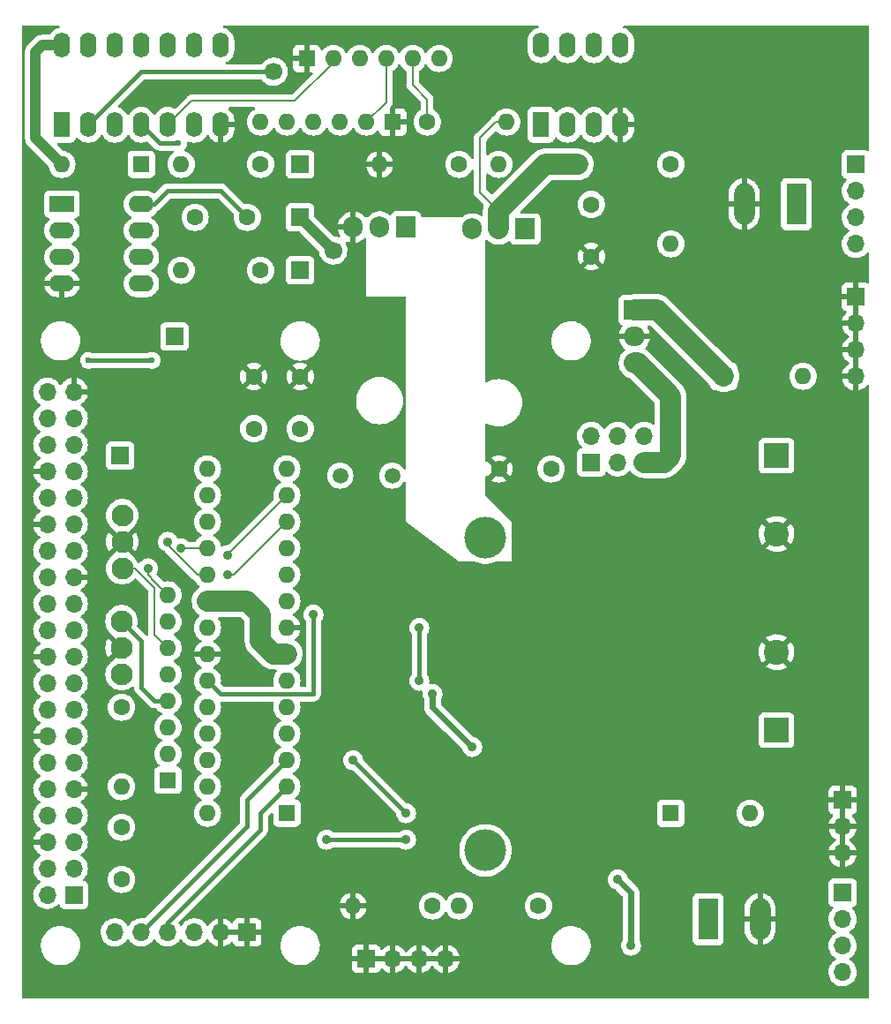
<source format=gbl>
G04 #@! TF.GenerationSoftware,KiCad,Pcbnew,(6.0.6-0)*
G04 #@! TF.CreationDate,2022-09-27T20:01:56-07:00*
G04 #@! TF.ProjectId,Atverter_Ev1r4,41747665-7274-4657-925f-45763172342e,rev?*
G04 #@! TF.SameCoordinates,Original*
G04 #@! TF.FileFunction,Copper,L2,Bot*
G04 #@! TF.FilePolarity,Positive*
%FSLAX46Y46*%
G04 Gerber Fmt 4.6, Leading zero omitted, Abs format (unit mm)*
G04 Created by KiCad (PCBNEW (6.0.6-0)) date 2022-09-27 20:01:56*
%MOMM*%
%LPD*%
G01*
G04 APERTURE LIST*
G04 #@! TA.AperFunction,ComponentPad*
%ADD10R,1.700000X1.700000*%
G04 #@! TD*
G04 #@! TA.AperFunction,ComponentPad*
%ADD11O,1.600000X1.600000*%
G04 #@! TD*
G04 #@! TA.AperFunction,ComponentPad*
%ADD12R,1.600000X1.600000*%
G04 #@! TD*
G04 #@! TA.AperFunction,ComponentPad*
%ADD13O,1.700000X1.700000*%
G04 #@! TD*
G04 #@! TA.AperFunction,ComponentPad*
%ADD14C,1.600000*%
G04 #@! TD*
G04 #@! TA.AperFunction,ComponentPad*
%ADD15C,4.000000*%
G04 #@! TD*
G04 #@! TA.AperFunction,ComponentPad*
%ADD16R,1.905000X2.000000*%
G04 #@! TD*
G04 #@! TA.AperFunction,ComponentPad*
%ADD17O,1.905000X2.000000*%
G04 #@! TD*
G04 #@! TA.AperFunction,ComponentPad*
%ADD18R,2.400000X2.400000*%
G04 #@! TD*
G04 #@! TA.AperFunction,ComponentPad*
%ADD19C,2.400000*%
G04 #@! TD*
G04 #@! TA.AperFunction,ComponentPad*
%ADD20C,2.100000*%
G04 #@! TD*
G04 #@! TA.AperFunction,ComponentPad*
%ADD21R,1.600000X2.400000*%
G04 #@! TD*
G04 #@! TA.AperFunction,ComponentPad*
%ADD22O,1.600000X2.400000*%
G04 #@! TD*
G04 #@! TA.AperFunction,ComponentPad*
%ADD23C,1.500000*%
G04 #@! TD*
G04 #@! TA.AperFunction,ComponentPad*
%ADD24R,2.400000X1.600000*%
G04 #@! TD*
G04 #@! TA.AperFunction,ComponentPad*
%ADD25O,2.400000X1.600000*%
G04 #@! TD*
G04 #@! TA.AperFunction,ComponentPad*
%ADD26R,1.980000X3.960000*%
G04 #@! TD*
G04 #@! TA.AperFunction,ComponentPad*
%ADD27O,1.980000X3.960000*%
G04 #@! TD*
G04 #@! TA.AperFunction,ComponentPad*
%ADD28R,2.000000X1.905000*%
G04 #@! TD*
G04 #@! TA.AperFunction,ComponentPad*
%ADD29O,2.000000X1.905000*%
G04 #@! TD*
G04 #@! TA.AperFunction,ViaPad*
%ADD30C,0.600000*%
G04 #@! TD*
G04 #@! TA.AperFunction,ViaPad*
%ADD31C,1.700000*%
G04 #@! TD*
G04 #@! TA.AperFunction,ViaPad*
%ADD32C,0.900000*%
G04 #@! TD*
G04 #@! TA.AperFunction,Conductor*
%ADD33C,0.400000*%
G04 #@! TD*
G04 #@! TA.AperFunction,Conductor*
%ADD34C,0.200000*%
G04 #@! TD*
G04 #@! TA.AperFunction,Conductor*
%ADD35C,2.000000*%
G04 #@! TD*
G04 #@! TA.AperFunction,Conductor*
%ADD36C,1.000000*%
G04 #@! TD*
G04 #@! TA.AperFunction,Conductor*
%ADD37C,0.600000*%
G04 #@! TD*
G04 APERTURE END LIST*
D10*
X74168000Y-83820000D03*
D11*
X87630000Y-51816000D03*
X90170000Y-51816000D03*
X92710000Y-51816000D03*
X95250000Y-51816000D03*
X97790000Y-51816000D03*
D12*
X100330000Y-51816000D03*
D13*
X124460000Y-81915000D03*
X124460000Y-84455000D03*
X121920000Y-81915000D03*
X121920000Y-84455000D03*
X119380000Y-81915000D03*
D10*
X119380000Y-84455000D03*
X91440000Y-60960000D03*
D14*
X74295000Y-107950000D03*
D11*
X74295000Y-115570000D03*
D15*
X109220000Y-91680000D03*
X109220000Y-121680000D03*
D16*
X101600000Y-61890000D03*
D17*
X99060000Y-61890000D03*
X96520000Y-61890000D03*
D10*
X144780000Y-68590000D03*
D13*
X144780000Y-71130000D03*
X144780000Y-73670000D03*
X144780000Y-76210000D03*
D10*
X91440000Y-66040000D03*
D14*
X87630000Y-55880000D03*
D11*
X80010000Y-55880000D03*
D18*
X137160000Y-83820000D03*
D19*
X137160000Y-91320000D03*
D14*
X87630000Y-66040000D03*
D11*
X80010000Y-66040000D03*
D12*
X90160000Y-118100000D03*
D11*
X90160000Y-115560000D03*
X90160000Y-113020000D03*
X90160000Y-110480000D03*
X90160000Y-107940000D03*
X90160000Y-105400000D03*
X90160000Y-102860000D03*
X90160000Y-100320000D03*
X90160000Y-97780000D03*
X90160000Y-95240000D03*
X90160000Y-92700000D03*
X90160000Y-90160000D03*
X90160000Y-87620000D03*
X90160000Y-85080000D03*
X82540000Y-85080000D03*
X82540000Y-87620000D03*
X82540000Y-90160000D03*
X82540000Y-92700000D03*
X82540000Y-95240000D03*
X82540000Y-97780000D03*
X82540000Y-100320000D03*
X82540000Y-102860000D03*
X82540000Y-105400000D03*
X82540000Y-107940000D03*
X82540000Y-110480000D03*
X82540000Y-113020000D03*
X82540000Y-115560000D03*
X82540000Y-118100000D03*
D14*
X74295000Y-124460000D03*
X74295000Y-119460000D03*
X114300000Y-127000000D03*
D11*
X106680000Y-127000000D03*
D12*
X78740000Y-114945000D03*
D11*
X78740000Y-112405000D03*
X78740000Y-109865000D03*
X78740000Y-107325000D03*
X78740000Y-104785000D03*
X78740000Y-102245000D03*
X78740000Y-99705000D03*
X78740000Y-97165000D03*
D20*
X74295000Y-104775000D03*
X74295000Y-102235000D03*
X74295000Y-99695000D03*
D14*
X119380000Y-59730000D03*
X119380000Y-64730000D03*
D21*
X68575000Y-52085000D03*
D22*
X71115000Y-52085000D03*
X73655000Y-52085000D03*
X76195000Y-52085000D03*
X78735000Y-52085000D03*
X81275000Y-52085000D03*
X83815000Y-52085000D03*
X83815000Y-44465000D03*
X81275000Y-44465000D03*
X78735000Y-44465000D03*
X76195000Y-44465000D03*
X73655000Y-44465000D03*
X71115000Y-44465000D03*
X68575000Y-44465000D03*
D20*
X74360370Y-94615000D03*
X74360370Y-92075000D03*
X74360370Y-89535000D03*
D16*
X113030000Y-62080000D03*
D17*
X110490000Y-62080000D03*
X107950000Y-62080000D03*
D14*
X86995000Y-81240000D03*
X86995000Y-76240000D03*
X104140000Y-127000000D03*
D11*
X96520000Y-127000000D03*
D21*
X114564000Y-52085000D03*
D22*
X117104000Y-52085000D03*
X119644000Y-52085000D03*
X122184000Y-52085000D03*
X122184000Y-44465000D03*
X119644000Y-44465000D03*
X117104000Y-44465000D03*
X114564000Y-44465000D03*
D14*
X103632000Y-51816000D03*
D11*
X111252000Y-51816000D03*
D23*
X95290000Y-85725000D03*
X100290000Y-85725000D03*
D12*
X92075000Y-45720000D03*
D11*
X94615000Y-45720000D03*
X97155000Y-45720000D03*
X99695000Y-45720000D03*
X102235000Y-45720000D03*
X104775000Y-45720000D03*
D12*
X132080000Y-76200000D03*
D11*
X139700000Y-76200000D03*
D14*
X115530000Y-85090000D03*
X110530000Y-85090000D03*
D10*
X79375000Y-72390000D03*
D12*
X76190000Y-55870000D03*
D11*
X68570000Y-55870000D03*
D24*
X68580000Y-59690000D03*
D25*
X68580000Y-62230000D03*
X68580000Y-64770000D03*
X68580000Y-67310000D03*
X76200000Y-67310000D03*
X76200000Y-64770000D03*
X76200000Y-62230000D03*
X76200000Y-59690000D03*
D26*
X139065000Y-59690000D03*
D27*
X134065000Y-59690000D03*
D18*
X137160000Y-110157780D03*
D19*
X137160000Y-102657780D03*
D10*
X143510000Y-116855000D03*
D13*
X143510000Y-119395000D03*
X143510000Y-121935000D03*
D12*
X127000000Y-118110000D03*
D11*
X134620000Y-118110000D03*
D14*
X127015000Y-55880000D03*
D11*
X127015000Y-63500000D03*
D14*
X106680000Y-55880000D03*
D11*
X99060000Y-55880000D03*
D14*
X86360000Y-60960000D03*
X81360000Y-60960000D03*
D10*
X86360000Y-129540000D03*
D13*
X83820000Y-129540000D03*
X81280000Y-129540000D03*
X78740000Y-129540000D03*
X76200000Y-129540000D03*
X73660000Y-129540000D03*
D10*
X143510000Y-125730000D03*
D13*
X143510000Y-128270000D03*
X143510000Y-130810000D03*
X143510000Y-133350000D03*
D10*
X91440000Y-55880000D03*
X97790000Y-132080000D03*
D13*
X100330000Y-132080000D03*
X102870000Y-132080000D03*
X105410000Y-132080000D03*
D10*
X144780000Y-55890000D03*
D13*
X144780000Y-58430000D03*
X144780000Y-60970000D03*
X144780000Y-63510000D03*
D28*
X123515000Y-69850000D03*
D29*
X123515000Y-72390000D03*
X123515000Y-74930000D03*
D14*
X118110000Y-55880000D03*
D11*
X110490000Y-55880000D03*
D26*
X130585000Y-128270000D03*
D27*
X135585000Y-128270000D03*
D14*
X91440000Y-76240000D03*
X91440000Y-81240000D03*
D10*
X69710000Y-125940000D03*
D13*
X67170000Y-125940000D03*
X69710000Y-123400000D03*
X67170000Y-123400000D03*
X69710000Y-120860000D03*
X67170000Y-120860000D03*
X69710000Y-118320000D03*
X67170000Y-118320000D03*
X69710000Y-115780000D03*
X67170000Y-115780000D03*
X69710000Y-113240000D03*
X67170000Y-113240000D03*
X69710000Y-110700000D03*
X67170000Y-110700000D03*
X69710000Y-108160000D03*
X67170000Y-108160000D03*
X69710000Y-105620000D03*
X67170000Y-105620000D03*
X69710000Y-103080000D03*
X67170000Y-103080000D03*
X69710000Y-100540000D03*
X67170000Y-100540000D03*
X69710000Y-98000000D03*
X67170000Y-98000000D03*
X69710000Y-95460000D03*
X67170000Y-95460000D03*
X69710000Y-92920000D03*
X67170000Y-92920000D03*
X69710000Y-90380000D03*
X67170000Y-90380000D03*
X69710000Y-87840000D03*
X67170000Y-87840000D03*
X69710000Y-85300000D03*
X67170000Y-85300000D03*
X69710000Y-82760000D03*
X67170000Y-82760000D03*
X69710000Y-80220000D03*
X67170000Y-80220000D03*
X69710000Y-77680000D03*
X67170000Y-77680000D03*
D30*
X79756000Y-53848000D03*
X71120000Y-74676000D03*
X77216000Y-74676000D03*
D31*
X94615000Y-64135000D03*
D32*
X119380000Y-128905000D03*
X129540000Y-68580000D03*
X121920000Y-124460000D03*
X107950000Y-111760000D03*
X123190000Y-130810000D03*
X104140000Y-106680000D03*
X102870000Y-100330000D03*
X102870000Y-105410000D03*
X101600000Y-120650000D03*
X93980000Y-120650000D03*
X84455000Y-95250000D03*
X80010000Y-92710000D03*
X78740000Y-92075000D03*
X92710000Y-99060000D03*
X101600000Y-118110000D03*
X96520000Y-113030000D03*
X84455000Y-93345000D03*
D31*
X88900000Y-46990000D03*
D32*
X76835000Y-94615000D03*
D33*
X79756000Y-53848000D02*
X77958000Y-53848000D01*
X77216000Y-74676000D02*
X71120000Y-74676000D01*
D34*
X94615000Y-45720000D02*
X94615000Y-46101000D01*
X94615000Y-46101000D02*
X90932000Y-49784000D01*
X90932000Y-49784000D02*
X81036000Y-49784000D01*
X81036000Y-49784000D02*
X78735000Y-52085000D01*
D33*
X76195000Y-52085000D02*
X77958000Y-53848000D01*
D34*
X99695000Y-45720000D02*
X99695000Y-49911000D01*
X99695000Y-49911000D02*
X97790000Y-51816000D01*
X103632000Y-51816000D02*
X103632000Y-49657000D01*
X103632000Y-49657000D02*
X102235000Y-48260000D01*
X102235000Y-48260000D02*
X102235000Y-45720000D01*
X110236000Y-51816000D02*
X108712000Y-53340000D01*
X108712000Y-58547000D02*
X110490000Y-60325000D01*
X108712000Y-53340000D02*
X108712000Y-58547000D01*
X111252000Y-51816000D02*
X110236000Y-51816000D01*
D35*
X123515000Y-74930000D02*
X123825000Y-74930000D01*
X123825000Y-74930000D02*
X127000000Y-78105000D01*
X127000000Y-78105000D02*
X127000000Y-83820000D01*
X127000000Y-83820000D02*
X126365000Y-84455000D01*
X126365000Y-84455000D02*
X124460000Y-84455000D01*
D33*
X83820000Y-58420000D02*
X86360000Y-60960000D01*
X77470000Y-59690000D02*
X78740000Y-58420000D01*
X76200000Y-59690000D02*
X77470000Y-59690000D01*
X78740000Y-58420000D02*
X83820000Y-58420000D01*
D36*
X94615000Y-64135000D02*
X91440000Y-60960000D01*
X68575000Y-44465000D02*
X66660000Y-44465000D01*
D37*
X107950000Y-111760000D02*
X104140000Y-107950000D01*
X104140000Y-107950000D02*
X104140000Y-106680000D01*
D35*
X86350000Y-97780000D02*
X87630000Y-99060000D01*
D37*
X123190000Y-125730000D02*
X121920000Y-124460000D01*
D35*
X82540000Y-97780000D02*
X86350000Y-97780000D01*
X88843000Y-102813000D02*
X90160000Y-102813000D01*
D37*
X123190000Y-130810000D02*
X123190000Y-125730000D01*
D36*
X66040000Y-45085000D02*
X66040000Y-53340000D01*
X66660000Y-44465000D02*
X66040000Y-45085000D01*
D35*
X87630000Y-99060000D02*
X87630000Y-101600000D01*
X87630000Y-101600000D02*
X88843000Y-102813000D01*
D36*
X66040000Y-53340000D02*
X68570000Y-55870000D01*
D35*
X123515000Y-69850000D02*
X125730000Y-69850000D01*
X125730000Y-69850000D02*
X132080000Y-76200000D01*
D33*
X78740000Y-128587500D02*
X78740000Y-129540000D01*
X87630000Y-118090000D02*
X87630000Y-119697500D01*
X87630000Y-119697500D02*
X78740000Y-128587500D01*
X90160000Y-115560000D02*
X87630000Y-118090000D01*
X86360000Y-116820000D02*
X86360000Y-119380000D01*
X90160000Y-113020000D02*
X86360000Y-116820000D01*
X86360000Y-119380000D02*
X76200000Y-129540000D01*
X102870000Y-100330000D02*
X102870000Y-105410000D01*
X101600000Y-120650000D02*
X93980000Y-120650000D01*
D34*
X90160000Y-90160000D02*
X85070000Y-95250000D01*
X85070000Y-95250000D02*
X84455000Y-95250000D01*
X80010000Y-92710000D02*
X80020000Y-92700000D01*
X80020000Y-92700000D02*
X82540000Y-92700000D01*
X78740000Y-92075000D02*
X78740000Y-92397423D01*
X81582577Y-95240000D02*
X82540000Y-95240000D01*
X78740000Y-92397423D02*
X81582577Y-95240000D01*
D33*
X92710000Y-106680000D02*
X83820000Y-106680000D01*
X92710000Y-99060000D02*
X92710000Y-106680000D01*
X83820000Y-106680000D02*
X82540000Y-105400000D01*
X101600000Y-118110000D02*
X96520000Y-113030000D01*
D35*
X110490000Y-60325000D02*
X114935000Y-55880000D01*
X110490000Y-62080000D02*
X110490000Y-60325000D01*
X114935000Y-55880000D02*
X118110000Y-55880000D01*
D34*
X90160000Y-87620000D02*
X84455000Y-93325000D01*
X84455000Y-93325000D02*
X84455000Y-93345000D01*
D33*
X76210000Y-46990000D02*
X88900000Y-46990000D01*
X71115000Y-52085000D02*
X76210000Y-46990000D01*
X76200000Y-101600000D02*
X74295000Y-99695000D01*
X78740000Y-107325000D02*
X77480000Y-107325000D01*
X76200000Y-106045000D02*
X76200000Y-101600000D01*
X77480000Y-107325000D02*
X76200000Y-106045000D01*
D34*
X77470000Y-96520000D02*
X75565000Y-94615000D01*
X75565000Y-94615000D02*
X74295000Y-94615000D01*
X77470000Y-100975000D02*
X77470000Y-96520000D01*
X78740000Y-102245000D02*
X77470000Y-100975000D01*
X76835000Y-95250000D02*
X76835000Y-94615000D01*
X78740000Y-97165000D02*
X77470000Y-95895000D01*
X77470000Y-95895000D02*
X77470000Y-95885000D01*
X77470000Y-95885000D02*
X76835000Y-95250000D01*
G04 #@! TA.AperFunction,Conductor*
G36*
X68303117Y-42565002D02*
G01*
X68349610Y-42618658D01*
X68359714Y-42688932D01*
X68330220Y-42753512D01*
X68267608Y-42792707D01*
X68125757Y-42830716D01*
X68120776Y-42833039D01*
X68120775Y-42833039D01*
X67923238Y-42925151D01*
X67923233Y-42925154D01*
X67918251Y-42927477D01*
X67813389Y-43000902D01*
X67735211Y-43055643D01*
X67735208Y-43055645D01*
X67730700Y-43058802D01*
X67568802Y-43220700D01*
X67565645Y-43225208D01*
X67565643Y-43225211D01*
X67441314Y-43402771D01*
X67385857Y-43447099D01*
X67338101Y-43456500D01*
X66721840Y-43456500D01*
X66708232Y-43455763D01*
X66676736Y-43452341D01*
X66676732Y-43452341D01*
X66670611Y-43451676D01*
X66652611Y-43453251D01*
X66620609Y-43456050D01*
X66615784Y-43456379D01*
X66613313Y-43456500D01*
X66610231Y-43456500D01*
X66587763Y-43458703D01*
X66567489Y-43460691D01*
X66566174Y-43460813D01*
X66533913Y-43463636D01*
X66473587Y-43468913D01*
X66468468Y-43470400D01*
X66463167Y-43470920D01*
X66374194Y-43497782D01*
X66373054Y-43498120D01*
X66283663Y-43524091D01*
X66278929Y-43526545D01*
X66273831Y-43528084D01*
X66268387Y-43530978D01*
X66268386Y-43530979D01*
X66191831Y-43571684D01*
X66190663Y-43572298D01*
X66108074Y-43615108D01*
X66103911Y-43618431D01*
X66099204Y-43620934D01*
X66094430Y-43624828D01*
X66094428Y-43624829D01*
X66027105Y-43679737D01*
X66026160Y-43680500D01*
X65987027Y-43711739D01*
X65984536Y-43714230D01*
X65983809Y-43714880D01*
X65979463Y-43718592D01*
X65960588Y-43733987D01*
X65945938Y-43745935D01*
X65942015Y-43750677D01*
X65942013Y-43750679D01*
X65916703Y-43781273D01*
X65908713Y-43790053D01*
X65370621Y-44328145D01*
X65360478Y-44337247D01*
X65330975Y-44360968D01*
X65327008Y-44365696D01*
X65298709Y-44399421D01*
X65295528Y-44403069D01*
X65293885Y-44404881D01*
X65291691Y-44407075D01*
X65264358Y-44440349D01*
X65263696Y-44441147D01*
X65203846Y-44512474D01*
X65201278Y-44517144D01*
X65197897Y-44521261D01*
X65181568Y-44551715D01*
X65154023Y-44603086D01*
X65153394Y-44604245D01*
X65111538Y-44680381D01*
X65111535Y-44680389D01*
X65108567Y-44685787D01*
X65106955Y-44690869D01*
X65104438Y-44695563D01*
X65077238Y-44784531D01*
X65076918Y-44785559D01*
X65048765Y-44874306D01*
X65048171Y-44879602D01*
X65046613Y-44884698D01*
X65041869Y-44931404D01*
X65037218Y-44977187D01*
X65037089Y-44978393D01*
X65031500Y-45028227D01*
X65031500Y-45031754D01*
X65031445Y-45032739D01*
X65030998Y-45038419D01*
X65026626Y-45081462D01*
X65028611Y-45102457D01*
X65030941Y-45127109D01*
X65031500Y-45138967D01*
X65031500Y-53278157D01*
X65030763Y-53291764D01*
X65027584Y-53321031D01*
X65026676Y-53329388D01*
X65028321Y-53348188D01*
X65031050Y-53379388D01*
X65031379Y-53384214D01*
X65031500Y-53386686D01*
X65031500Y-53389769D01*
X65031801Y-53392837D01*
X65035690Y-53432506D01*
X65035812Y-53433819D01*
X65043913Y-53526413D01*
X65045400Y-53531532D01*
X65045920Y-53536833D01*
X65072791Y-53625834D01*
X65073126Y-53626967D01*
X65093866Y-53698351D01*
X65099091Y-53716336D01*
X65101544Y-53721068D01*
X65103084Y-53726169D01*
X65105978Y-53731612D01*
X65146731Y-53808260D01*
X65147343Y-53809426D01*
X65169392Y-53851962D01*
X65190108Y-53891926D01*
X65193431Y-53896089D01*
X65195934Y-53900796D01*
X65254755Y-53972918D01*
X65255446Y-53973774D01*
X65286738Y-54012973D01*
X65289242Y-54015477D01*
X65289884Y-54016195D01*
X65293585Y-54020528D01*
X65320935Y-54054062D01*
X65325682Y-54057989D01*
X65325684Y-54057991D01*
X65356262Y-54083287D01*
X65365042Y-54091277D01*
X66313977Y-55040211D01*
X67234882Y-55961116D01*
X67268907Y-56023428D01*
X67271308Y-56039227D01*
X67276457Y-56098087D01*
X67335716Y-56319243D01*
X67338039Y-56324224D01*
X67338039Y-56324225D01*
X67430151Y-56521762D01*
X67430154Y-56521767D01*
X67432477Y-56526749D01*
X67563802Y-56714300D01*
X67725700Y-56876198D01*
X67730208Y-56879355D01*
X67730211Y-56879357D01*
X67739981Y-56886198D01*
X67913251Y-57007523D01*
X67918233Y-57009846D01*
X67918238Y-57009849D01*
X68115775Y-57101961D01*
X68120757Y-57104284D01*
X68126065Y-57105706D01*
X68126067Y-57105707D01*
X68336598Y-57162119D01*
X68336600Y-57162119D01*
X68341913Y-57163543D01*
X68570000Y-57183498D01*
X68798087Y-57163543D01*
X68803400Y-57162119D01*
X68803402Y-57162119D01*
X69013933Y-57105707D01*
X69013935Y-57105706D01*
X69019243Y-57104284D01*
X69024225Y-57101961D01*
X69221762Y-57009849D01*
X69221767Y-57009846D01*
X69226749Y-57007523D01*
X69400019Y-56886198D01*
X69409789Y-56879357D01*
X69409792Y-56879355D01*
X69414300Y-56876198D01*
X69572364Y-56718134D01*
X74881500Y-56718134D01*
X74888255Y-56780316D01*
X74939385Y-56916705D01*
X75026739Y-57033261D01*
X75143295Y-57120615D01*
X75279684Y-57171745D01*
X75341866Y-57178500D01*
X77038134Y-57178500D01*
X77100316Y-57171745D01*
X77236705Y-57120615D01*
X77353261Y-57033261D01*
X77440615Y-56916705D01*
X77491745Y-56780316D01*
X77498500Y-56718134D01*
X77498500Y-55021866D01*
X77491745Y-54959684D01*
X77440615Y-54823295D01*
X77353261Y-54706739D01*
X77236705Y-54619385D01*
X77100316Y-54568255D01*
X77038134Y-54561500D01*
X75341866Y-54561500D01*
X75279684Y-54568255D01*
X75143295Y-54619385D01*
X75026739Y-54706739D01*
X74939385Y-54823295D01*
X74888255Y-54959684D01*
X74881500Y-55021866D01*
X74881500Y-56718134D01*
X69572364Y-56718134D01*
X69576198Y-56714300D01*
X69707523Y-56526749D01*
X69709846Y-56521767D01*
X69709849Y-56521762D01*
X69801961Y-56324225D01*
X69801961Y-56324224D01*
X69804284Y-56319243D01*
X69853150Y-56136876D01*
X69862119Y-56103402D01*
X69862119Y-56103400D01*
X69863543Y-56098087D01*
X69883498Y-55870000D01*
X69863543Y-55641913D01*
X69859279Y-55626000D01*
X69805707Y-55426067D01*
X69805706Y-55426065D01*
X69804284Y-55420757D01*
X69786582Y-55382795D01*
X69709849Y-55218238D01*
X69709846Y-55218233D01*
X69707523Y-55213251D01*
X69634098Y-55108389D01*
X69579357Y-55030211D01*
X69579355Y-55030208D01*
X69576198Y-55025700D01*
X69414300Y-54863802D01*
X69409792Y-54860645D01*
X69409789Y-54860643D01*
X69303343Y-54786109D01*
X69226749Y-54732477D01*
X69221767Y-54730154D01*
X69221762Y-54730151D01*
X69024225Y-54638039D01*
X69024224Y-54638039D01*
X69019243Y-54635716D01*
X69013935Y-54634294D01*
X69013933Y-54634293D01*
X68906435Y-54605489D01*
X68798087Y-54576457D01*
X68739232Y-54571308D01*
X68673113Y-54545445D01*
X68661118Y-54534883D01*
X68134830Y-54008595D01*
X68100805Y-53946283D01*
X68105869Y-53875468D01*
X68148416Y-53818632D01*
X68214936Y-53793821D01*
X68223925Y-53793500D01*
X69423134Y-53793500D01*
X69485316Y-53786745D01*
X69621705Y-53735615D01*
X69738261Y-53648261D01*
X69825615Y-53531705D01*
X69876745Y-53395316D01*
X69877917Y-53384526D01*
X69878803Y-53382394D01*
X69879425Y-53379778D01*
X69879848Y-53379879D01*
X69905155Y-53318965D01*
X69963517Y-53278537D01*
X70034471Y-53276078D01*
X70095490Y-53312371D01*
X70102489Y-53321031D01*
X70105643Y-53324789D01*
X70108802Y-53329300D01*
X70270700Y-53491198D01*
X70275208Y-53494355D01*
X70275211Y-53494357D01*
X70312236Y-53520282D01*
X70458251Y-53622523D01*
X70463233Y-53624846D01*
X70463238Y-53624849D01*
X70659240Y-53716245D01*
X70665757Y-53719284D01*
X70671065Y-53720706D01*
X70671067Y-53720707D01*
X70881598Y-53777119D01*
X70881600Y-53777119D01*
X70886913Y-53778543D01*
X71115000Y-53798498D01*
X71343087Y-53778543D01*
X71348400Y-53777119D01*
X71348402Y-53777119D01*
X71558933Y-53720707D01*
X71558935Y-53720706D01*
X71564243Y-53719284D01*
X71570760Y-53716245D01*
X71766762Y-53624849D01*
X71766767Y-53624846D01*
X71771749Y-53622523D01*
X71917764Y-53520282D01*
X71954789Y-53494357D01*
X71954792Y-53494355D01*
X71959300Y-53491198D01*
X72121198Y-53329300D01*
X72252523Y-53141749D01*
X72254846Y-53136767D01*
X72254849Y-53136762D01*
X72270805Y-53102543D01*
X72317722Y-53049258D01*
X72385999Y-53029797D01*
X72453959Y-53050339D01*
X72499195Y-53102543D01*
X72515151Y-53136762D01*
X72515154Y-53136767D01*
X72517477Y-53141749D01*
X72648802Y-53329300D01*
X72810700Y-53491198D01*
X72815208Y-53494355D01*
X72815211Y-53494357D01*
X72852236Y-53520282D01*
X72998251Y-53622523D01*
X73003233Y-53624846D01*
X73003238Y-53624849D01*
X73199240Y-53716245D01*
X73205757Y-53719284D01*
X73211065Y-53720706D01*
X73211067Y-53720707D01*
X73421598Y-53777119D01*
X73421600Y-53777119D01*
X73426913Y-53778543D01*
X73655000Y-53798498D01*
X73883087Y-53778543D01*
X73888400Y-53777119D01*
X73888402Y-53777119D01*
X74098933Y-53720707D01*
X74098935Y-53720706D01*
X74104243Y-53719284D01*
X74110760Y-53716245D01*
X74306762Y-53624849D01*
X74306767Y-53624846D01*
X74311749Y-53622523D01*
X74457764Y-53520282D01*
X74494789Y-53494357D01*
X74494792Y-53494355D01*
X74499300Y-53491198D01*
X74661198Y-53329300D01*
X74792523Y-53141749D01*
X74794846Y-53136767D01*
X74794849Y-53136762D01*
X74810805Y-53102543D01*
X74857722Y-53049258D01*
X74925999Y-53029797D01*
X74993959Y-53050339D01*
X75039195Y-53102543D01*
X75055151Y-53136762D01*
X75055154Y-53136767D01*
X75057477Y-53141749D01*
X75188802Y-53329300D01*
X75350700Y-53491198D01*
X75355208Y-53494355D01*
X75355211Y-53494357D01*
X75392236Y-53520282D01*
X75538251Y-53622523D01*
X75543233Y-53624846D01*
X75543238Y-53624849D01*
X75739240Y-53716245D01*
X75745757Y-53719284D01*
X75751065Y-53720706D01*
X75751067Y-53720707D01*
X75961598Y-53777119D01*
X75961600Y-53777119D01*
X75966913Y-53778543D01*
X76195000Y-53798498D01*
X76423087Y-53778543D01*
X76428400Y-53777119D01*
X76428402Y-53777119D01*
X76638933Y-53720707D01*
X76638935Y-53720706D01*
X76644243Y-53719284D01*
X76649226Y-53716961D01*
X76649230Y-53716959D01*
X76689134Y-53698351D01*
X76759326Y-53687689D01*
X76824139Y-53716668D01*
X76831480Y-53723450D01*
X77436550Y-54328520D01*
X77442404Y-54334785D01*
X77480439Y-54378385D01*
X77530085Y-54413276D01*
X77532697Y-54415112D01*
X77537993Y-54419045D01*
X77588282Y-54458477D01*
X77595204Y-54461602D01*
X77597452Y-54462964D01*
X77612185Y-54471368D01*
X77614524Y-54472622D01*
X77620739Y-54476990D01*
X77627815Y-54479749D01*
X77627819Y-54479751D01*
X77680274Y-54500202D01*
X77686352Y-54502757D01*
X77744574Y-54529045D01*
X77752045Y-54530429D01*
X77754599Y-54531230D01*
X77770878Y-54535867D01*
X77773433Y-54536523D01*
X77780509Y-54539282D01*
X77795094Y-54541202D01*
X77843851Y-54547621D01*
X77850367Y-54548653D01*
X77892706Y-54556500D01*
X77913187Y-54560296D01*
X77920767Y-54559859D01*
X77920768Y-54559859D01*
X77975398Y-54556709D01*
X77982651Y-54556500D01*
X79219233Y-54556500D01*
X79287354Y-54576502D01*
X79333847Y-54630158D01*
X79343951Y-54700432D01*
X79314457Y-54765012D01*
X79291504Y-54785713D01*
X79170211Y-54870643D01*
X79170208Y-54870645D01*
X79165700Y-54873802D01*
X79003802Y-55035700D01*
X78872477Y-55223251D01*
X78870154Y-55228233D01*
X78870151Y-55228238D01*
X78798081Y-55382795D01*
X78775716Y-55430757D01*
X78774294Y-55436065D01*
X78774293Y-55436067D01*
X78717881Y-55646598D01*
X78716457Y-55651913D01*
X78696502Y-55880000D01*
X78716457Y-56108087D01*
X78717881Y-56113400D01*
X78717881Y-56113402D01*
X78771614Y-56313933D01*
X78775716Y-56329243D01*
X78778039Y-56334224D01*
X78778039Y-56334225D01*
X78870151Y-56531762D01*
X78870154Y-56531767D01*
X78872477Y-56536749D01*
X78875634Y-56541257D01*
X78999529Y-56718197D01*
X79003802Y-56724300D01*
X79165700Y-56886198D01*
X79170208Y-56889355D01*
X79170211Y-56889357D01*
X79209268Y-56916705D01*
X79353251Y-57017523D01*
X79358233Y-57019846D01*
X79358238Y-57019849D01*
X79554765Y-57111490D01*
X79560757Y-57114284D01*
X79566065Y-57115706D01*
X79566067Y-57115707D01*
X79776598Y-57172119D01*
X79776600Y-57172119D01*
X79781913Y-57173543D01*
X80010000Y-57193498D01*
X80238087Y-57173543D01*
X80243400Y-57172119D01*
X80243402Y-57172119D01*
X80453933Y-57115707D01*
X80453935Y-57115706D01*
X80459243Y-57114284D01*
X80465235Y-57111490D01*
X80661762Y-57019849D01*
X80661767Y-57019846D01*
X80666749Y-57017523D01*
X80810732Y-56916705D01*
X80849789Y-56889357D01*
X80849792Y-56889355D01*
X80854300Y-56886198D01*
X81016198Y-56724300D01*
X81020472Y-56718197D01*
X81144366Y-56541257D01*
X81147523Y-56536749D01*
X81149846Y-56531767D01*
X81149849Y-56531762D01*
X81241961Y-56334225D01*
X81241961Y-56334224D01*
X81244284Y-56329243D01*
X81248387Y-56313933D01*
X81302119Y-56113402D01*
X81302119Y-56113400D01*
X81303543Y-56108087D01*
X81323498Y-55880000D01*
X86316502Y-55880000D01*
X86336457Y-56108087D01*
X86337881Y-56113400D01*
X86337881Y-56113402D01*
X86391614Y-56313933D01*
X86395716Y-56329243D01*
X86398039Y-56334224D01*
X86398039Y-56334225D01*
X86490151Y-56531762D01*
X86490154Y-56531767D01*
X86492477Y-56536749D01*
X86495634Y-56541257D01*
X86619529Y-56718197D01*
X86623802Y-56724300D01*
X86785700Y-56886198D01*
X86790208Y-56889355D01*
X86790211Y-56889357D01*
X86829268Y-56916705D01*
X86973251Y-57017523D01*
X86978233Y-57019846D01*
X86978238Y-57019849D01*
X87174765Y-57111490D01*
X87180757Y-57114284D01*
X87186065Y-57115706D01*
X87186067Y-57115707D01*
X87396598Y-57172119D01*
X87396600Y-57172119D01*
X87401913Y-57173543D01*
X87630000Y-57193498D01*
X87858087Y-57173543D01*
X87863400Y-57172119D01*
X87863402Y-57172119D01*
X88073933Y-57115707D01*
X88073935Y-57115706D01*
X88079243Y-57114284D01*
X88085235Y-57111490D01*
X88281762Y-57019849D01*
X88281767Y-57019846D01*
X88286749Y-57017523D01*
X88430732Y-56916705D01*
X88469789Y-56889357D01*
X88469792Y-56889355D01*
X88474300Y-56886198D01*
X88582364Y-56778134D01*
X90081500Y-56778134D01*
X90088255Y-56840316D01*
X90139385Y-56976705D01*
X90226739Y-57093261D01*
X90343295Y-57180615D01*
X90479684Y-57231745D01*
X90541866Y-57238500D01*
X92338134Y-57238500D01*
X92400316Y-57231745D01*
X92536705Y-57180615D01*
X92653261Y-57093261D01*
X92740615Y-56976705D01*
X92791745Y-56840316D01*
X92798500Y-56778134D01*
X92798500Y-56146522D01*
X97777273Y-56146522D01*
X97824764Y-56323761D01*
X97828510Y-56334053D01*
X97920586Y-56531511D01*
X97926069Y-56541007D01*
X98051028Y-56719467D01*
X98058084Y-56727875D01*
X98212125Y-56881916D01*
X98220533Y-56888972D01*
X98398993Y-57013931D01*
X98408489Y-57019414D01*
X98605947Y-57111490D01*
X98616239Y-57115236D01*
X98788503Y-57161394D01*
X98802599Y-57161058D01*
X98806000Y-57153116D01*
X98806000Y-57147967D01*
X99314000Y-57147967D01*
X99317973Y-57161498D01*
X99326522Y-57162727D01*
X99503761Y-57115236D01*
X99514053Y-57111490D01*
X99711511Y-57019414D01*
X99721007Y-57013931D01*
X99899467Y-56888972D01*
X99907875Y-56881916D01*
X100061916Y-56727875D01*
X100068972Y-56719467D01*
X100193931Y-56541007D01*
X100199414Y-56531511D01*
X100291490Y-56334053D01*
X100295236Y-56323761D01*
X100341394Y-56151497D01*
X100341058Y-56137401D01*
X100333116Y-56134000D01*
X99332115Y-56134000D01*
X99316876Y-56138475D01*
X99315671Y-56139865D01*
X99314000Y-56147548D01*
X99314000Y-57147967D01*
X98806000Y-57147967D01*
X98806000Y-56152115D01*
X98801525Y-56136876D01*
X98800135Y-56135671D01*
X98792452Y-56134000D01*
X97792033Y-56134000D01*
X97778502Y-56137973D01*
X97777273Y-56146522D01*
X92798500Y-56146522D01*
X92798500Y-55608503D01*
X97778606Y-55608503D01*
X97778942Y-55622599D01*
X97786884Y-55626000D01*
X98787885Y-55626000D01*
X98803124Y-55621525D01*
X98804329Y-55620135D01*
X98806000Y-55612452D01*
X98806000Y-55607885D01*
X99314000Y-55607885D01*
X99318475Y-55623124D01*
X99319865Y-55624329D01*
X99327548Y-55626000D01*
X100327967Y-55626000D01*
X100341498Y-55622027D01*
X100342727Y-55613478D01*
X100295236Y-55436239D01*
X100291490Y-55425947D01*
X100199414Y-55228489D01*
X100193931Y-55218993D01*
X100068972Y-55040533D01*
X100061916Y-55032125D01*
X99907875Y-54878084D01*
X99899467Y-54871028D01*
X99721007Y-54746069D01*
X99711511Y-54740586D01*
X99514053Y-54648510D01*
X99503761Y-54644764D01*
X99331497Y-54598606D01*
X99317401Y-54598942D01*
X99314000Y-54606884D01*
X99314000Y-55607885D01*
X98806000Y-55607885D01*
X98806000Y-54612033D01*
X98802027Y-54598502D01*
X98793478Y-54597273D01*
X98616239Y-54644764D01*
X98605947Y-54648510D01*
X98408489Y-54740586D01*
X98398993Y-54746069D01*
X98220533Y-54871028D01*
X98212125Y-54878084D01*
X98058084Y-55032125D01*
X98051028Y-55040533D01*
X97926069Y-55218993D01*
X97920586Y-55228489D01*
X97828510Y-55425947D01*
X97824764Y-55436239D01*
X97778606Y-55608503D01*
X92798500Y-55608503D01*
X92798500Y-54981866D01*
X92791745Y-54919684D01*
X92740615Y-54783295D01*
X92653261Y-54666739D01*
X92536705Y-54579385D01*
X92400316Y-54528255D01*
X92338134Y-54521500D01*
X90541866Y-54521500D01*
X90479684Y-54528255D01*
X90343295Y-54579385D01*
X90226739Y-54666739D01*
X90139385Y-54783295D01*
X90088255Y-54919684D01*
X90081500Y-54981866D01*
X90081500Y-56778134D01*
X88582364Y-56778134D01*
X88636198Y-56724300D01*
X88640472Y-56718197D01*
X88764366Y-56541257D01*
X88767523Y-56536749D01*
X88769846Y-56531767D01*
X88769849Y-56531762D01*
X88861961Y-56334225D01*
X88861961Y-56334224D01*
X88864284Y-56329243D01*
X88868387Y-56313933D01*
X88922119Y-56113402D01*
X88922119Y-56113400D01*
X88923543Y-56108087D01*
X88943498Y-55880000D01*
X88923543Y-55651913D01*
X88922119Y-55646598D01*
X88865707Y-55436067D01*
X88865706Y-55436065D01*
X88864284Y-55430757D01*
X88841919Y-55382795D01*
X88769849Y-55228238D01*
X88769846Y-55228233D01*
X88767523Y-55223251D01*
X88636198Y-55035700D01*
X88474300Y-54873802D01*
X88469792Y-54870645D01*
X88469789Y-54870643D01*
X88357051Y-54791703D01*
X88286749Y-54742477D01*
X88281767Y-54740154D01*
X88281762Y-54740151D01*
X88084225Y-54648039D01*
X88084224Y-54648039D01*
X88079243Y-54645716D01*
X88073935Y-54644294D01*
X88073933Y-54644293D01*
X87863402Y-54587881D01*
X87863400Y-54587881D01*
X87858087Y-54586457D01*
X87630000Y-54566502D01*
X87401913Y-54586457D01*
X87396600Y-54587881D01*
X87396598Y-54587881D01*
X87186067Y-54644293D01*
X87186065Y-54644294D01*
X87180757Y-54645716D01*
X87175776Y-54648039D01*
X87175775Y-54648039D01*
X86978238Y-54740151D01*
X86978233Y-54740154D01*
X86973251Y-54742477D01*
X86902949Y-54791703D01*
X86790211Y-54870643D01*
X86790208Y-54870645D01*
X86785700Y-54873802D01*
X86623802Y-55035700D01*
X86492477Y-55223251D01*
X86490154Y-55228233D01*
X86490151Y-55228238D01*
X86418081Y-55382795D01*
X86395716Y-55430757D01*
X86394294Y-55436065D01*
X86394293Y-55436067D01*
X86337881Y-55646598D01*
X86336457Y-55651913D01*
X86316502Y-55880000D01*
X81323498Y-55880000D01*
X81303543Y-55651913D01*
X81302119Y-55646598D01*
X81245707Y-55436067D01*
X81245706Y-55436065D01*
X81244284Y-55430757D01*
X81221919Y-55382795D01*
X81149849Y-55228238D01*
X81149846Y-55228233D01*
X81147523Y-55223251D01*
X81016198Y-55035700D01*
X80854300Y-54873802D01*
X80849792Y-54870645D01*
X80849789Y-54870643D01*
X80737051Y-54791703D01*
X80666749Y-54742477D01*
X80661767Y-54740154D01*
X80661762Y-54740151D01*
X80464225Y-54648039D01*
X80464224Y-54648039D01*
X80459243Y-54645716D01*
X80388558Y-54626776D01*
X80327936Y-54589824D01*
X80296914Y-54525963D01*
X80305343Y-54455469D01*
X80334277Y-54413825D01*
X80379266Y-54370982D01*
X80479643Y-54219902D01*
X80544055Y-54050338D01*
X80545035Y-54043366D01*
X80568748Y-53874639D01*
X80568748Y-53874636D01*
X80569299Y-53870717D01*
X80569616Y-53848000D01*
X80566322Y-53818632D01*
X80565273Y-53809277D01*
X80577558Y-53739351D01*
X80625697Y-53687168D01*
X80694407Y-53669294D01*
X80743738Y-53681038D01*
X80816699Y-53715060D01*
X80825757Y-53719284D01*
X80831065Y-53720706D01*
X80831067Y-53720707D01*
X81041598Y-53777119D01*
X81041600Y-53777119D01*
X81046913Y-53778543D01*
X81275000Y-53798498D01*
X81503087Y-53778543D01*
X81508400Y-53777119D01*
X81508402Y-53777119D01*
X81718933Y-53720707D01*
X81718935Y-53720706D01*
X81724243Y-53719284D01*
X81730760Y-53716245D01*
X81926762Y-53624849D01*
X81926767Y-53624846D01*
X81931749Y-53622523D01*
X82077764Y-53520282D01*
X82114789Y-53494357D01*
X82114792Y-53494355D01*
X82119300Y-53491198D01*
X82281198Y-53329300D01*
X82412523Y-53141749D01*
X82414846Y-53136767D01*
X82414849Y-53136762D01*
X82431081Y-53101951D01*
X82477998Y-53048666D01*
X82546275Y-53029205D01*
X82614235Y-53049747D01*
X82659471Y-53101951D01*
X82675586Y-53136511D01*
X82681069Y-53146007D01*
X82806028Y-53324467D01*
X82813084Y-53332875D01*
X82967125Y-53486916D01*
X82975533Y-53493972D01*
X83153993Y-53618931D01*
X83163489Y-53624414D01*
X83360947Y-53716490D01*
X83371239Y-53720236D01*
X83543503Y-53766394D01*
X83557599Y-53766058D01*
X83561000Y-53758116D01*
X83561000Y-53752967D01*
X84069000Y-53752967D01*
X84072973Y-53766498D01*
X84081522Y-53767727D01*
X84258761Y-53720236D01*
X84269053Y-53716490D01*
X84466511Y-53624414D01*
X84476007Y-53618931D01*
X84654467Y-53493972D01*
X84662875Y-53486916D01*
X84816916Y-53332875D01*
X84823972Y-53324467D01*
X84948931Y-53146007D01*
X84954414Y-53136511D01*
X85046490Y-52939053D01*
X85050236Y-52928761D01*
X85106625Y-52718312D01*
X85108528Y-52707519D01*
X85122762Y-52544830D01*
X85123000Y-52539365D01*
X85123000Y-52357115D01*
X85118525Y-52341876D01*
X85117135Y-52340671D01*
X85109452Y-52339000D01*
X84087115Y-52339000D01*
X84071876Y-52343475D01*
X84070671Y-52344865D01*
X84069000Y-52352548D01*
X84069000Y-53752967D01*
X83561000Y-53752967D01*
X83561000Y-51957000D01*
X83581002Y-51888879D01*
X83634658Y-51842386D01*
X83687000Y-51831000D01*
X85104885Y-51831000D01*
X85120124Y-51826525D01*
X85121329Y-51825135D01*
X85123000Y-51817452D01*
X85123000Y-51630635D01*
X85122762Y-51625170D01*
X85108528Y-51462481D01*
X85106625Y-51451688D01*
X85050236Y-51241239D01*
X85046490Y-51230947D01*
X84954414Y-51033489D01*
X84948931Y-51023993D01*
X84823972Y-50845533D01*
X84816916Y-50837125D01*
X84662875Y-50683084D01*
X84654467Y-50676028D01*
X84576897Y-50621713D01*
X84532569Y-50566256D01*
X84525260Y-50495636D01*
X84557291Y-50432276D01*
X84618492Y-50396291D01*
X84649168Y-50392500D01*
X87018181Y-50392500D01*
X87086302Y-50412502D01*
X87132795Y-50466158D01*
X87142899Y-50536432D01*
X87113405Y-50601012D01*
X87071431Y-50632695D01*
X86978238Y-50676151D01*
X86978233Y-50676154D01*
X86973251Y-50678477D01*
X86966672Y-50683084D01*
X86790211Y-50806643D01*
X86790208Y-50806645D01*
X86785700Y-50809802D01*
X86623802Y-50971700D01*
X86620645Y-50976208D01*
X86620643Y-50976211D01*
X86580537Y-51033489D01*
X86492477Y-51159251D01*
X86490154Y-51164233D01*
X86490151Y-51164238D01*
X86431600Y-51289803D01*
X86395716Y-51366757D01*
X86394294Y-51372065D01*
X86394293Y-51372067D01*
X86344972Y-51556135D01*
X86336457Y-51587913D01*
X86316502Y-51816000D01*
X86336457Y-52044087D01*
X86337881Y-52049400D01*
X86337881Y-52049402D01*
X86347031Y-52083548D01*
X86395716Y-52265243D01*
X86398039Y-52270224D01*
X86398039Y-52270225D01*
X86490151Y-52467762D01*
X86490154Y-52467767D01*
X86492477Y-52472749D01*
X86495634Y-52477257D01*
X86584798Y-52604596D01*
X86623802Y-52660300D01*
X86785700Y-52822198D01*
X86790208Y-52825355D01*
X86790211Y-52825357D01*
X86831195Y-52854054D01*
X86973251Y-52953523D01*
X86978233Y-52955846D01*
X86978238Y-52955849D01*
X87175775Y-53047961D01*
X87180757Y-53050284D01*
X87186065Y-53051706D01*
X87186067Y-53051707D01*
X87396598Y-53108119D01*
X87396600Y-53108119D01*
X87401913Y-53109543D01*
X87630000Y-53129498D01*
X87858087Y-53109543D01*
X87863400Y-53108119D01*
X87863402Y-53108119D01*
X88073933Y-53051707D01*
X88073935Y-53051706D01*
X88079243Y-53050284D01*
X88084225Y-53047961D01*
X88281762Y-52955849D01*
X88281767Y-52955846D01*
X88286749Y-52953523D01*
X88428805Y-52854054D01*
X88469789Y-52825357D01*
X88469792Y-52825355D01*
X88474300Y-52822198D01*
X88636198Y-52660300D01*
X88675203Y-52604596D01*
X88764366Y-52477257D01*
X88767523Y-52472749D01*
X88769846Y-52467767D01*
X88769849Y-52467762D01*
X88785805Y-52433543D01*
X88832722Y-52380258D01*
X88900999Y-52360797D01*
X88968959Y-52381339D01*
X89014195Y-52433543D01*
X89030151Y-52467762D01*
X89030154Y-52467767D01*
X89032477Y-52472749D01*
X89035634Y-52477257D01*
X89124798Y-52604596D01*
X89163802Y-52660300D01*
X89325700Y-52822198D01*
X89330208Y-52825355D01*
X89330211Y-52825357D01*
X89371195Y-52854054D01*
X89513251Y-52953523D01*
X89518233Y-52955846D01*
X89518238Y-52955849D01*
X89715775Y-53047961D01*
X89720757Y-53050284D01*
X89726065Y-53051706D01*
X89726067Y-53051707D01*
X89936598Y-53108119D01*
X89936600Y-53108119D01*
X89941913Y-53109543D01*
X90170000Y-53129498D01*
X90398087Y-53109543D01*
X90403400Y-53108119D01*
X90403402Y-53108119D01*
X90613933Y-53051707D01*
X90613935Y-53051706D01*
X90619243Y-53050284D01*
X90624225Y-53047961D01*
X90821762Y-52955849D01*
X90821767Y-52955846D01*
X90826749Y-52953523D01*
X90968805Y-52854054D01*
X91009789Y-52825357D01*
X91009792Y-52825355D01*
X91014300Y-52822198D01*
X91176198Y-52660300D01*
X91215203Y-52604596D01*
X91304366Y-52477257D01*
X91307523Y-52472749D01*
X91309846Y-52467767D01*
X91309849Y-52467762D01*
X91325805Y-52433543D01*
X91372722Y-52380258D01*
X91440999Y-52360797D01*
X91508959Y-52381339D01*
X91554195Y-52433543D01*
X91570151Y-52467762D01*
X91570154Y-52467767D01*
X91572477Y-52472749D01*
X91575634Y-52477257D01*
X91664798Y-52604596D01*
X91703802Y-52660300D01*
X91865700Y-52822198D01*
X91870208Y-52825355D01*
X91870211Y-52825357D01*
X91911195Y-52854054D01*
X92053251Y-52953523D01*
X92058233Y-52955846D01*
X92058238Y-52955849D01*
X92255775Y-53047961D01*
X92260757Y-53050284D01*
X92266065Y-53051706D01*
X92266067Y-53051707D01*
X92476598Y-53108119D01*
X92476600Y-53108119D01*
X92481913Y-53109543D01*
X92710000Y-53129498D01*
X92938087Y-53109543D01*
X92943400Y-53108119D01*
X92943402Y-53108119D01*
X93153933Y-53051707D01*
X93153935Y-53051706D01*
X93159243Y-53050284D01*
X93164225Y-53047961D01*
X93361762Y-52955849D01*
X93361767Y-52955846D01*
X93366749Y-52953523D01*
X93508805Y-52854054D01*
X93549789Y-52825357D01*
X93549792Y-52825355D01*
X93554300Y-52822198D01*
X93716198Y-52660300D01*
X93755203Y-52604596D01*
X93844366Y-52477257D01*
X93847523Y-52472749D01*
X93849846Y-52467767D01*
X93849849Y-52467762D01*
X93865805Y-52433543D01*
X93912722Y-52380258D01*
X93980999Y-52360797D01*
X94048959Y-52381339D01*
X94094195Y-52433543D01*
X94110151Y-52467762D01*
X94110154Y-52467767D01*
X94112477Y-52472749D01*
X94115634Y-52477257D01*
X94204798Y-52604596D01*
X94243802Y-52660300D01*
X94405700Y-52822198D01*
X94410208Y-52825355D01*
X94410211Y-52825357D01*
X94451195Y-52854054D01*
X94593251Y-52953523D01*
X94598233Y-52955846D01*
X94598238Y-52955849D01*
X94795775Y-53047961D01*
X94800757Y-53050284D01*
X94806065Y-53051706D01*
X94806067Y-53051707D01*
X95016598Y-53108119D01*
X95016600Y-53108119D01*
X95021913Y-53109543D01*
X95250000Y-53129498D01*
X95478087Y-53109543D01*
X95483400Y-53108119D01*
X95483402Y-53108119D01*
X95693933Y-53051707D01*
X95693935Y-53051706D01*
X95699243Y-53050284D01*
X95704225Y-53047961D01*
X95901762Y-52955849D01*
X95901767Y-52955846D01*
X95906749Y-52953523D01*
X96048805Y-52854054D01*
X96089789Y-52825357D01*
X96089792Y-52825355D01*
X96094300Y-52822198D01*
X96256198Y-52660300D01*
X96295203Y-52604596D01*
X96384366Y-52477257D01*
X96387523Y-52472749D01*
X96389846Y-52467767D01*
X96389849Y-52467762D01*
X96405805Y-52433543D01*
X96452722Y-52380258D01*
X96520999Y-52360797D01*
X96588959Y-52381339D01*
X96634195Y-52433543D01*
X96650151Y-52467762D01*
X96650154Y-52467767D01*
X96652477Y-52472749D01*
X96655634Y-52477257D01*
X96744798Y-52604596D01*
X96783802Y-52660300D01*
X96945700Y-52822198D01*
X96950208Y-52825355D01*
X96950211Y-52825357D01*
X96991195Y-52854054D01*
X97133251Y-52953523D01*
X97138233Y-52955846D01*
X97138238Y-52955849D01*
X97335775Y-53047961D01*
X97340757Y-53050284D01*
X97346065Y-53051706D01*
X97346067Y-53051707D01*
X97556598Y-53108119D01*
X97556600Y-53108119D01*
X97561913Y-53109543D01*
X97790000Y-53129498D01*
X98018087Y-53109543D01*
X98023400Y-53108119D01*
X98023402Y-53108119D01*
X98233933Y-53051707D01*
X98233935Y-53051706D01*
X98239243Y-53050284D01*
X98244225Y-53047961D01*
X98441762Y-52955849D01*
X98441767Y-52955846D01*
X98446749Y-52953523D01*
X98588805Y-52854054D01*
X98629789Y-52825357D01*
X98629792Y-52825355D01*
X98634300Y-52822198D01*
X98796198Y-52660300D01*
X98799357Y-52655789D01*
X98802892Y-52651576D01*
X98803860Y-52652388D01*
X98854494Y-52611910D01*
X98925113Y-52604596D01*
X98988476Y-52636624D01*
X99024464Y-52697823D01*
X99027520Y-52714901D01*
X99027895Y-52718352D01*
X99031521Y-52733604D01*
X99076676Y-52854054D01*
X99085214Y-52869649D01*
X99161715Y-52971724D01*
X99174276Y-52984285D01*
X99276351Y-53060786D01*
X99291946Y-53069324D01*
X99412394Y-53114478D01*
X99427649Y-53118105D01*
X99478514Y-53123631D01*
X99485328Y-53124000D01*
X100057885Y-53124000D01*
X100073124Y-53119525D01*
X100074329Y-53118135D01*
X100076000Y-53110452D01*
X100076000Y-53105884D01*
X100584000Y-53105884D01*
X100588475Y-53121123D01*
X100589865Y-53122328D01*
X100597548Y-53123999D01*
X101174669Y-53123999D01*
X101181490Y-53123629D01*
X101232352Y-53118105D01*
X101247604Y-53114479D01*
X101368054Y-53069324D01*
X101383649Y-53060786D01*
X101485724Y-52984285D01*
X101498285Y-52971724D01*
X101574786Y-52869649D01*
X101583324Y-52854054D01*
X101628478Y-52733606D01*
X101632105Y-52718351D01*
X101637631Y-52667486D01*
X101638000Y-52660672D01*
X101638000Y-52088115D01*
X101633525Y-52072876D01*
X101632135Y-52071671D01*
X101624452Y-52070000D01*
X100602115Y-52070000D01*
X100586876Y-52074475D01*
X100585671Y-52075865D01*
X100584000Y-52083548D01*
X100584000Y-53105884D01*
X100076000Y-53105884D01*
X100076000Y-51543885D01*
X100584000Y-51543885D01*
X100588475Y-51559124D01*
X100589865Y-51560329D01*
X100597548Y-51562000D01*
X101619884Y-51562000D01*
X101635123Y-51557525D01*
X101636328Y-51556135D01*
X101637999Y-51548452D01*
X101637999Y-50971331D01*
X101637629Y-50964510D01*
X101632105Y-50913648D01*
X101628479Y-50898396D01*
X101583324Y-50777946D01*
X101574786Y-50762351D01*
X101498285Y-50660276D01*
X101485724Y-50647715D01*
X101383649Y-50571214D01*
X101368054Y-50562676D01*
X101247606Y-50517522D01*
X101232351Y-50513895D01*
X101181486Y-50508369D01*
X101174672Y-50508000D01*
X100602115Y-50508000D01*
X100586876Y-50512475D01*
X100585671Y-50513865D01*
X100584000Y-50521548D01*
X100584000Y-51543885D01*
X100076000Y-51543885D01*
X100076000Y-50526118D01*
X100066673Y-50494353D01*
X100066673Y-50423356D01*
X100105056Y-50363630D01*
X100110846Y-50358907D01*
X100128987Y-50344987D01*
X100153474Y-50313075D01*
X100153478Y-50313071D01*
X100226524Y-50217876D01*
X100287838Y-50069851D01*
X100290391Y-50050457D01*
X100303500Y-49950885D01*
X100303500Y-49950880D01*
X100308750Y-49911000D01*
X100304578Y-49879307D01*
X100303500Y-49862864D01*
X100303500Y-46956899D01*
X100323502Y-46888778D01*
X100357229Y-46853686D01*
X100534789Y-46729357D01*
X100534792Y-46729355D01*
X100539300Y-46726198D01*
X100701198Y-46564300D01*
X100710720Y-46550702D01*
X100777981Y-46454643D01*
X100832523Y-46376749D01*
X100834846Y-46371767D01*
X100834849Y-46371762D01*
X100850805Y-46337543D01*
X100897722Y-46284258D01*
X100965999Y-46264797D01*
X101033959Y-46285339D01*
X101079195Y-46337543D01*
X101095151Y-46371762D01*
X101095154Y-46371767D01*
X101097477Y-46376749D01*
X101152019Y-46454643D01*
X101219281Y-46550702D01*
X101228802Y-46564300D01*
X101390700Y-46726198D01*
X101395208Y-46729355D01*
X101395211Y-46729357D01*
X101572771Y-46853686D01*
X101617099Y-46909143D01*
X101626500Y-46956899D01*
X101626500Y-48211864D01*
X101625422Y-48228307D01*
X101621250Y-48260000D01*
X101626500Y-48299880D01*
X101626500Y-48299885D01*
X101629592Y-48323368D01*
X101642162Y-48418851D01*
X101703476Y-48566876D01*
X101708503Y-48573427D01*
X101708504Y-48573429D01*
X101776520Y-48662069D01*
X101776526Y-48662075D01*
X101801013Y-48693987D01*
X101807568Y-48699017D01*
X101826379Y-48713452D01*
X101838770Y-48724319D01*
X102986595Y-49872144D01*
X103020621Y-49934456D01*
X103023500Y-49961239D01*
X103023500Y-50579101D01*
X103003498Y-50647222D01*
X102969771Y-50682314D01*
X102792211Y-50806643D01*
X102792208Y-50806645D01*
X102787700Y-50809802D01*
X102625802Y-50971700D01*
X102622645Y-50976208D01*
X102622643Y-50976211D01*
X102582537Y-51033489D01*
X102494477Y-51159251D01*
X102492154Y-51164233D01*
X102492151Y-51164238D01*
X102433600Y-51289803D01*
X102397716Y-51366757D01*
X102396294Y-51372065D01*
X102396293Y-51372067D01*
X102346972Y-51556135D01*
X102338457Y-51587913D01*
X102318502Y-51816000D01*
X102338457Y-52044087D01*
X102339881Y-52049400D01*
X102339881Y-52049402D01*
X102349031Y-52083548D01*
X102397716Y-52265243D01*
X102400039Y-52270224D01*
X102400039Y-52270225D01*
X102492151Y-52467762D01*
X102492154Y-52467767D01*
X102494477Y-52472749D01*
X102497634Y-52477257D01*
X102586798Y-52604596D01*
X102625802Y-52660300D01*
X102787700Y-52822198D01*
X102792208Y-52825355D01*
X102792211Y-52825357D01*
X102833195Y-52854054D01*
X102975251Y-52953523D01*
X102980233Y-52955846D01*
X102980238Y-52955849D01*
X103177775Y-53047961D01*
X103182757Y-53050284D01*
X103188065Y-53051706D01*
X103188067Y-53051707D01*
X103398598Y-53108119D01*
X103398600Y-53108119D01*
X103403913Y-53109543D01*
X103632000Y-53129498D01*
X103860087Y-53109543D01*
X103865400Y-53108119D01*
X103865402Y-53108119D01*
X104075933Y-53051707D01*
X104075935Y-53051706D01*
X104081243Y-53050284D01*
X104086225Y-53047961D01*
X104283762Y-52955849D01*
X104283767Y-52955846D01*
X104288749Y-52953523D01*
X104430805Y-52854054D01*
X104471789Y-52825357D01*
X104471792Y-52825355D01*
X104476300Y-52822198D01*
X104638198Y-52660300D01*
X104677203Y-52604596D01*
X104766366Y-52477257D01*
X104769523Y-52472749D01*
X104771846Y-52467767D01*
X104771849Y-52467762D01*
X104863961Y-52270225D01*
X104863961Y-52270224D01*
X104866284Y-52265243D01*
X104914970Y-52083548D01*
X104924119Y-52049402D01*
X104924119Y-52049400D01*
X104925543Y-52044087D01*
X104945498Y-51816000D01*
X104925543Y-51587913D01*
X104917028Y-51556135D01*
X104867707Y-51372067D01*
X104867706Y-51372065D01*
X104866284Y-51366757D01*
X104830400Y-51289803D01*
X104771849Y-51164238D01*
X104771846Y-51164233D01*
X104769523Y-51159251D01*
X104681463Y-51033489D01*
X104641357Y-50976211D01*
X104641355Y-50976208D01*
X104638198Y-50971700D01*
X104476300Y-50809802D01*
X104471792Y-50806645D01*
X104471789Y-50806643D01*
X104294229Y-50682314D01*
X104249901Y-50626857D01*
X104240500Y-50579101D01*
X104240500Y-49705136D01*
X104241578Y-49688690D01*
X104244672Y-49665188D01*
X104245750Y-49657000D01*
X104240500Y-49617122D01*
X104240500Y-49617115D01*
X104224838Y-49498150D01*
X104163524Y-49350125D01*
X104138998Y-49318162D01*
X104090477Y-49254928D01*
X104090474Y-49254925D01*
X104065987Y-49223013D01*
X104059432Y-49217983D01*
X104040621Y-49203548D01*
X104028230Y-49192681D01*
X102880405Y-48044856D01*
X102846379Y-47982544D01*
X102843500Y-47955761D01*
X102843500Y-46956899D01*
X102863502Y-46888778D01*
X102897229Y-46853686D01*
X103074789Y-46729357D01*
X103074792Y-46729355D01*
X103079300Y-46726198D01*
X103241198Y-46564300D01*
X103250720Y-46550702D01*
X103317981Y-46454643D01*
X103372523Y-46376749D01*
X103374846Y-46371767D01*
X103374849Y-46371762D01*
X103390805Y-46337543D01*
X103437722Y-46284258D01*
X103505999Y-46264797D01*
X103573959Y-46285339D01*
X103619195Y-46337543D01*
X103635151Y-46371762D01*
X103635154Y-46371767D01*
X103637477Y-46376749D01*
X103692019Y-46454643D01*
X103759281Y-46550702D01*
X103768802Y-46564300D01*
X103930700Y-46726198D01*
X103935208Y-46729355D01*
X103935211Y-46729357D01*
X103976195Y-46758054D01*
X104118251Y-46857523D01*
X104123233Y-46859846D01*
X104123238Y-46859849D01*
X104320775Y-46951961D01*
X104325757Y-46954284D01*
X104331065Y-46955706D01*
X104331067Y-46955707D01*
X104541598Y-47012119D01*
X104541600Y-47012119D01*
X104546913Y-47013543D01*
X104775000Y-47033498D01*
X105003087Y-47013543D01*
X105008400Y-47012119D01*
X105008402Y-47012119D01*
X105218933Y-46955707D01*
X105218935Y-46955706D01*
X105224243Y-46954284D01*
X105229225Y-46951961D01*
X105426762Y-46859849D01*
X105426767Y-46859846D01*
X105431749Y-46857523D01*
X105573805Y-46758054D01*
X105614789Y-46729357D01*
X105614792Y-46729355D01*
X105619300Y-46726198D01*
X105781198Y-46564300D01*
X105790720Y-46550702D01*
X105857981Y-46454643D01*
X105912523Y-46376749D01*
X105914846Y-46371767D01*
X105914849Y-46371762D01*
X106006961Y-46174225D01*
X106006961Y-46174224D01*
X106009284Y-46169243D01*
X106011060Y-46162617D01*
X106067119Y-45953402D01*
X106067119Y-45953400D01*
X106068543Y-45948087D01*
X106088498Y-45720000D01*
X106068543Y-45491913D01*
X106060028Y-45460135D01*
X106010707Y-45276067D01*
X106010706Y-45276065D01*
X106009284Y-45270757D01*
X105945058Y-45133022D01*
X105914849Y-45068238D01*
X105914846Y-45068233D01*
X105912523Y-45063251D01*
X105839098Y-44958389D01*
X105784357Y-44880211D01*
X105784355Y-44880208D01*
X105781198Y-44875700D01*
X105619300Y-44713802D01*
X105614792Y-44710645D01*
X105614789Y-44710643D01*
X105536611Y-44655902D01*
X105431749Y-44582477D01*
X105426767Y-44580154D01*
X105426762Y-44580151D01*
X105229225Y-44488039D01*
X105229224Y-44488039D01*
X105224243Y-44485716D01*
X105218935Y-44484294D01*
X105218933Y-44484293D01*
X105008402Y-44427881D01*
X105008400Y-44427881D01*
X105003087Y-44426457D01*
X104775000Y-44406502D01*
X104546913Y-44426457D01*
X104541600Y-44427881D01*
X104541598Y-44427881D01*
X104331067Y-44484293D01*
X104331065Y-44484294D01*
X104325757Y-44485716D01*
X104320776Y-44488039D01*
X104320775Y-44488039D01*
X104123238Y-44580151D01*
X104123233Y-44580154D01*
X104118251Y-44582477D01*
X104013389Y-44655902D01*
X103935211Y-44710643D01*
X103935208Y-44710645D01*
X103930700Y-44713802D01*
X103768802Y-44875700D01*
X103765645Y-44880208D01*
X103765643Y-44880211D01*
X103710902Y-44958389D01*
X103637477Y-45063251D01*
X103635154Y-45068233D01*
X103635151Y-45068238D01*
X103619195Y-45102457D01*
X103572278Y-45155742D01*
X103504001Y-45175203D01*
X103436041Y-45154661D01*
X103390805Y-45102457D01*
X103374849Y-45068238D01*
X103374846Y-45068233D01*
X103372523Y-45063251D01*
X103299098Y-44958389D01*
X103244357Y-44880211D01*
X103244355Y-44880208D01*
X103241198Y-44875700D01*
X103079300Y-44713802D01*
X103074792Y-44710645D01*
X103074789Y-44710643D01*
X102996611Y-44655902D01*
X102891749Y-44582477D01*
X102886767Y-44580154D01*
X102886762Y-44580151D01*
X102689225Y-44488039D01*
X102689224Y-44488039D01*
X102684243Y-44485716D01*
X102678935Y-44484294D01*
X102678933Y-44484293D01*
X102468402Y-44427881D01*
X102468400Y-44427881D01*
X102463087Y-44426457D01*
X102235000Y-44406502D01*
X102006913Y-44426457D01*
X102001600Y-44427881D01*
X102001598Y-44427881D01*
X101791067Y-44484293D01*
X101791065Y-44484294D01*
X101785757Y-44485716D01*
X101780776Y-44488039D01*
X101780775Y-44488039D01*
X101583238Y-44580151D01*
X101583233Y-44580154D01*
X101578251Y-44582477D01*
X101473389Y-44655902D01*
X101395211Y-44710643D01*
X101395208Y-44710645D01*
X101390700Y-44713802D01*
X101228802Y-44875700D01*
X101225645Y-44880208D01*
X101225643Y-44880211D01*
X101170902Y-44958389D01*
X101097477Y-45063251D01*
X101095154Y-45068233D01*
X101095151Y-45068238D01*
X101079195Y-45102457D01*
X101032278Y-45155742D01*
X100964001Y-45175203D01*
X100896041Y-45154661D01*
X100850805Y-45102457D01*
X100834849Y-45068238D01*
X100834846Y-45068233D01*
X100832523Y-45063251D01*
X100759098Y-44958389D01*
X100704357Y-44880211D01*
X100704355Y-44880208D01*
X100701198Y-44875700D01*
X100539300Y-44713802D01*
X100534792Y-44710645D01*
X100534789Y-44710643D01*
X100456611Y-44655902D01*
X100351749Y-44582477D01*
X100346767Y-44580154D01*
X100346762Y-44580151D01*
X100149225Y-44488039D01*
X100149224Y-44488039D01*
X100144243Y-44485716D01*
X100138935Y-44484294D01*
X100138933Y-44484293D01*
X99928402Y-44427881D01*
X99928400Y-44427881D01*
X99923087Y-44426457D01*
X99695000Y-44406502D01*
X99466913Y-44426457D01*
X99461600Y-44427881D01*
X99461598Y-44427881D01*
X99251067Y-44484293D01*
X99251065Y-44484294D01*
X99245757Y-44485716D01*
X99240776Y-44488039D01*
X99240775Y-44488039D01*
X99043238Y-44580151D01*
X99043233Y-44580154D01*
X99038251Y-44582477D01*
X98933389Y-44655902D01*
X98855211Y-44710643D01*
X98855208Y-44710645D01*
X98850700Y-44713802D01*
X98688802Y-44875700D01*
X98685645Y-44880208D01*
X98685643Y-44880211D01*
X98630902Y-44958389D01*
X98557477Y-45063251D01*
X98555154Y-45068233D01*
X98555151Y-45068238D01*
X98539195Y-45102457D01*
X98492278Y-45155742D01*
X98424001Y-45175203D01*
X98356041Y-45154661D01*
X98310805Y-45102457D01*
X98294849Y-45068238D01*
X98294846Y-45068233D01*
X98292523Y-45063251D01*
X98219098Y-44958389D01*
X98164357Y-44880211D01*
X98164355Y-44880208D01*
X98161198Y-44875700D01*
X97999300Y-44713802D01*
X97994792Y-44710645D01*
X97994789Y-44710643D01*
X97916611Y-44655902D01*
X97811749Y-44582477D01*
X97806767Y-44580154D01*
X97806762Y-44580151D01*
X97609225Y-44488039D01*
X97609224Y-44488039D01*
X97604243Y-44485716D01*
X97598935Y-44484294D01*
X97598933Y-44484293D01*
X97388402Y-44427881D01*
X97388400Y-44427881D01*
X97383087Y-44426457D01*
X97155000Y-44406502D01*
X96926913Y-44426457D01*
X96921600Y-44427881D01*
X96921598Y-44427881D01*
X96711067Y-44484293D01*
X96711065Y-44484294D01*
X96705757Y-44485716D01*
X96700776Y-44488039D01*
X96700775Y-44488039D01*
X96503238Y-44580151D01*
X96503233Y-44580154D01*
X96498251Y-44582477D01*
X96393389Y-44655902D01*
X96315211Y-44710643D01*
X96315208Y-44710645D01*
X96310700Y-44713802D01*
X96148802Y-44875700D01*
X96145645Y-44880208D01*
X96145643Y-44880211D01*
X96090902Y-44958389D01*
X96017477Y-45063251D01*
X96015154Y-45068233D01*
X96015151Y-45068238D01*
X95999195Y-45102457D01*
X95952278Y-45155742D01*
X95884001Y-45175203D01*
X95816041Y-45154661D01*
X95770805Y-45102457D01*
X95754849Y-45068238D01*
X95754846Y-45068233D01*
X95752523Y-45063251D01*
X95679098Y-44958389D01*
X95624357Y-44880211D01*
X95624355Y-44880208D01*
X95621198Y-44875700D01*
X95459300Y-44713802D01*
X95454792Y-44710645D01*
X95454789Y-44710643D01*
X95376611Y-44655902D01*
X95271749Y-44582477D01*
X95266767Y-44580154D01*
X95266762Y-44580151D01*
X95069225Y-44488039D01*
X95069224Y-44488039D01*
X95064243Y-44485716D01*
X95058935Y-44484294D01*
X95058933Y-44484293D01*
X94848402Y-44427881D01*
X94848400Y-44427881D01*
X94843087Y-44426457D01*
X94615000Y-44406502D01*
X94386913Y-44426457D01*
X94381600Y-44427881D01*
X94381598Y-44427881D01*
X94171067Y-44484293D01*
X94171065Y-44484294D01*
X94165757Y-44485716D01*
X94160776Y-44488039D01*
X94160775Y-44488039D01*
X93963238Y-44580151D01*
X93963233Y-44580154D01*
X93958251Y-44582477D01*
X93853389Y-44655902D01*
X93775211Y-44710643D01*
X93775208Y-44710645D01*
X93770700Y-44713802D01*
X93608802Y-44875700D01*
X93605643Y-44880211D01*
X93602108Y-44884424D01*
X93601140Y-44883612D01*
X93550506Y-44924090D01*
X93479887Y-44931404D01*
X93416524Y-44899376D01*
X93380536Y-44838177D01*
X93377480Y-44821099D01*
X93377105Y-44817648D01*
X93373479Y-44802396D01*
X93328324Y-44681946D01*
X93319786Y-44666351D01*
X93243285Y-44564276D01*
X93230724Y-44551715D01*
X93128649Y-44475214D01*
X93113054Y-44466676D01*
X92992606Y-44421522D01*
X92977351Y-44417895D01*
X92926486Y-44412369D01*
X92919672Y-44412000D01*
X92347115Y-44412000D01*
X92331876Y-44416475D01*
X92330671Y-44417865D01*
X92329000Y-44425548D01*
X92329000Y-47009884D01*
X92333475Y-47025123D01*
X92334865Y-47026328D01*
X92342548Y-47027999D01*
X92523262Y-47027999D01*
X92591383Y-47048001D01*
X92637876Y-47101657D01*
X92647980Y-47171931D01*
X92618486Y-47236511D01*
X92612357Y-47243094D01*
X90716856Y-49138595D01*
X90654544Y-49172621D01*
X90627761Y-49175500D01*
X81084136Y-49175500D01*
X81067690Y-49174422D01*
X81044188Y-49171328D01*
X81036000Y-49170250D01*
X81027812Y-49171328D01*
X80996129Y-49175499D01*
X80996120Y-49175500D01*
X80996115Y-49175500D01*
X80877150Y-49191162D01*
X80729125Y-49252476D01*
X80729123Y-49252477D01*
X80729124Y-49252477D01*
X80633928Y-49325523D01*
X80633925Y-49325526D01*
X80602013Y-49350013D01*
X80596983Y-49356568D01*
X80582548Y-49375379D01*
X80571681Y-49387770D01*
X79467928Y-50491523D01*
X79405616Y-50525549D01*
X79334801Y-50520484D01*
X79325584Y-50516623D01*
X79189230Y-50453041D01*
X79189225Y-50453039D01*
X79184243Y-50450716D01*
X79178935Y-50449294D01*
X79178933Y-50449293D01*
X78968402Y-50392881D01*
X78968400Y-50392881D01*
X78963087Y-50391457D01*
X78735000Y-50371502D01*
X78506913Y-50391457D01*
X78501600Y-50392881D01*
X78501598Y-50392881D01*
X78291067Y-50449293D01*
X78291065Y-50449294D01*
X78285757Y-50450716D01*
X78280776Y-50453039D01*
X78280775Y-50453039D01*
X78083238Y-50545151D01*
X78083233Y-50545154D01*
X78078251Y-50547477D01*
X78023552Y-50585778D01*
X77895211Y-50675643D01*
X77895208Y-50675645D01*
X77890700Y-50678802D01*
X77728802Y-50840700D01*
X77597477Y-51028251D01*
X77595154Y-51033233D01*
X77595151Y-51033238D01*
X77579195Y-51067457D01*
X77532278Y-51120742D01*
X77464001Y-51140203D01*
X77396041Y-51119661D01*
X77350805Y-51067457D01*
X77334849Y-51033238D01*
X77334846Y-51033233D01*
X77332523Y-51028251D01*
X77201198Y-50840700D01*
X77039300Y-50678802D01*
X77034792Y-50675645D01*
X77034789Y-50675643D01*
X76906448Y-50585778D01*
X76851749Y-50547477D01*
X76846767Y-50545154D01*
X76846762Y-50545151D01*
X76649225Y-50453039D01*
X76649224Y-50453039D01*
X76644243Y-50450716D01*
X76638935Y-50449294D01*
X76638933Y-50449293D01*
X76428402Y-50392881D01*
X76428400Y-50392881D01*
X76423087Y-50391457D01*
X76195000Y-50371502D01*
X75966913Y-50391457D01*
X75961600Y-50392881D01*
X75961598Y-50392881D01*
X75751067Y-50449293D01*
X75751065Y-50449294D01*
X75745757Y-50450716D01*
X75740776Y-50453039D01*
X75740775Y-50453039D01*
X75543238Y-50545151D01*
X75543233Y-50545154D01*
X75538251Y-50547477D01*
X75483552Y-50585778D01*
X75355211Y-50675643D01*
X75355208Y-50675645D01*
X75350700Y-50678802D01*
X75188802Y-50840700D01*
X75057477Y-51028251D01*
X75055154Y-51033233D01*
X75055151Y-51033238D01*
X75039195Y-51067457D01*
X74992278Y-51120742D01*
X74924001Y-51140203D01*
X74856041Y-51119661D01*
X74810805Y-51067457D01*
X74794849Y-51033238D01*
X74794846Y-51033233D01*
X74792523Y-51028251D01*
X74661198Y-50840700D01*
X74499300Y-50678802D01*
X74494792Y-50675645D01*
X74494789Y-50675643D01*
X74366448Y-50585778D01*
X74311749Y-50547477D01*
X74306767Y-50545154D01*
X74306762Y-50545151D01*
X74109225Y-50453039D01*
X74109224Y-50453039D01*
X74104243Y-50450716D01*
X74098935Y-50449294D01*
X74098933Y-50449293D01*
X74063396Y-50439771D01*
X74036650Y-50432604D01*
X73976028Y-50395653D01*
X73945007Y-50331793D01*
X73953435Y-50261298D01*
X73980167Y-50221803D01*
X76466566Y-47735405D01*
X76528878Y-47701379D01*
X76555661Y-47698500D01*
X87670234Y-47698500D01*
X87738355Y-47718502D01*
X87777667Y-47758665D01*
X87799987Y-47795088D01*
X87946250Y-47963938D01*
X88118126Y-48106632D01*
X88311000Y-48219338D01*
X88519692Y-48299030D01*
X88524760Y-48300061D01*
X88524763Y-48300062D01*
X88632017Y-48321883D01*
X88738597Y-48343567D01*
X88743772Y-48343757D01*
X88743774Y-48343757D01*
X88956673Y-48351564D01*
X88956677Y-48351564D01*
X88961837Y-48351753D01*
X88966957Y-48351097D01*
X88966959Y-48351097D01*
X89178288Y-48324025D01*
X89178289Y-48324025D01*
X89183416Y-48323368D01*
X89188366Y-48321883D01*
X89392429Y-48260661D01*
X89392434Y-48260659D01*
X89397384Y-48259174D01*
X89597994Y-48160896D01*
X89779860Y-48031173D01*
X89938096Y-47873489D01*
X90068453Y-47692077D01*
X90167430Y-47491811D01*
X90232370Y-47278069D01*
X90261529Y-47056590D01*
X90262237Y-47027631D01*
X90263074Y-46993365D01*
X90263074Y-46993361D01*
X90263156Y-46990000D01*
X90244852Y-46767361D01*
X90193939Y-46564669D01*
X90767001Y-46564669D01*
X90767371Y-46571490D01*
X90772895Y-46622352D01*
X90776521Y-46637604D01*
X90821676Y-46758054D01*
X90830214Y-46773649D01*
X90906715Y-46875724D01*
X90919276Y-46888285D01*
X91021351Y-46964786D01*
X91036946Y-46973324D01*
X91157394Y-47018478D01*
X91172649Y-47022105D01*
X91223514Y-47027631D01*
X91230328Y-47028000D01*
X91802885Y-47028000D01*
X91818124Y-47023525D01*
X91819329Y-47022135D01*
X91821000Y-47014452D01*
X91821000Y-45992115D01*
X91816525Y-45976876D01*
X91815135Y-45975671D01*
X91807452Y-45974000D01*
X90785116Y-45974000D01*
X90769877Y-45978475D01*
X90768672Y-45979865D01*
X90767001Y-45987548D01*
X90767001Y-46564669D01*
X90193939Y-46564669D01*
X90190431Y-46550702D01*
X90101354Y-46345840D01*
X90046791Y-46261498D01*
X89982822Y-46162617D01*
X89982820Y-46162614D01*
X89980014Y-46158277D01*
X89829670Y-45993051D01*
X89825619Y-45989852D01*
X89825615Y-45989848D01*
X89658414Y-45857800D01*
X89658410Y-45857798D01*
X89654359Y-45854598D01*
X89458789Y-45746638D01*
X89453920Y-45744914D01*
X89453916Y-45744912D01*
X89253087Y-45673795D01*
X89253083Y-45673794D01*
X89248212Y-45672069D01*
X89243119Y-45671162D01*
X89243116Y-45671161D01*
X89033373Y-45633800D01*
X89033367Y-45633799D01*
X89028284Y-45632894D01*
X88954452Y-45631992D01*
X88810081Y-45630228D01*
X88810079Y-45630228D01*
X88804911Y-45630165D01*
X88584091Y-45663955D01*
X88371756Y-45733357D01*
X88173607Y-45836507D01*
X88169474Y-45839610D01*
X88169471Y-45839612D01*
X88024996Y-45948087D01*
X87994965Y-45970635D01*
X87840629Y-46132138D01*
X87837715Y-46136410D01*
X87837714Y-46136411D01*
X87776257Y-46226504D01*
X87721346Y-46271507D01*
X87672169Y-46281500D01*
X84441830Y-46281500D01*
X84373709Y-46261498D01*
X84327216Y-46207842D01*
X84317112Y-46137568D01*
X84346606Y-46072988D01*
X84388580Y-46041305D01*
X84400064Y-46035950D01*
X84471749Y-46002523D01*
X84576611Y-45929098D01*
X84654789Y-45874357D01*
X84654792Y-45874355D01*
X84659300Y-45871198D01*
X84821198Y-45709300D01*
X84952523Y-45521749D01*
X84954846Y-45516767D01*
X84954849Y-45516762D01*
X84986967Y-45447885D01*
X90767000Y-45447885D01*
X90771475Y-45463124D01*
X90772865Y-45464329D01*
X90780548Y-45466000D01*
X91802885Y-45466000D01*
X91818124Y-45461525D01*
X91819329Y-45460135D01*
X91821000Y-45452452D01*
X91821000Y-44430116D01*
X91816525Y-44414877D01*
X91815135Y-44413672D01*
X91807452Y-44412001D01*
X91230331Y-44412001D01*
X91223510Y-44412371D01*
X91172648Y-44417895D01*
X91157396Y-44421521D01*
X91036946Y-44466676D01*
X91021351Y-44475214D01*
X90919276Y-44551715D01*
X90906715Y-44564276D01*
X90830214Y-44666351D01*
X90821676Y-44681946D01*
X90776522Y-44802394D01*
X90772895Y-44817649D01*
X90767369Y-44868514D01*
X90767000Y-44875328D01*
X90767000Y-45447885D01*
X84986967Y-45447885D01*
X85046961Y-45319225D01*
X85046961Y-45319224D01*
X85049284Y-45314243D01*
X85096250Y-45138967D01*
X85107119Y-45098402D01*
X85107119Y-45098400D01*
X85108543Y-45093087D01*
X85118683Y-44977187D01*
X85123262Y-44924851D01*
X85123262Y-44924844D01*
X85123500Y-44922127D01*
X85123500Y-44007873D01*
X85108543Y-43836913D01*
X85095987Y-43790053D01*
X85050707Y-43621067D01*
X85050706Y-43621065D01*
X85049284Y-43615757D01*
X85008402Y-43528084D01*
X84954849Y-43413238D01*
X84954846Y-43413233D01*
X84952523Y-43408251D01*
X84821198Y-43220700D01*
X84659300Y-43058802D01*
X84654792Y-43055645D01*
X84654789Y-43055643D01*
X84576611Y-43000902D01*
X84471749Y-42927477D01*
X84466767Y-42925154D01*
X84466762Y-42925151D01*
X84269225Y-42833039D01*
X84269224Y-42833039D01*
X84264243Y-42830716D01*
X84122392Y-42792707D01*
X84061770Y-42755755D01*
X84030748Y-42691894D01*
X84039177Y-42621400D01*
X84084380Y-42566653D01*
X84155004Y-42545000D01*
X114223996Y-42545000D01*
X114292117Y-42565002D01*
X114338610Y-42618658D01*
X114348714Y-42688932D01*
X114319220Y-42753512D01*
X114256608Y-42792707D01*
X114114757Y-42830716D01*
X114109776Y-42833039D01*
X114109775Y-42833039D01*
X113912238Y-42925151D01*
X113912233Y-42925154D01*
X113907251Y-42927477D01*
X113802389Y-43000902D01*
X113724211Y-43055643D01*
X113724208Y-43055645D01*
X113719700Y-43058802D01*
X113557802Y-43220700D01*
X113426477Y-43408251D01*
X113424154Y-43413233D01*
X113424151Y-43413238D01*
X113370598Y-43528084D01*
X113329716Y-43615757D01*
X113328294Y-43621065D01*
X113328293Y-43621067D01*
X113283013Y-43790053D01*
X113270457Y-43836913D01*
X113255500Y-44007873D01*
X113255500Y-44922127D01*
X113255738Y-44924844D01*
X113255738Y-44924851D01*
X113260317Y-44977187D01*
X113270457Y-45093087D01*
X113271881Y-45098400D01*
X113271881Y-45098402D01*
X113282751Y-45138967D01*
X113329716Y-45314243D01*
X113332039Y-45319224D01*
X113332039Y-45319225D01*
X113424151Y-45516762D01*
X113424154Y-45516767D01*
X113426477Y-45521749D01*
X113557802Y-45709300D01*
X113719700Y-45871198D01*
X113724208Y-45874355D01*
X113724211Y-45874357D01*
X113802389Y-45929098D01*
X113907251Y-46002523D01*
X113912233Y-46004846D01*
X113912238Y-46004849D01*
X114091034Y-46088222D01*
X114114757Y-46099284D01*
X114120065Y-46100706D01*
X114120067Y-46100707D01*
X114330598Y-46157119D01*
X114330600Y-46157119D01*
X114335913Y-46158543D01*
X114564000Y-46178498D01*
X114792087Y-46158543D01*
X114797400Y-46157119D01*
X114797402Y-46157119D01*
X115007933Y-46100707D01*
X115007935Y-46100706D01*
X115013243Y-46099284D01*
X115036966Y-46088222D01*
X115215762Y-46004849D01*
X115215767Y-46004846D01*
X115220749Y-46002523D01*
X115325611Y-45929098D01*
X115403789Y-45874357D01*
X115403792Y-45874355D01*
X115408300Y-45871198D01*
X115570198Y-45709300D01*
X115701523Y-45521749D01*
X115703846Y-45516767D01*
X115703849Y-45516762D01*
X115719805Y-45482543D01*
X115766722Y-45429258D01*
X115834999Y-45409797D01*
X115902959Y-45430339D01*
X115948195Y-45482543D01*
X115964151Y-45516762D01*
X115964154Y-45516767D01*
X115966477Y-45521749D01*
X116097802Y-45709300D01*
X116259700Y-45871198D01*
X116264208Y-45874355D01*
X116264211Y-45874357D01*
X116342389Y-45929098D01*
X116447251Y-46002523D01*
X116452233Y-46004846D01*
X116452238Y-46004849D01*
X116631034Y-46088222D01*
X116654757Y-46099284D01*
X116660065Y-46100706D01*
X116660067Y-46100707D01*
X116870598Y-46157119D01*
X116870600Y-46157119D01*
X116875913Y-46158543D01*
X117104000Y-46178498D01*
X117332087Y-46158543D01*
X117337400Y-46157119D01*
X117337402Y-46157119D01*
X117547933Y-46100707D01*
X117547935Y-46100706D01*
X117553243Y-46099284D01*
X117576966Y-46088222D01*
X117755762Y-46004849D01*
X117755767Y-46004846D01*
X117760749Y-46002523D01*
X117865611Y-45929098D01*
X117943789Y-45874357D01*
X117943792Y-45874355D01*
X117948300Y-45871198D01*
X118110198Y-45709300D01*
X118241523Y-45521749D01*
X118243846Y-45516767D01*
X118243849Y-45516762D01*
X118259805Y-45482543D01*
X118306722Y-45429258D01*
X118374999Y-45409797D01*
X118442959Y-45430339D01*
X118488195Y-45482543D01*
X118504151Y-45516762D01*
X118504154Y-45516767D01*
X118506477Y-45521749D01*
X118637802Y-45709300D01*
X118799700Y-45871198D01*
X118804208Y-45874355D01*
X118804211Y-45874357D01*
X118882389Y-45929098D01*
X118987251Y-46002523D01*
X118992233Y-46004846D01*
X118992238Y-46004849D01*
X119171034Y-46088222D01*
X119194757Y-46099284D01*
X119200065Y-46100706D01*
X119200067Y-46100707D01*
X119410598Y-46157119D01*
X119410600Y-46157119D01*
X119415913Y-46158543D01*
X119644000Y-46178498D01*
X119872087Y-46158543D01*
X119877400Y-46157119D01*
X119877402Y-46157119D01*
X120087933Y-46100707D01*
X120087935Y-46100706D01*
X120093243Y-46099284D01*
X120116966Y-46088222D01*
X120295762Y-46004849D01*
X120295767Y-46004846D01*
X120300749Y-46002523D01*
X120405611Y-45929098D01*
X120483789Y-45874357D01*
X120483792Y-45874355D01*
X120488300Y-45871198D01*
X120650198Y-45709300D01*
X120781523Y-45521749D01*
X120783846Y-45516767D01*
X120783849Y-45516762D01*
X120799805Y-45482543D01*
X120846722Y-45429258D01*
X120914999Y-45409797D01*
X120982959Y-45430339D01*
X121028195Y-45482543D01*
X121044151Y-45516762D01*
X121044154Y-45516767D01*
X121046477Y-45521749D01*
X121177802Y-45709300D01*
X121339700Y-45871198D01*
X121344208Y-45874355D01*
X121344211Y-45874357D01*
X121422389Y-45929098D01*
X121527251Y-46002523D01*
X121532233Y-46004846D01*
X121532238Y-46004849D01*
X121711034Y-46088222D01*
X121734757Y-46099284D01*
X121740065Y-46100706D01*
X121740067Y-46100707D01*
X121950598Y-46157119D01*
X121950600Y-46157119D01*
X121955913Y-46158543D01*
X122184000Y-46178498D01*
X122412087Y-46158543D01*
X122417400Y-46157119D01*
X122417402Y-46157119D01*
X122627933Y-46100707D01*
X122627935Y-46100706D01*
X122633243Y-46099284D01*
X122656966Y-46088222D01*
X122835762Y-46004849D01*
X122835767Y-46004846D01*
X122840749Y-46002523D01*
X122945611Y-45929098D01*
X123023789Y-45874357D01*
X123023792Y-45874355D01*
X123028300Y-45871198D01*
X123190198Y-45709300D01*
X123321523Y-45521749D01*
X123323846Y-45516767D01*
X123323849Y-45516762D01*
X123415961Y-45319225D01*
X123415961Y-45319224D01*
X123418284Y-45314243D01*
X123465250Y-45138967D01*
X123476119Y-45098402D01*
X123476119Y-45098400D01*
X123477543Y-45093087D01*
X123487683Y-44977187D01*
X123492262Y-44924851D01*
X123492262Y-44924844D01*
X123492500Y-44922127D01*
X123492500Y-44007873D01*
X123477543Y-43836913D01*
X123464987Y-43790053D01*
X123419707Y-43621067D01*
X123419706Y-43621065D01*
X123418284Y-43615757D01*
X123377402Y-43528084D01*
X123323849Y-43413238D01*
X123323846Y-43413233D01*
X123321523Y-43408251D01*
X123190198Y-43220700D01*
X123028300Y-43058802D01*
X123023792Y-43055645D01*
X123023789Y-43055643D01*
X122945611Y-43000902D01*
X122840749Y-42927477D01*
X122835767Y-42925154D01*
X122835762Y-42925151D01*
X122638225Y-42833039D01*
X122638224Y-42833039D01*
X122633243Y-42830716D01*
X122491392Y-42792707D01*
X122430770Y-42755755D01*
X122399748Y-42691894D01*
X122408177Y-42621400D01*
X122453380Y-42566653D01*
X122524004Y-42545000D01*
X145924000Y-42545000D01*
X145992121Y-42565002D01*
X146038614Y-42618658D01*
X146050000Y-42671000D01*
X146050000Y-54473081D01*
X146029998Y-54541202D01*
X145976342Y-54587695D01*
X145906068Y-54597799D01*
X145877164Y-54588161D01*
X145876705Y-54589385D01*
X145740316Y-54538255D01*
X145678134Y-54531500D01*
X143881866Y-54531500D01*
X143819684Y-54538255D01*
X143683295Y-54589385D01*
X143566739Y-54676739D01*
X143479385Y-54793295D01*
X143428255Y-54929684D01*
X143421500Y-54991866D01*
X143421500Y-56788134D01*
X143428255Y-56850316D01*
X143479385Y-56986705D01*
X143566739Y-57103261D01*
X143683295Y-57190615D01*
X143691704Y-57193767D01*
X143691705Y-57193768D01*
X143800451Y-57234535D01*
X143857216Y-57277176D01*
X143881916Y-57343738D01*
X143866709Y-57413087D01*
X143847316Y-57439568D01*
X143726325Y-57566178D01*
X143720629Y-57572138D01*
X143717715Y-57576410D01*
X143717714Y-57576411D01*
X143706886Y-57592285D01*
X143594743Y-57756680D01*
X143573798Y-57801803D01*
X143511299Y-57936446D01*
X143500688Y-57959305D01*
X143440989Y-58174570D01*
X143417251Y-58396695D01*
X143417548Y-58401848D01*
X143417548Y-58401851D01*
X143429812Y-58614547D01*
X143430110Y-58619715D01*
X143431247Y-58624761D01*
X143431248Y-58624767D01*
X143443841Y-58680643D01*
X143479222Y-58837639D01*
X143517461Y-58931811D01*
X143549746Y-59011319D01*
X143563266Y-59044616D01*
X143679987Y-59235088D01*
X143826250Y-59403938D01*
X143998126Y-59546632D01*
X144068595Y-59587811D01*
X144071445Y-59589476D01*
X144120169Y-59641114D01*
X144133240Y-59710897D01*
X144106509Y-59776669D01*
X144066055Y-59810027D01*
X144053607Y-59816507D01*
X144049474Y-59819610D01*
X144049471Y-59819612D01*
X143879100Y-59947530D01*
X143874965Y-59950635D01*
X143720629Y-60112138D01*
X143594743Y-60296680D01*
X143550948Y-60391029D01*
X143503415Y-60493431D01*
X143500688Y-60499305D01*
X143440989Y-60714570D01*
X143417251Y-60936695D01*
X143417548Y-60941848D01*
X143417548Y-60941851D01*
X143427494Y-61114347D01*
X143430110Y-61159715D01*
X143431247Y-61164761D01*
X143431248Y-61164767D01*
X143443044Y-61217108D01*
X143479222Y-61377639D01*
X143563266Y-61584616D01*
X143679987Y-61775088D01*
X143826250Y-61943938D01*
X143998126Y-62086632D01*
X144047064Y-62115229D01*
X144071445Y-62129476D01*
X144120169Y-62181114D01*
X144133240Y-62250897D01*
X144106509Y-62316669D01*
X144066055Y-62350027D01*
X144053607Y-62356507D01*
X144049474Y-62359610D01*
X144049471Y-62359612D01*
X143911236Y-62463402D01*
X143874965Y-62490635D01*
X143809346Y-62559301D01*
X143746287Y-62625289D01*
X143720629Y-62652138D01*
X143717715Y-62656410D01*
X143717714Y-62656411D01*
X143705761Y-62673933D01*
X143594743Y-62836680D01*
X143547715Y-62937993D01*
X143507336Y-63024984D01*
X143500688Y-63039305D01*
X143440989Y-63254570D01*
X143417251Y-63476695D01*
X143417548Y-63481848D01*
X143417548Y-63481851D01*
X143423735Y-63589153D01*
X143430110Y-63699715D01*
X143431247Y-63704761D01*
X143431248Y-63704767D01*
X143443841Y-63760643D01*
X143479222Y-63917639D01*
X143563266Y-64124616D01*
X143679987Y-64315088D01*
X143683367Y-64318990D01*
X143684898Y-64320757D01*
X143826250Y-64483938D01*
X143998126Y-64626632D01*
X144191000Y-64739338D01*
X144195825Y-64741180D01*
X144195826Y-64741181D01*
X144213372Y-64747881D01*
X144399692Y-64819030D01*
X144404760Y-64820061D01*
X144404763Y-64820062D01*
X144472873Y-64833919D01*
X144618597Y-64863567D01*
X144623772Y-64863757D01*
X144623774Y-64863757D01*
X144836673Y-64871564D01*
X144836677Y-64871564D01*
X144841837Y-64871753D01*
X144846957Y-64871097D01*
X144846959Y-64871097D01*
X145058288Y-64844025D01*
X145058289Y-64844025D01*
X145063416Y-64843368D01*
X145094911Y-64833919D01*
X145272429Y-64780661D01*
X145272434Y-64780659D01*
X145277384Y-64779174D01*
X145477994Y-64680896D01*
X145659860Y-64551173D01*
X145669153Y-64541913D01*
X145814435Y-64397137D01*
X145818096Y-64393489D01*
X145821109Y-64389296D01*
X145821114Y-64389290D01*
X145821674Y-64388510D01*
X145821981Y-64388271D01*
X145824465Y-64385352D01*
X145825067Y-64385865D01*
X145877666Y-64344859D01*
X145948369Y-64338410D01*
X146011335Y-64371210D01*
X146046573Y-64432844D01*
X146050000Y-64462031D01*
X146050000Y-67173657D01*
X146029998Y-67241778D01*
X145976342Y-67288271D01*
X145906068Y-67298375D01*
X145876904Y-67288650D01*
X145876462Y-67289828D01*
X145747606Y-67241522D01*
X145732351Y-67237895D01*
X145681486Y-67232369D01*
X145674672Y-67232000D01*
X145052115Y-67232000D01*
X145036876Y-67236475D01*
X145035671Y-67237865D01*
X145034000Y-67245548D01*
X145034000Y-77528517D01*
X145038064Y-77542359D01*
X145051478Y-77544393D01*
X145058184Y-77543534D01*
X145068262Y-77541392D01*
X145272255Y-77480191D01*
X145281842Y-77476433D01*
X145473095Y-77382739D01*
X145481945Y-77377464D01*
X145655328Y-77253792D01*
X145663200Y-77247139D01*
X145814052Y-77096812D01*
X145820727Y-77088967D01*
X145821677Y-77087646D01*
X145822197Y-77087241D01*
X145824081Y-77085027D01*
X145824538Y-77085416D01*
X145877671Y-77043998D01*
X145948374Y-77037551D01*
X146011339Y-77070353D01*
X146046574Y-77131989D01*
X146050000Y-77161171D01*
X146050000Y-135764000D01*
X146029998Y-135832121D01*
X145976342Y-135878614D01*
X145924000Y-135890000D01*
X64896000Y-135890000D01*
X64827879Y-135869998D01*
X64781386Y-135816342D01*
X64770000Y-135764000D01*
X64770000Y-132974669D01*
X96432001Y-132974669D01*
X96432371Y-132981490D01*
X96437895Y-133032352D01*
X96441521Y-133047604D01*
X96486676Y-133168054D01*
X96495214Y-133183649D01*
X96571715Y-133285724D01*
X96584276Y-133298285D01*
X96686351Y-133374786D01*
X96701946Y-133383324D01*
X96822394Y-133428478D01*
X96837649Y-133432105D01*
X96888514Y-133437631D01*
X96895328Y-133438000D01*
X97517885Y-133438000D01*
X97533124Y-133433525D01*
X97534329Y-133432135D01*
X97536000Y-133424452D01*
X97536000Y-133419884D01*
X98044000Y-133419884D01*
X98048475Y-133435123D01*
X98049865Y-133436328D01*
X98057548Y-133437999D01*
X98684669Y-133437999D01*
X98691490Y-133437629D01*
X98742352Y-133432105D01*
X98757604Y-133428479D01*
X98878054Y-133383324D01*
X98893649Y-133374786D01*
X98995724Y-133298285D01*
X99008285Y-133285724D01*
X99084786Y-133183649D01*
X99093325Y-133168052D01*
X99134425Y-133058418D01*
X99177066Y-133001653D01*
X99243628Y-132976953D01*
X99312977Y-132992160D01*
X99347645Y-133020150D01*
X99373219Y-133049674D01*
X99380580Y-133056883D01*
X99544434Y-133192916D01*
X99552881Y-133198831D01*
X99736756Y-133306279D01*
X99746042Y-133310729D01*
X99945001Y-133386703D01*
X99954899Y-133389579D01*
X100058250Y-133410606D01*
X100072299Y-133409410D01*
X100076000Y-133399065D01*
X100076000Y-133398517D01*
X100584000Y-133398517D01*
X100588064Y-133412359D01*
X100601478Y-133414393D01*
X100608184Y-133413534D01*
X100618262Y-133411392D01*
X100822255Y-133350191D01*
X100831842Y-133346433D01*
X101023095Y-133252739D01*
X101031945Y-133247464D01*
X101205328Y-133123792D01*
X101213200Y-133117139D01*
X101364052Y-132966812D01*
X101370730Y-132958965D01*
X101498022Y-132781819D01*
X101499147Y-132782627D01*
X101546669Y-132738876D01*
X101616607Y-132726661D01*
X101682046Y-132754197D01*
X101709870Y-132786028D01*
X101767690Y-132880383D01*
X101773777Y-132888699D01*
X101913213Y-133049667D01*
X101920580Y-133056883D01*
X102084434Y-133192916D01*
X102092881Y-133198831D01*
X102276756Y-133306279D01*
X102286042Y-133310729D01*
X102485001Y-133386703D01*
X102494899Y-133389579D01*
X102598250Y-133410606D01*
X102612299Y-133409410D01*
X102616000Y-133399065D01*
X102616000Y-133398517D01*
X103124000Y-133398517D01*
X103128064Y-133412359D01*
X103141478Y-133414393D01*
X103148184Y-133413534D01*
X103158262Y-133411392D01*
X103362255Y-133350191D01*
X103371842Y-133346433D01*
X103563095Y-133252739D01*
X103571945Y-133247464D01*
X103745328Y-133123792D01*
X103753200Y-133117139D01*
X103904052Y-132966812D01*
X103910730Y-132958965D01*
X104038022Y-132781819D01*
X104039147Y-132782627D01*
X104086669Y-132738876D01*
X104156607Y-132726661D01*
X104222046Y-132754197D01*
X104249870Y-132786028D01*
X104307690Y-132880383D01*
X104313777Y-132888699D01*
X104453213Y-133049667D01*
X104460580Y-133056883D01*
X104624434Y-133192916D01*
X104632881Y-133198831D01*
X104816756Y-133306279D01*
X104826042Y-133310729D01*
X105025001Y-133386703D01*
X105034899Y-133389579D01*
X105138250Y-133410606D01*
X105152299Y-133409410D01*
X105156000Y-133399065D01*
X105156000Y-133398517D01*
X105664000Y-133398517D01*
X105668064Y-133412359D01*
X105681478Y-133414393D01*
X105688184Y-133413534D01*
X105698262Y-133411392D01*
X105902255Y-133350191D01*
X105911842Y-133346433D01*
X105972545Y-133316695D01*
X142147251Y-133316695D01*
X142147548Y-133321848D01*
X142147548Y-133321851D01*
X142152884Y-133414393D01*
X142160110Y-133539715D01*
X142161247Y-133544761D01*
X142161248Y-133544767D01*
X142181119Y-133632939D01*
X142209222Y-133757639D01*
X142293266Y-133964616D01*
X142409987Y-134155088D01*
X142556250Y-134323938D01*
X142728126Y-134466632D01*
X142921000Y-134579338D01*
X143129692Y-134659030D01*
X143134760Y-134660061D01*
X143134763Y-134660062D01*
X143242017Y-134681883D01*
X143348597Y-134703567D01*
X143353772Y-134703757D01*
X143353774Y-134703757D01*
X143566673Y-134711564D01*
X143566677Y-134711564D01*
X143571837Y-134711753D01*
X143576957Y-134711097D01*
X143576959Y-134711097D01*
X143788288Y-134684025D01*
X143788289Y-134684025D01*
X143793416Y-134683368D01*
X143798366Y-134681883D01*
X144002429Y-134620661D01*
X144002434Y-134620659D01*
X144007384Y-134619174D01*
X144207994Y-134520896D01*
X144389860Y-134391173D01*
X144548096Y-134233489D01*
X144607594Y-134150689D01*
X144675435Y-134056277D01*
X144678453Y-134052077D01*
X144777430Y-133851811D01*
X144842370Y-133638069D01*
X144871529Y-133416590D01*
X144871611Y-133413240D01*
X144873074Y-133353365D01*
X144873074Y-133353361D01*
X144873156Y-133350000D01*
X144854852Y-133127361D01*
X144800431Y-132910702D01*
X144711354Y-132705840D01*
X144633999Y-132586267D01*
X144592822Y-132522617D01*
X144592820Y-132522614D01*
X144590014Y-132518277D01*
X144439670Y-132353051D01*
X144435619Y-132349852D01*
X144435615Y-132349848D01*
X144268414Y-132217800D01*
X144268410Y-132217798D01*
X144264359Y-132214598D01*
X144223053Y-132191796D01*
X144173084Y-132141364D01*
X144158312Y-132071921D01*
X144183428Y-132005516D01*
X144210780Y-131978909D01*
X144254603Y-131947650D01*
X144389860Y-131851173D01*
X144548096Y-131693489D01*
X144607594Y-131610689D01*
X144675435Y-131516277D01*
X144678453Y-131512077D01*
X144692801Y-131483047D01*
X144775136Y-131316453D01*
X144775137Y-131316451D01*
X144777430Y-131311811D01*
X144842370Y-131098069D01*
X144871529Y-130876590D01*
X144871611Y-130873240D01*
X144873074Y-130813365D01*
X144873074Y-130813361D01*
X144873156Y-130810000D01*
X144854852Y-130587361D01*
X144800431Y-130370702D01*
X144711354Y-130165840D01*
X144621974Y-130027680D01*
X144592822Y-129982617D01*
X144592820Y-129982614D01*
X144590014Y-129978277D01*
X144439670Y-129813051D01*
X144435619Y-129809852D01*
X144435615Y-129809848D01*
X144268414Y-129677800D01*
X144268410Y-129677798D01*
X144264359Y-129674598D01*
X144223053Y-129651796D01*
X144173084Y-129601364D01*
X144158312Y-129531921D01*
X144183428Y-129465516D01*
X144210780Y-129438909D01*
X144275427Y-129392797D01*
X144389860Y-129311173D01*
X144548096Y-129153489D01*
X144607594Y-129070689D01*
X144675435Y-128976277D01*
X144678453Y-128972077D01*
X144700979Y-128926500D01*
X144775136Y-128776453D01*
X144775137Y-128776451D01*
X144777430Y-128771811D01*
X144820788Y-128629105D01*
X144840865Y-128563023D01*
X144840865Y-128563021D01*
X144842370Y-128558069D01*
X144871529Y-128336590D01*
X144871611Y-128333240D01*
X144873074Y-128273365D01*
X144873074Y-128273361D01*
X144873156Y-128270000D01*
X144854852Y-128047361D01*
X144800431Y-127830702D01*
X144711354Y-127625840D01*
X144658925Y-127544797D01*
X144592822Y-127442617D01*
X144592820Y-127442614D01*
X144590014Y-127438277D01*
X144586532Y-127434450D01*
X144442798Y-127276488D01*
X144411746Y-127212642D01*
X144420141Y-127142143D01*
X144465317Y-127087375D01*
X144491761Y-127073706D01*
X144598297Y-127033767D01*
X144606705Y-127030615D01*
X144723261Y-126943261D01*
X144810615Y-126826705D01*
X144861745Y-126690316D01*
X144868500Y-126628134D01*
X144868500Y-124831866D01*
X144861745Y-124769684D01*
X144810615Y-124633295D01*
X144723261Y-124516739D01*
X144606705Y-124429385D01*
X144470316Y-124378255D01*
X144408134Y-124371500D01*
X142611866Y-124371500D01*
X142549684Y-124378255D01*
X142413295Y-124429385D01*
X142296739Y-124516739D01*
X142209385Y-124633295D01*
X142158255Y-124769684D01*
X142151500Y-124831866D01*
X142151500Y-126628134D01*
X142158255Y-126690316D01*
X142209385Y-126826705D01*
X142296739Y-126943261D01*
X142413295Y-127030615D01*
X142421704Y-127033767D01*
X142421705Y-127033768D01*
X142530451Y-127074535D01*
X142587216Y-127117176D01*
X142611916Y-127183738D01*
X142596709Y-127253087D01*
X142577316Y-127279568D01*
X142450629Y-127412138D01*
X142447715Y-127416410D01*
X142447714Y-127416411D01*
X142421919Y-127454225D01*
X142324743Y-127596680D01*
X142230688Y-127799305D01*
X142170989Y-128014570D01*
X142147251Y-128236695D01*
X142147548Y-128241848D01*
X142147548Y-128241851D01*
X142152877Y-128334276D01*
X142160110Y-128459715D01*
X142161247Y-128464761D01*
X142161248Y-128464767D01*
X142179835Y-128547240D01*
X142209222Y-128677639D01*
X142247461Y-128771811D01*
X142275180Y-128840074D01*
X142293266Y-128884616D01*
X142327765Y-128940913D01*
X142395475Y-129051406D01*
X142409987Y-129075088D01*
X142556250Y-129243938D01*
X142728126Y-129386632D01*
X142798595Y-129427811D01*
X142801445Y-129429476D01*
X142850169Y-129481114D01*
X142863240Y-129550897D01*
X142836509Y-129616669D01*
X142796055Y-129650027D01*
X142783607Y-129656507D01*
X142779474Y-129659610D01*
X142779471Y-129659612D01*
X142609100Y-129787530D01*
X142604965Y-129790635D01*
X142599001Y-129796876D01*
X142459748Y-129942596D01*
X142450629Y-129952138D01*
X142447715Y-129956410D01*
X142447714Y-129956411D01*
X142381194Y-130053926D01*
X142324743Y-130136680D01*
X142277716Y-130237992D01*
X142241445Y-130316132D01*
X142230688Y-130339305D01*
X142170989Y-130554570D01*
X142147251Y-130776695D01*
X142147548Y-130781848D01*
X142147548Y-130781851D01*
X142154079Y-130895123D01*
X142160110Y-130999715D01*
X142161247Y-131004761D01*
X142161248Y-131004767D01*
X142173224Y-131057905D01*
X142209222Y-131217639D01*
X142293266Y-131424616D01*
X142341185Y-131502813D01*
X142382428Y-131570115D01*
X142409987Y-131615088D01*
X142556250Y-131783938D01*
X142728126Y-131926632D01*
X142798595Y-131967811D01*
X142801445Y-131969476D01*
X142850169Y-132021114D01*
X142863240Y-132090897D01*
X142836509Y-132156669D01*
X142796055Y-132190027D01*
X142783607Y-132196507D01*
X142779474Y-132199610D01*
X142779471Y-132199612D01*
X142609100Y-132327530D01*
X142604965Y-132330635D01*
X142584438Y-132352115D01*
X142504712Y-132435544D01*
X142450629Y-132492138D01*
X142447715Y-132496410D01*
X142447714Y-132496411D01*
X142392964Y-132576672D01*
X142324743Y-132676680D01*
X142230688Y-132879305D01*
X142170989Y-133094570D01*
X142147251Y-133316695D01*
X105972545Y-133316695D01*
X106103095Y-133252739D01*
X106111945Y-133247464D01*
X106285328Y-133123792D01*
X106293200Y-133117139D01*
X106444052Y-132966812D01*
X106450730Y-132958965D01*
X106575003Y-132786020D01*
X106580313Y-132777183D01*
X106674670Y-132586267D01*
X106678469Y-132576672D01*
X106740377Y-132372910D01*
X106742555Y-132362837D01*
X106743986Y-132351962D01*
X106741775Y-132337778D01*
X106728617Y-132334000D01*
X105682115Y-132334000D01*
X105666876Y-132338475D01*
X105665671Y-132339865D01*
X105664000Y-132347548D01*
X105664000Y-133398517D01*
X105156000Y-133398517D01*
X105156000Y-132352115D01*
X105151525Y-132336876D01*
X105150135Y-132335671D01*
X105142452Y-132334000D01*
X103142115Y-132334000D01*
X103126876Y-132338475D01*
X103125671Y-132339865D01*
X103124000Y-132347548D01*
X103124000Y-133398517D01*
X102616000Y-133398517D01*
X102616000Y-132352115D01*
X102611525Y-132336876D01*
X102610135Y-132335671D01*
X102602452Y-132334000D01*
X100602115Y-132334000D01*
X100586876Y-132338475D01*
X100585671Y-132339865D01*
X100584000Y-132347548D01*
X100584000Y-133398517D01*
X100076000Y-133398517D01*
X100076000Y-132352115D01*
X100071525Y-132336876D01*
X100070135Y-132335671D01*
X100062452Y-132334000D01*
X98062115Y-132334000D01*
X98046876Y-132338475D01*
X98045671Y-132339865D01*
X98044000Y-132347548D01*
X98044000Y-133419884D01*
X97536000Y-133419884D01*
X97536000Y-132352115D01*
X97531525Y-132336876D01*
X97530135Y-132335671D01*
X97522452Y-132334000D01*
X96450116Y-132334000D01*
X96434877Y-132338475D01*
X96433672Y-132339865D01*
X96432001Y-132347548D01*
X96432001Y-132974669D01*
X64770000Y-132974669D01*
X64770000Y-130852846D01*
X66551948Y-130852846D01*
X66577909Y-131124949D01*
X66578994Y-131129383D01*
X66578995Y-131129389D01*
X66629692Y-131336568D01*
X66642878Y-131390455D01*
X66644590Y-131394681D01*
X66644591Y-131394685D01*
X66742384Y-131636124D01*
X66745493Y-131643801D01*
X66747797Y-131647736D01*
X66747799Y-131647740D01*
X66781429Y-131705175D01*
X66883606Y-131879680D01*
X67054323Y-132093151D01*
X67254068Y-132279742D01*
X67478656Y-132435544D01*
X67584903Y-132488401D01*
X67719296Y-132555261D01*
X67719299Y-132555262D01*
X67723383Y-132557294D01*
X67983121Y-132642440D01*
X67987612Y-132643220D01*
X67987613Y-132643220D01*
X68248650Y-132688544D01*
X68248658Y-132688545D01*
X68252431Y-132689200D01*
X68256268Y-132689391D01*
X68337233Y-132693422D01*
X68337241Y-132693422D01*
X68338804Y-132693500D01*
X68509434Y-132693500D01*
X68511702Y-132693335D01*
X68511714Y-132693335D01*
X68643273Y-132683789D01*
X68712622Y-132678757D01*
X68717077Y-132677773D01*
X68717080Y-132677773D01*
X68975073Y-132620814D01*
X68975077Y-132620813D01*
X68979533Y-132619829D01*
X69149957Y-132555261D01*
X69230872Y-132524605D01*
X69230875Y-132524604D01*
X69235142Y-132522987D01*
X69474094Y-132390261D01*
X69691383Y-132224431D01*
X69697866Y-132217800D01*
X69833381Y-132079174D01*
X69882458Y-132028971D01*
X69888177Y-132021114D01*
X70040629Y-131811667D01*
X70040632Y-131811661D01*
X70043315Y-131807976D01*
X70045437Y-131803943D01*
X70045440Y-131803938D01*
X70168460Y-131570115D01*
X70168460Y-131570114D01*
X70170586Y-131566074D01*
X70261603Y-131308334D01*
X70282612Y-131201744D01*
X70313580Y-131044627D01*
X70313581Y-131044621D01*
X70314461Y-131040155D01*
X70316861Y-130991946D01*
X70327825Y-130771723D01*
X70327825Y-130771717D01*
X70328052Y-130767154D01*
X70302091Y-130495051D01*
X70300439Y-130488297D01*
X70238207Y-130233979D01*
X70237122Y-130229545D01*
X70231289Y-130215144D01*
X70136220Y-129980427D01*
X70136217Y-129980421D01*
X70134507Y-129976199D01*
X70117785Y-129947639D01*
X70036217Y-129808333D01*
X69996394Y-129740320D01*
X69825677Y-129526849D01*
X69804102Y-129506695D01*
X72297251Y-129506695D01*
X72297548Y-129511848D01*
X72297548Y-129511851D01*
X72302709Y-129601364D01*
X72310110Y-129729715D01*
X72311247Y-129734761D01*
X72311248Y-129734767D01*
X72332275Y-129828069D01*
X72359222Y-129947639D01*
X72443266Y-130154616D01*
X72486590Y-130225315D01*
X72557291Y-130340688D01*
X72559987Y-130345088D01*
X72706250Y-130513938D01*
X72878126Y-130656632D01*
X73071000Y-130769338D01*
X73075825Y-130771180D01*
X73075826Y-130771181D01*
X73090216Y-130776676D01*
X73279692Y-130849030D01*
X73284760Y-130850061D01*
X73284763Y-130850062D01*
X73342040Y-130861715D01*
X73498597Y-130893567D01*
X73503772Y-130893757D01*
X73503774Y-130893757D01*
X73716673Y-130901564D01*
X73716677Y-130901564D01*
X73721837Y-130901753D01*
X73726957Y-130901097D01*
X73726959Y-130901097D01*
X73938288Y-130874025D01*
X73938289Y-130874025D01*
X73943416Y-130873368D01*
X73948366Y-130871883D01*
X74152429Y-130810661D01*
X74152434Y-130810659D01*
X74157384Y-130809174D01*
X74357994Y-130710896D01*
X74539860Y-130581173D01*
X74545681Y-130575373D01*
X74684001Y-130437535D01*
X74698096Y-130423489D01*
X74738174Y-130367715D01*
X74828453Y-130242077D01*
X74829776Y-130243028D01*
X74876645Y-130199857D01*
X74946580Y-130187625D01*
X75012026Y-130215144D01*
X75039875Y-130246994D01*
X75099987Y-130345088D01*
X75246250Y-130513938D01*
X75418126Y-130656632D01*
X75611000Y-130769338D01*
X75615825Y-130771180D01*
X75615826Y-130771181D01*
X75630216Y-130776676D01*
X75819692Y-130849030D01*
X75824760Y-130850061D01*
X75824763Y-130850062D01*
X75882040Y-130861715D01*
X76038597Y-130893567D01*
X76043772Y-130893757D01*
X76043774Y-130893757D01*
X76256673Y-130901564D01*
X76256677Y-130901564D01*
X76261837Y-130901753D01*
X76266957Y-130901097D01*
X76266959Y-130901097D01*
X76478288Y-130874025D01*
X76478289Y-130874025D01*
X76483416Y-130873368D01*
X76488366Y-130871883D01*
X76692429Y-130810661D01*
X76692434Y-130810659D01*
X76697384Y-130809174D01*
X76897994Y-130710896D01*
X77079860Y-130581173D01*
X77085681Y-130575373D01*
X77224001Y-130437535D01*
X77238096Y-130423489D01*
X77278174Y-130367715D01*
X77368453Y-130242077D01*
X77369776Y-130243028D01*
X77416645Y-130199857D01*
X77486580Y-130187625D01*
X77552026Y-130215144D01*
X77579875Y-130246994D01*
X77639987Y-130345088D01*
X77786250Y-130513938D01*
X77958126Y-130656632D01*
X78151000Y-130769338D01*
X78155825Y-130771180D01*
X78155826Y-130771181D01*
X78170216Y-130776676D01*
X78359692Y-130849030D01*
X78364760Y-130850061D01*
X78364763Y-130850062D01*
X78422040Y-130861715D01*
X78578597Y-130893567D01*
X78583772Y-130893757D01*
X78583774Y-130893757D01*
X78796673Y-130901564D01*
X78796677Y-130901564D01*
X78801837Y-130901753D01*
X78806957Y-130901097D01*
X78806959Y-130901097D01*
X79018288Y-130874025D01*
X79018289Y-130874025D01*
X79023416Y-130873368D01*
X79028366Y-130871883D01*
X79232429Y-130810661D01*
X79232434Y-130810659D01*
X79237384Y-130809174D01*
X79437994Y-130710896D01*
X79619860Y-130581173D01*
X79625681Y-130575373D01*
X79764001Y-130437535D01*
X79778096Y-130423489D01*
X79818174Y-130367715D01*
X79908453Y-130242077D01*
X79909776Y-130243028D01*
X79956645Y-130199857D01*
X80026580Y-130187625D01*
X80092026Y-130215144D01*
X80119875Y-130246994D01*
X80179987Y-130345088D01*
X80326250Y-130513938D01*
X80498126Y-130656632D01*
X80691000Y-130769338D01*
X80695825Y-130771180D01*
X80695826Y-130771181D01*
X80710216Y-130776676D01*
X80899692Y-130849030D01*
X80904760Y-130850061D01*
X80904763Y-130850062D01*
X80962040Y-130861715D01*
X81118597Y-130893567D01*
X81123772Y-130893757D01*
X81123774Y-130893757D01*
X81336673Y-130901564D01*
X81336677Y-130901564D01*
X81341837Y-130901753D01*
X81346957Y-130901097D01*
X81346959Y-130901097D01*
X81558288Y-130874025D01*
X81558289Y-130874025D01*
X81563416Y-130873368D01*
X81568366Y-130871883D01*
X81772429Y-130810661D01*
X81772434Y-130810659D01*
X81777384Y-130809174D01*
X81977994Y-130710896D01*
X82159860Y-130581173D01*
X82165681Y-130575373D01*
X82304001Y-130437535D01*
X82318096Y-130423489D01*
X82358174Y-130367715D01*
X82448453Y-130242077D01*
X82449640Y-130242930D01*
X82496960Y-130199362D01*
X82566897Y-130187145D01*
X82632338Y-130214678D01*
X82660166Y-130246511D01*
X82717694Y-130340388D01*
X82723777Y-130348699D01*
X82863213Y-130509667D01*
X82870580Y-130516883D01*
X83034434Y-130652916D01*
X83042881Y-130658831D01*
X83226756Y-130766279D01*
X83236042Y-130770729D01*
X83435001Y-130846703D01*
X83444899Y-130849579D01*
X83548250Y-130870606D01*
X83562299Y-130869410D01*
X83566000Y-130859065D01*
X83566000Y-130858517D01*
X84074000Y-130858517D01*
X84078064Y-130872359D01*
X84091478Y-130874393D01*
X84098184Y-130873534D01*
X84108262Y-130871392D01*
X84312255Y-130810191D01*
X84321842Y-130806433D01*
X84513095Y-130712739D01*
X84521945Y-130707464D01*
X84695328Y-130583792D01*
X84703200Y-130577139D01*
X84808286Y-130472418D01*
X84870657Y-130438501D01*
X84941464Y-130443689D01*
X84998226Y-130486335D01*
X85015208Y-130517439D01*
X85056675Y-130628052D01*
X85065214Y-130643649D01*
X85141715Y-130745724D01*
X85154276Y-130758285D01*
X85256351Y-130834786D01*
X85271946Y-130843324D01*
X85392394Y-130888478D01*
X85407649Y-130892105D01*
X85458514Y-130897631D01*
X85465328Y-130898000D01*
X86087885Y-130898000D01*
X86103124Y-130893525D01*
X86104329Y-130892135D01*
X86106000Y-130884452D01*
X86106000Y-130879884D01*
X86614000Y-130879884D01*
X86618475Y-130895123D01*
X86619865Y-130896328D01*
X86627548Y-130897999D01*
X87254669Y-130897999D01*
X87261490Y-130897629D01*
X87312352Y-130892105D01*
X87327604Y-130888479D01*
X87422654Y-130852846D01*
X89551948Y-130852846D01*
X89577909Y-131124949D01*
X89578994Y-131129383D01*
X89578995Y-131129389D01*
X89629692Y-131336568D01*
X89642878Y-131390455D01*
X89644590Y-131394681D01*
X89644591Y-131394685D01*
X89742384Y-131636124D01*
X89745493Y-131643801D01*
X89747797Y-131647736D01*
X89747799Y-131647740D01*
X89781429Y-131705175D01*
X89883606Y-131879680D01*
X90054323Y-132093151D01*
X90254068Y-132279742D01*
X90478656Y-132435544D01*
X90584903Y-132488401D01*
X90719296Y-132555261D01*
X90719299Y-132555262D01*
X90723383Y-132557294D01*
X90983121Y-132642440D01*
X90987612Y-132643220D01*
X90987613Y-132643220D01*
X91248650Y-132688544D01*
X91248658Y-132688545D01*
X91252431Y-132689200D01*
X91256268Y-132689391D01*
X91337233Y-132693422D01*
X91337241Y-132693422D01*
X91338804Y-132693500D01*
X91509434Y-132693500D01*
X91511702Y-132693335D01*
X91511714Y-132693335D01*
X91643273Y-132683789D01*
X91712622Y-132678757D01*
X91717077Y-132677773D01*
X91717080Y-132677773D01*
X91975073Y-132620814D01*
X91975077Y-132620813D01*
X91979533Y-132619829D01*
X92149957Y-132555261D01*
X92230872Y-132524605D01*
X92230875Y-132524604D01*
X92235142Y-132522987D01*
X92474094Y-132390261D01*
X92691383Y-132224431D01*
X92697866Y-132217800D01*
X92833381Y-132079174D01*
X92882458Y-132028971D01*
X92888177Y-132021114D01*
X93040629Y-131811667D01*
X93040632Y-131811661D01*
X93043315Y-131807976D01*
X93043363Y-131807885D01*
X96432000Y-131807885D01*
X96436475Y-131823124D01*
X96437865Y-131824329D01*
X96445548Y-131826000D01*
X97517885Y-131826000D01*
X97533124Y-131821525D01*
X97534329Y-131820135D01*
X97536000Y-131812452D01*
X97536000Y-131807885D01*
X98044000Y-131807885D01*
X98048475Y-131823124D01*
X98049865Y-131824329D01*
X98057548Y-131826000D01*
X100057885Y-131826000D01*
X100073124Y-131821525D01*
X100074329Y-131820135D01*
X100076000Y-131812452D01*
X100076000Y-131807885D01*
X100584000Y-131807885D01*
X100588475Y-131823124D01*
X100589865Y-131824329D01*
X100597548Y-131826000D01*
X102597885Y-131826000D01*
X102613124Y-131821525D01*
X102614329Y-131820135D01*
X102616000Y-131812452D01*
X102616000Y-131807885D01*
X103124000Y-131807885D01*
X103128475Y-131823124D01*
X103129865Y-131824329D01*
X103137548Y-131826000D01*
X105137885Y-131826000D01*
X105153124Y-131821525D01*
X105154329Y-131820135D01*
X105156000Y-131812452D01*
X105156000Y-131807885D01*
X105664000Y-131807885D01*
X105668475Y-131823124D01*
X105669865Y-131824329D01*
X105677548Y-131826000D01*
X106728344Y-131826000D01*
X106741875Y-131822027D01*
X106743180Y-131812947D01*
X106701214Y-131645875D01*
X106697894Y-131636124D01*
X106612972Y-131440814D01*
X106608105Y-131431739D01*
X106492426Y-131252926D01*
X106486136Y-131244757D01*
X106342806Y-131087240D01*
X106335273Y-131080215D01*
X106168139Y-130948222D01*
X106159552Y-130942517D01*
X105997114Y-130852846D01*
X115551948Y-130852846D01*
X115577909Y-131124949D01*
X115578994Y-131129383D01*
X115578995Y-131129389D01*
X115629692Y-131336568D01*
X115642878Y-131390455D01*
X115644590Y-131394681D01*
X115644591Y-131394685D01*
X115742384Y-131636124D01*
X115745493Y-131643801D01*
X115747797Y-131647736D01*
X115747799Y-131647740D01*
X115781429Y-131705175D01*
X115883606Y-131879680D01*
X116054323Y-132093151D01*
X116254068Y-132279742D01*
X116478656Y-132435544D01*
X116584903Y-132488401D01*
X116719296Y-132555261D01*
X116719299Y-132555262D01*
X116723383Y-132557294D01*
X116983121Y-132642440D01*
X116987612Y-132643220D01*
X116987613Y-132643220D01*
X117248650Y-132688544D01*
X117248658Y-132688545D01*
X117252431Y-132689200D01*
X117256268Y-132689391D01*
X117337233Y-132693422D01*
X117337241Y-132693422D01*
X117338804Y-132693500D01*
X117509434Y-132693500D01*
X117511702Y-132693335D01*
X117511714Y-132693335D01*
X117643273Y-132683789D01*
X117712622Y-132678757D01*
X117717077Y-132677773D01*
X117717080Y-132677773D01*
X117975073Y-132620814D01*
X117975077Y-132620813D01*
X117979533Y-132619829D01*
X118149957Y-132555261D01*
X118230872Y-132524605D01*
X118230875Y-132524604D01*
X118235142Y-132522987D01*
X118474094Y-132390261D01*
X118691383Y-132224431D01*
X118697866Y-132217800D01*
X118833381Y-132079174D01*
X118882458Y-132028971D01*
X118888177Y-132021114D01*
X119040629Y-131811667D01*
X119040632Y-131811661D01*
X119043315Y-131807976D01*
X119045437Y-131803943D01*
X119045440Y-131803938D01*
X119168460Y-131570115D01*
X119168460Y-131570114D01*
X119170586Y-131566074D01*
X119261603Y-131308334D01*
X119282612Y-131201744D01*
X119313580Y-131044627D01*
X119313581Y-131044621D01*
X119314461Y-131040155D01*
X119316861Y-130991946D01*
X119327825Y-130771723D01*
X119327825Y-130771717D01*
X119328052Y-130767154D01*
X119302091Y-130495051D01*
X119300439Y-130488297D01*
X119238207Y-130233979D01*
X119237122Y-130229545D01*
X119231289Y-130215144D01*
X119136220Y-129980427D01*
X119136217Y-129980421D01*
X119134507Y-129976199D01*
X119117785Y-129947639D01*
X119036217Y-129808333D01*
X118996394Y-129740320D01*
X118825677Y-129526849D01*
X118625932Y-129340258D01*
X118401344Y-129184456D01*
X118225577Y-129097013D01*
X118160704Y-129064739D01*
X118160701Y-129064738D01*
X118156617Y-129062706D01*
X117896879Y-128977560D01*
X117889490Y-128976277D01*
X117631350Y-128931456D01*
X117631342Y-128931455D01*
X117627569Y-128930800D01*
X117616238Y-128930236D01*
X117542767Y-128926578D01*
X117542759Y-128926578D01*
X117541196Y-128926500D01*
X117370566Y-128926500D01*
X117368298Y-128926665D01*
X117368286Y-128926665D01*
X117236727Y-128936211D01*
X117167378Y-128941243D01*
X117162923Y-128942227D01*
X117162920Y-128942227D01*
X116904927Y-128999186D01*
X116904923Y-128999187D01*
X116900467Y-129000171D01*
X116772663Y-129048592D01*
X116649128Y-129095395D01*
X116649125Y-129095396D01*
X116644858Y-129097013D01*
X116405906Y-129229739D01*
X116188617Y-129395569D01*
X116185424Y-129398835D01*
X116185422Y-129398837D01*
X116146249Y-129438909D01*
X115997542Y-129591029D01*
X115994855Y-129594721D01*
X115994853Y-129594723D01*
X115839371Y-129808333D01*
X115839368Y-129808339D01*
X115836685Y-129812024D01*
X115834563Y-129816057D01*
X115834560Y-129816062D01*
X115738957Y-129997774D01*
X115709414Y-130053926D01*
X115618397Y-130311666D01*
X115610357Y-130352460D01*
X115570521Y-130554570D01*
X115565539Y-130579845D01*
X115565312Y-130584398D01*
X115565312Y-130584401D01*
X115552230Y-130847185D01*
X115551948Y-130852846D01*
X105997114Y-130852846D01*
X105973117Y-130839599D01*
X105963705Y-130835369D01*
X105762959Y-130764280D01*
X105752988Y-130761646D01*
X105681837Y-130748972D01*
X105668540Y-130750432D01*
X105664000Y-130764989D01*
X105664000Y-131807885D01*
X105156000Y-131807885D01*
X105156000Y-130763102D01*
X105152082Y-130749758D01*
X105137806Y-130747771D01*
X105099324Y-130753660D01*
X105089288Y-130756051D01*
X104886868Y-130822212D01*
X104877359Y-130826209D01*
X104688463Y-130924542D01*
X104679738Y-130930036D01*
X104509433Y-131057905D01*
X104501726Y-131064748D01*
X104354590Y-131218717D01*
X104348104Y-131226727D01*
X104243193Y-131380521D01*
X104188282Y-131425524D01*
X104117757Y-131433695D01*
X104054010Y-131402441D01*
X104033313Y-131377957D01*
X103952427Y-131252926D01*
X103946136Y-131244757D01*
X103802806Y-131087240D01*
X103795273Y-131080215D01*
X103628139Y-130948222D01*
X103619552Y-130942517D01*
X103433117Y-130839599D01*
X103423705Y-130835369D01*
X103222959Y-130764280D01*
X103212988Y-130761646D01*
X103141837Y-130748972D01*
X103128540Y-130750432D01*
X103124000Y-130764989D01*
X103124000Y-131807885D01*
X102616000Y-131807885D01*
X102616000Y-130763102D01*
X102612082Y-130749758D01*
X102597806Y-130747771D01*
X102559324Y-130753660D01*
X102549288Y-130756051D01*
X102346868Y-130822212D01*
X102337359Y-130826209D01*
X102148463Y-130924542D01*
X102139738Y-130930036D01*
X101969433Y-131057905D01*
X101961726Y-131064748D01*
X101814590Y-131218717D01*
X101808104Y-131226727D01*
X101703193Y-131380521D01*
X101648282Y-131425524D01*
X101577757Y-131433695D01*
X101514010Y-131402441D01*
X101493313Y-131377957D01*
X101412427Y-131252926D01*
X101406136Y-131244757D01*
X101262806Y-131087240D01*
X101255273Y-131080215D01*
X101088139Y-130948222D01*
X101079552Y-130942517D01*
X100893117Y-130839599D01*
X100883705Y-130835369D01*
X100682959Y-130764280D01*
X100672988Y-130761646D01*
X100601837Y-130748972D01*
X100588540Y-130750432D01*
X100584000Y-130764989D01*
X100584000Y-131807885D01*
X100076000Y-131807885D01*
X100076000Y-130763102D01*
X100072082Y-130749758D01*
X100057806Y-130747771D01*
X100019324Y-130753660D01*
X100009288Y-130756051D01*
X99806868Y-130822212D01*
X99797359Y-130826209D01*
X99608463Y-130924542D01*
X99599738Y-130930036D01*
X99429433Y-131057905D01*
X99421726Y-131064748D01*
X99344094Y-131145985D01*
X99282570Y-131181415D01*
X99211657Y-131177958D01*
X99153871Y-131136712D01*
X99135018Y-131103164D01*
X99093324Y-130991946D01*
X99084786Y-130976351D01*
X99008285Y-130874276D01*
X98995724Y-130861715D01*
X98893649Y-130785214D01*
X98878054Y-130776676D01*
X98757606Y-130731522D01*
X98742351Y-130727895D01*
X98691486Y-130722369D01*
X98684672Y-130722000D01*
X98062115Y-130722000D01*
X98046876Y-130726475D01*
X98045671Y-130727865D01*
X98044000Y-130735548D01*
X98044000Y-131807885D01*
X97536000Y-131807885D01*
X97536000Y-130740116D01*
X97531525Y-130724877D01*
X97530135Y-130723672D01*
X97522452Y-130722001D01*
X96895331Y-130722001D01*
X96888510Y-130722371D01*
X96837648Y-130727895D01*
X96822396Y-130731521D01*
X96701946Y-130776676D01*
X96686351Y-130785214D01*
X96584276Y-130861715D01*
X96571715Y-130874276D01*
X96495214Y-130976351D01*
X96486676Y-130991946D01*
X96441522Y-131112394D01*
X96437895Y-131127649D01*
X96432369Y-131178514D01*
X96432000Y-131185328D01*
X96432000Y-131807885D01*
X93043363Y-131807885D01*
X93045437Y-131803943D01*
X93045440Y-131803938D01*
X93168460Y-131570115D01*
X93168460Y-131570114D01*
X93170586Y-131566074D01*
X93261603Y-131308334D01*
X93282612Y-131201744D01*
X93313580Y-131044627D01*
X93313581Y-131044621D01*
X93314461Y-131040155D01*
X93316861Y-130991946D01*
X93327825Y-130771723D01*
X93327825Y-130771717D01*
X93328052Y-130767154D01*
X93302091Y-130495051D01*
X93300439Y-130488297D01*
X93238207Y-130233979D01*
X93237122Y-130229545D01*
X93231289Y-130215144D01*
X93136220Y-129980427D01*
X93136217Y-129980421D01*
X93134507Y-129976199D01*
X93117785Y-129947639D01*
X93036217Y-129808333D01*
X92996394Y-129740320D01*
X92825677Y-129526849D01*
X92625932Y-129340258D01*
X92401344Y-129184456D01*
X92225577Y-129097013D01*
X92160704Y-129064739D01*
X92160701Y-129064738D01*
X92156617Y-129062706D01*
X91896879Y-128977560D01*
X91889490Y-128976277D01*
X91631350Y-128931456D01*
X91631342Y-128931455D01*
X91627569Y-128930800D01*
X91616238Y-128930236D01*
X91542767Y-128926578D01*
X91542759Y-128926578D01*
X91541196Y-128926500D01*
X91370566Y-128926500D01*
X91368298Y-128926665D01*
X91368286Y-128926665D01*
X91236727Y-128936211D01*
X91167378Y-128941243D01*
X91162923Y-128942227D01*
X91162920Y-128942227D01*
X90904927Y-128999186D01*
X90904923Y-128999187D01*
X90900467Y-129000171D01*
X90772663Y-129048592D01*
X90649128Y-129095395D01*
X90649125Y-129095396D01*
X90644858Y-129097013D01*
X90405906Y-129229739D01*
X90188617Y-129395569D01*
X90185424Y-129398835D01*
X90185422Y-129398837D01*
X90146249Y-129438909D01*
X89997542Y-129591029D01*
X89994855Y-129594721D01*
X89994853Y-129594723D01*
X89839371Y-129808333D01*
X89839368Y-129808339D01*
X89836685Y-129812024D01*
X89834563Y-129816057D01*
X89834560Y-129816062D01*
X89738957Y-129997774D01*
X89709414Y-130053926D01*
X89618397Y-130311666D01*
X89610357Y-130352460D01*
X89570521Y-130554570D01*
X89565539Y-130579845D01*
X89565312Y-130584398D01*
X89565312Y-130584401D01*
X89552230Y-130847185D01*
X89551948Y-130852846D01*
X87422654Y-130852846D01*
X87448054Y-130843324D01*
X87463649Y-130834786D01*
X87565724Y-130758285D01*
X87578285Y-130745724D01*
X87654786Y-130643649D01*
X87663324Y-130628054D01*
X87708478Y-130507606D01*
X87712105Y-130492351D01*
X87717631Y-130441486D01*
X87718000Y-130434672D01*
X87718000Y-129812115D01*
X87713525Y-129796876D01*
X87712135Y-129795671D01*
X87704452Y-129794000D01*
X86632115Y-129794000D01*
X86616876Y-129798475D01*
X86615671Y-129799865D01*
X86614000Y-129807548D01*
X86614000Y-130879884D01*
X86106000Y-130879884D01*
X86106000Y-129812115D01*
X86101525Y-129796876D01*
X86100135Y-129795671D01*
X86092452Y-129794000D01*
X84092115Y-129794000D01*
X84076876Y-129798475D01*
X84075671Y-129799865D01*
X84074000Y-129807548D01*
X84074000Y-130858517D01*
X83566000Y-130858517D01*
X83566000Y-129267885D01*
X84074000Y-129267885D01*
X84078475Y-129283124D01*
X84079865Y-129284329D01*
X84087548Y-129286000D01*
X86087885Y-129286000D01*
X86103124Y-129281525D01*
X86104329Y-129280135D01*
X86106000Y-129272452D01*
X86106000Y-129267885D01*
X86614000Y-129267885D01*
X86618475Y-129283124D01*
X86619865Y-129284329D01*
X86627548Y-129286000D01*
X87699884Y-129286000D01*
X87715123Y-129281525D01*
X87716328Y-129280135D01*
X87717999Y-129272452D01*
X87717999Y-128645331D01*
X87717629Y-128638510D01*
X87712105Y-128587648D01*
X87708479Y-128572396D01*
X87663324Y-128451946D01*
X87654786Y-128436351D01*
X87578285Y-128334276D01*
X87565724Y-128321715D01*
X87463649Y-128245214D01*
X87448054Y-128236676D01*
X87327606Y-128191522D01*
X87312351Y-128187895D01*
X87261486Y-128182369D01*
X87254672Y-128182000D01*
X86632115Y-128182000D01*
X86616876Y-128186475D01*
X86615671Y-128187865D01*
X86614000Y-128195548D01*
X86614000Y-129267885D01*
X86106000Y-129267885D01*
X86106000Y-128200116D01*
X86101525Y-128184877D01*
X86100135Y-128183672D01*
X86092452Y-128182001D01*
X85465331Y-128182001D01*
X85458510Y-128182371D01*
X85407648Y-128187895D01*
X85392396Y-128191521D01*
X85271946Y-128236676D01*
X85256351Y-128245214D01*
X85154276Y-128321715D01*
X85141715Y-128334276D01*
X85065214Y-128436351D01*
X85056676Y-128451946D01*
X85015100Y-128562849D01*
X84972458Y-128619613D01*
X84905897Y-128644313D01*
X84836548Y-128629105D01*
X84803925Y-128603419D01*
X84752806Y-128547240D01*
X84745273Y-128540215D01*
X84578139Y-128408222D01*
X84569552Y-128402517D01*
X84383117Y-128299599D01*
X84373705Y-128295369D01*
X84172959Y-128224280D01*
X84162988Y-128221646D01*
X84091837Y-128208972D01*
X84078540Y-128210432D01*
X84074000Y-128224989D01*
X84074000Y-129267885D01*
X83566000Y-129267885D01*
X83566000Y-128223102D01*
X83562082Y-128209758D01*
X83547806Y-128207771D01*
X83509324Y-128213660D01*
X83499288Y-128216051D01*
X83296868Y-128282212D01*
X83287359Y-128286209D01*
X83098463Y-128384542D01*
X83089738Y-128390036D01*
X82919433Y-128517905D01*
X82911726Y-128524748D01*
X82764590Y-128678717D01*
X82758109Y-128686722D01*
X82653498Y-128840074D01*
X82598587Y-128885076D01*
X82528062Y-128893247D01*
X82464315Y-128861993D01*
X82443618Y-128837509D01*
X82362822Y-128712617D01*
X82362820Y-128712614D01*
X82360014Y-128708277D01*
X82209670Y-128543051D01*
X82205619Y-128539852D01*
X82205615Y-128539848D01*
X82038414Y-128407800D01*
X82038410Y-128407798D01*
X82034359Y-128404598D01*
X81998028Y-128384542D01*
X81982136Y-128375769D01*
X81838789Y-128296638D01*
X81833920Y-128294914D01*
X81833916Y-128294912D01*
X81633087Y-128223795D01*
X81633083Y-128223794D01*
X81628212Y-128222069D01*
X81623119Y-128221162D01*
X81623116Y-128221161D01*
X81413373Y-128183800D01*
X81413367Y-128183799D01*
X81408284Y-128182894D01*
X81334452Y-128181992D01*
X81190081Y-128180228D01*
X81190079Y-128180228D01*
X81184911Y-128180165D01*
X80964091Y-128213955D01*
X80751756Y-128283357D01*
X80694776Y-128313019D01*
X80649497Y-128336590D01*
X80553607Y-128386507D01*
X80549474Y-128389610D01*
X80549471Y-128389612D01*
X80449374Y-128464767D01*
X80374965Y-128520635D01*
X80369001Y-128526876D01*
X80229748Y-128672596D01*
X80220629Y-128682138D01*
X80113201Y-128839621D01*
X80058293Y-128884621D01*
X79987768Y-128892792D01*
X79924021Y-128861538D01*
X79903324Y-128837054D01*
X79822825Y-128712621D01*
X79822820Y-128712615D01*
X79820014Y-128708277D01*
X79806187Y-128693081D01*
X79775134Y-128629238D01*
X79783527Y-128558740D01*
X79810284Y-128519186D01*
X81062948Y-127266522D01*
X95237273Y-127266522D01*
X95284764Y-127443761D01*
X95288510Y-127454053D01*
X95380586Y-127651511D01*
X95386069Y-127661007D01*
X95511028Y-127839467D01*
X95518084Y-127847875D01*
X95672125Y-128001916D01*
X95680533Y-128008972D01*
X95858993Y-128133931D01*
X95868489Y-128139414D01*
X96065947Y-128231490D01*
X96076239Y-128235236D01*
X96248503Y-128281394D01*
X96262599Y-128281058D01*
X96266000Y-128273116D01*
X96266000Y-128267967D01*
X96774000Y-128267967D01*
X96777973Y-128281498D01*
X96786522Y-128282727D01*
X96963761Y-128235236D01*
X96974053Y-128231490D01*
X97171511Y-128139414D01*
X97181007Y-128133931D01*
X97359467Y-128008972D01*
X97367875Y-128001916D01*
X97521916Y-127847875D01*
X97528972Y-127839467D01*
X97653931Y-127661007D01*
X97659414Y-127651511D01*
X97751490Y-127454053D01*
X97755236Y-127443761D01*
X97801394Y-127271497D01*
X97801058Y-127257401D01*
X97793116Y-127254000D01*
X96792115Y-127254000D01*
X96776876Y-127258475D01*
X96775671Y-127259865D01*
X96774000Y-127267548D01*
X96774000Y-128267967D01*
X96266000Y-128267967D01*
X96266000Y-127272115D01*
X96261525Y-127256876D01*
X96260135Y-127255671D01*
X96252452Y-127254000D01*
X95252033Y-127254000D01*
X95238502Y-127257973D01*
X95237273Y-127266522D01*
X81062948Y-127266522D01*
X81329470Y-127000000D01*
X102826502Y-127000000D01*
X102846457Y-127228087D01*
X102847881Y-127233400D01*
X102847881Y-127233402D01*
X102903941Y-127442617D01*
X102905716Y-127449243D01*
X102908039Y-127454224D01*
X102908039Y-127454225D01*
X103000151Y-127651762D01*
X103000154Y-127651767D01*
X103002477Y-127656749D01*
X103005634Y-127661257D01*
X103124281Y-127830702D01*
X103133802Y-127844300D01*
X103295700Y-128006198D01*
X103300208Y-128009355D01*
X103300211Y-128009357D01*
X103347319Y-128042342D01*
X103483251Y-128137523D01*
X103488233Y-128139846D01*
X103488238Y-128139849D01*
X103685775Y-128231961D01*
X103690757Y-128234284D01*
X103696065Y-128235706D01*
X103696067Y-128235707D01*
X103906598Y-128292119D01*
X103906600Y-128292119D01*
X103911913Y-128293543D01*
X104140000Y-128313498D01*
X104368087Y-128293543D01*
X104373400Y-128292119D01*
X104373402Y-128292119D01*
X104583933Y-128235707D01*
X104583935Y-128235706D01*
X104589243Y-128234284D01*
X104594225Y-128231961D01*
X104791762Y-128139849D01*
X104791767Y-128139846D01*
X104796749Y-128137523D01*
X104932681Y-128042342D01*
X104979789Y-128009357D01*
X104979792Y-128009355D01*
X104984300Y-128006198D01*
X105146198Y-127844300D01*
X105155720Y-127830702D01*
X105274366Y-127661257D01*
X105277523Y-127656749D01*
X105279846Y-127651767D01*
X105279849Y-127651762D01*
X105295805Y-127617543D01*
X105342722Y-127564258D01*
X105410999Y-127544797D01*
X105478959Y-127565339D01*
X105524195Y-127617543D01*
X105540151Y-127651762D01*
X105540154Y-127651767D01*
X105542477Y-127656749D01*
X105545634Y-127661257D01*
X105664281Y-127830702D01*
X105673802Y-127844300D01*
X105835700Y-128006198D01*
X105840208Y-128009355D01*
X105840211Y-128009357D01*
X105887319Y-128042342D01*
X106023251Y-128137523D01*
X106028233Y-128139846D01*
X106028238Y-128139849D01*
X106225775Y-128231961D01*
X106230757Y-128234284D01*
X106236065Y-128235706D01*
X106236067Y-128235707D01*
X106446598Y-128292119D01*
X106446600Y-128292119D01*
X106451913Y-128293543D01*
X106680000Y-128313498D01*
X106908087Y-128293543D01*
X106913400Y-128292119D01*
X106913402Y-128292119D01*
X107123933Y-128235707D01*
X107123935Y-128235706D01*
X107129243Y-128234284D01*
X107134225Y-128231961D01*
X107331762Y-128139849D01*
X107331767Y-128139846D01*
X107336749Y-128137523D01*
X107472681Y-128042342D01*
X107519789Y-128009357D01*
X107519792Y-128009355D01*
X107524300Y-128006198D01*
X107686198Y-127844300D01*
X107695720Y-127830702D01*
X107814366Y-127661257D01*
X107817523Y-127656749D01*
X107819846Y-127651767D01*
X107819849Y-127651762D01*
X107911961Y-127454225D01*
X107911961Y-127454224D01*
X107914284Y-127449243D01*
X107916060Y-127442617D01*
X107972119Y-127233402D01*
X107972119Y-127233400D01*
X107973543Y-127228087D01*
X107993498Y-127000000D01*
X112986502Y-127000000D01*
X113006457Y-127228087D01*
X113007881Y-127233400D01*
X113007881Y-127233402D01*
X113063941Y-127442617D01*
X113065716Y-127449243D01*
X113068039Y-127454224D01*
X113068039Y-127454225D01*
X113160151Y-127651762D01*
X113160154Y-127651767D01*
X113162477Y-127656749D01*
X113165634Y-127661257D01*
X113284281Y-127830702D01*
X113293802Y-127844300D01*
X113455700Y-128006198D01*
X113460208Y-128009355D01*
X113460211Y-128009357D01*
X113507319Y-128042342D01*
X113643251Y-128137523D01*
X113648233Y-128139846D01*
X113648238Y-128139849D01*
X113845775Y-128231961D01*
X113850757Y-128234284D01*
X113856065Y-128235706D01*
X113856067Y-128235707D01*
X114066598Y-128292119D01*
X114066600Y-128292119D01*
X114071913Y-128293543D01*
X114300000Y-128313498D01*
X114528087Y-128293543D01*
X114533400Y-128292119D01*
X114533402Y-128292119D01*
X114743933Y-128235707D01*
X114743935Y-128235706D01*
X114749243Y-128234284D01*
X114754225Y-128231961D01*
X114951762Y-128139849D01*
X114951767Y-128139846D01*
X114956749Y-128137523D01*
X115092681Y-128042342D01*
X115139789Y-128009357D01*
X115139792Y-128009355D01*
X115144300Y-128006198D01*
X115306198Y-127844300D01*
X115315720Y-127830702D01*
X115434366Y-127661257D01*
X115437523Y-127656749D01*
X115439846Y-127651767D01*
X115439849Y-127651762D01*
X115531961Y-127454225D01*
X115531961Y-127454224D01*
X115534284Y-127449243D01*
X115536060Y-127442617D01*
X115592119Y-127233402D01*
X115592119Y-127233400D01*
X115593543Y-127228087D01*
X115613498Y-127000000D01*
X115593543Y-126771913D01*
X115591944Y-126765945D01*
X115535707Y-126556067D01*
X115535706Y-126556065D01*
X115534284Y-126550757D01*
X115448697Y-126367213D01*
X115439849Y-126348238D01*
X115439846Y-126348233D01*
X115437523Y-126343251D01*
X115328493Y-126187540D01*
X115309357Y-126160211D01*
X115309355Y-126160208D01*
X115306198Y-126155700D01*
X115144300Y-125993802D01*
X115139792Y-125990645D01*
X115139789Y-125990643D01*
X115048524Y-125926739D01*
X114956749Y-125862477D01*
X114951767Y-125860154D01*
X114951762Y-125860151D01*
X114754225Y-125768039D01*
X114754224Y-125768039D01*
X114749243Y-125765716D01*
X114743935Y-125764294D01*
X114743933Y-125764293D01*
X114533402Y-125707881D01*
X114533400Y-125707881D01*
X114528087Y-125706457D01*
X114300000Y-125686502D01*
X114071913Y-125706457D01*
X114066600Y-125707881D01*
X114066598Y-125707881D01*
X113856067Y-125764293D01*
X113856065Y-125764294D01*
X113850757Y-125765716D01*
X113845776Y-125768039D01*
X113845775Y-125768039D01*
X113648238Y-125860151D01*
X113648233Y-125860154D01*
X113643251Y-125862477D01*
X113551476Y-125926739D01*
X113460211Y-125990643D01*
X113460208Y-125990645D01*
X113455700Y-125993802D01*
X113293802Y-126155700D01*
X113290645Y-126160208D01*
X113290643Y-126160211D01*
X113271507Y-126187540D01*
X113162477Y-126343251D01*
X113160154Y-126348233D01*
X113160151Y-126348238D01*
X113151303Y-126367213D01*
X113065716Y-126550757D01*
X113064294Y-126556065D01*
X113064293Y-126556067D01*
X113008056Y-126765945D01*
X113006457Y-126771913D01*
X112986502Y-127000000D01*
X107993498Y-127000000D01*
X107973543Y-126771913D01*
X107971944Y-126765945D01*
X107915707Y-126556067D01*
X107915706Y-126556065D01*
X107914284Y-126550757D01*
X107828697Y-126367213D01*
X107819849Y-126348238D01*
X107819846Y-126348233D01*
X107817523Y-126343251D01*
X107708493Y-126187540D01*
X107689357Y-126160211D01*
X107689355Y-126160208D01*
X107686198Y-126155700D01*
X107524300Y-125993802D01*
X107519792Y-125990645D01*
X107519789Y-125990643D01*
X107428524Y-125926739D01*
X107336749Y-125862477D01*
X107331767Y-125860154D01*
X107331762Y-125860151D01*
X107134225Y-125768039D01*
X107134224Y-125768039D01*
X107129243Y-125765716D01*
X107123935Y-125764294D01*
X107123933Y-125764293D01*
X106913402Y-125707881D01*
X106913400Y-125707881D01*
X106908087Y-125706457D01*
X106680000Y-125686502D01*
X106451913Y-125706457D01*
X106446600Y-125707881D01*
X106446598Y-125707881D01*
X106236067Y-125764293D01*
X106236065Y-125764294D01*
X106230757Y-125765716D01*
X106225776Y-125768039D01*
X106225775Y-125768039D01*
X106028238Y-125860151D01*
X106028233Y-125860154D01*
X106023251Y-125862477D01*
X105931476Y-125926739D01*
X105840211Y-125990643D01*
X105840208Y-125990645D01*
X105835700Y-125993802D01*
X105673802Y-126155700D01*
X105670645Y-126160208D01*
X105670643Y-126160211D01*
X105651507Y-126187540D01*
X105542477Y-126343251D01*
X105540154Y-126348233D01*
X105540151Y-126348238D01*
X105524195Y-126382457D01*
X105477278Y-126435742D01*
X105409001Y-126455203D01*
X105341041Y-126434661D01*
X105295805Y-126382457D01*
X105279849Y-126348238D01*
X105279846Y-126348233D01*
X105277523Y-126343251D01*
X105168493Y-126187540D01*
X105149357Y-126160211D01*
X105149355Y-126160208D01*
X105146198Y-126155700D01*
X104984300Y-125993802D01*
X104979792Y-125990645D01*
X104979789Y-125990643D01*
X104888524Y-125926739D01*
X104796749Y-125862477D01*
X104791767Y-125860154D01*
X104791762Y-125860151D01*
X104594225Y-125768039D01*
X104594224Y-125768039D01*
X104589243Y-125765716D01*
X104583935Y-125764294D01*
X104583933Y-125764293D01*
X104373402Y-125707881D01*
X104373400Y-125707881D01*
X104368087Y-125706457D01*
X104140000Y-125686502D01*
X103911913Y-125706457D01*
X103906600Y-125707881D01*
X103906598Y-125707881D01*
X103696067Y-125764293D01*
X103696065Y-125764294D01*
X103690757Y-125765716D01*
X103685776Y-125768039D01*
X103685775Y-125768039D01*
X103488238Y-125860151D01*
X103488233Y-125860154D01*
X103483251Y-125862477D01*
X103391476Y-125926739D01*
X103300211Y-125990643D01*
X103300208Y-125990645D01*
X103295700Y-125993802D01*
X103133802Y-126155700D01*
X103130645Y-126160208D01*
X103130643Y-126160211D01*
X103111507Y-126187540D01*
X103002477Y-126343251D01*
X103000154Y-126348233D01*
X103000151Y-126348238D01*
X102991303Y-126367213D01*
X102905716Y-126550757D01*
X102904294Y-126556065D01*
X102904293Y-126556067D01*
X102848056Y-126765945D01*
X102846457Y-126771913D01*
X102826502Y-127000000D01*
X81329470Y-127000000D01*
X81600967Y-126728503D01*
X95238606Y-126728503D01*
X95238942Y-126742599D01*
X95246884Y-126746000D01*
X96247885Y-126746000D01*
X96263124Y-126741525D01*
X96264329Y-126740135D01*
X96266000Y-126732452D01*
X96266000Y-126727885D01*
X96774000Y-126727885D01*
X96778475Y-126743124D01*
X96779865Y-126744329D01*
X96787548Y-126746000D01*
X97787967Y-126746000D01*
X97801498Y-126742027D01*
X97802727Y-126733478D01*
X97755236Y-126556239D01*
X97751490Y-126545947D01*
X97659414Y-126348489D01*
X97653931Y-126338993D01*
X97528972Y-126160533D01*
X97521916Y-126152125D01*
X97367875Y-125998084D01*
X97359467Y-125991028D01*
X97181007Y-125866069D01*
X97171511Y-125860586D01*
X96974053Y-125768510D01*
X96963761Y-125764764D01*
X96791497Y-125718606D01*
X96777401Y-125718942D01*
X96774000Y-125726884D01*
X96774000Y-126727885D01*
X96266000Y-126727885D01*
X96266000Y-125732033D01*
X96262027Y-125718502D01*
X96253478Y-125717273D01*
X96076239Y-125764764D01*
X96065947Y-125768510D01*
X95868489Y-125860586D01*
X95858993Y-125866069D01*
X95680533Y-125991028D01*
X95672125Y-125998084D01*
X95518084Y-126152125D01*
X95511028Y-126160533D01*
X95386069Y-126338993D01*
X95380586Y-126348489D01*
X95288510Y-126545947D01*
X95284764Y-126556239D01*
X95238606Y-126728503D01*
X81600967Y-126728503D01*
X83882918Y-124446552D01*
X120956956Y-124446552D01*
X120957472Y-124452696D01*
X120972034Y-124626109D01*
X120972685Y-124633865D01*
X120980730Y-124661921D01*
X121020927Y-124802104D01*
X121024497Y-124814555D01*
X121027312Y-124820032D01*
X121027313Y-124820035D01*
X121092500Y-124946875D01*
X121110418Y-124981740D01*
X121114241Y-124986564D01*
X121114244Y-124986568D01*
X121160782Y-125045283D01*
X121227177Y-125129052D01*
X121370324Y-125250880D01*
X121375702Y-125253886D01*
X121375704Y-125253887D01*
X121452366Y-125296732D01*
X121534409Y-125342584D01*
X121540269Y-125344488D01*
X121690482Y-125393295D01*
X121740641Y-125424033D01*
X122344595Y-126027987D01*
X122378621Y-126090299D01*
X122381500Y-126117082D01*
X122381500Y-130258613D01*
X122365915Y-130319314D01*
X122304746Y-130430580D01*
X122302885Y-130436447D01*
X122302884Y-130436449D01*
X122278303Y-130513938D01*
X122247909Y-130609752D01*
X122226956Y-130796552D01*
X122227472Y-130802696D01*
X122237704Y-130924542D01*
X122242685Y-130983865D01*
X122294497Y-131164555D01*
X122297312Y-131170032D01*
X122297313Y-131170035D01*
X122377603Y-131326263D01*
X122380418Y-131331740D01*
X122384241Y-131336564D01*
X122384244Y-131336568D01*
X122423441Y-131386021D01*
X122497177Y-131479052D01*
X122501871Y-131483047D01*
X122594374Y-131561773D01*
X122640324Y-131600880D01*
X122645702Y-131603886D01*
X122645704Y-131603887D01*
X122703386Y-131636124D01*
X122804409Y-131692584D01*
X122983180Y-131750670D01*
X123169830Y-131772927D01*
X123175965Y-131772455D01*
X123175967Y-131772455D01*
X123351105Y-131758979D01*
X123351109Y-131758978D01*
X123357247Y-131758506D01*
X123442378Y-131734737D01*
X123532350Y-131709616D01*
X123532353Y-131709615D01*
X123538294Y-131707956D01*
X123543798Y-131705176D01*
X123543800Y-131705175D01*
X123700574Y-131625983D01*
X123700576Y-131625982D01*
X123706075Y-131623204D01*
X123830474Y-131526013D01*
X123849343Y-131511271D01*
X123854199Y-131507477D01*
X123858225Y-131502813D01*
X123972994Y-131369852D01*
X123972995Y-131369850D01*
X123977023Y-131365184D01*
X124069870Y-131201744D01*
X124129203Y-131023382D01*
X124152762Y-130836892D01*
X124153138Y-130810000D01*
X124134795Y-130622926D01*
X124125616Y-130592522D01*
X124095372Y-130492351D01*
X124080465Y-130442977D01*
X124013249Y-130316562D01*
X124008654Y-130298134D01*
X129086500Y-130298134D01*
X129093255Y-130360316D01*
X129144385Y-130496705D01*
X129231739Y-130613261D01*
X129348295Y-130700615D01*
X129484684Y-130751745D01*
X129546866Y-130758500D01*
X131623134Y-130758500D01*
X131685316Y-130751745D01*
X131821705Y-130700615D01*
X131938261Y-130613261D01*
X132025615Y-130496705D01*
X132076745Y-130360316D01*
X132083500Y-130298134D01*
X132083500Y-129319857D01*
X134087000Y-129319857D01*
X134087212Y-129325030D01*
X134101626Y-129500350D01*
X134103309Y-129510512D01*
X134160800Y-129739396D01*
X134164121Y-129749151D01*
X134258218Y-129965557D01*
X134263096Y-129974655D01*
X134391273Y-130172787D01*
X134397563Y-130180956D01*
X134556387Y-130355501D01*
X134563920Y-130362526D01*
X134749120Y-130508787D01*
X134757707Y-130514492D01*
X134964297Y-130628536D01*
X134973709Y-130632766D01*
X135196156Y-130711539D01*
X135206127Y-130714173D01*
X135313163Y-130733239D01*
X135326460Y-130731779D01*
X135330591Y-130718534D01*
X135839000Y-130718534D01*
X135842918Y-130731878D01*
X135857194Y-130733865D01*
X135928236Y-130722994D01*
X135938263Y-130720605D01*
X136162570Y-130647291D01*
X136172079Y-130643294D01*
X136381395Y-130534331D01*
X136390120Y-130528837D01*
X136578835Y-130387146D01*
X136586542Y-130380303D01*
X136749584Y-130209690D01*
X136756067Y-130201684D01*
X136889057Y-130006726D01*
X136894143Y-129997774D01*
X136993506Y-129783715D01*
X136997060Y-129774055D01*
X137060130Y-129546631D01*
X137062057Y-129536527D01*
X137082644Y-129343898D01*
X137083000Y-129337206D01*
X137083000Y-128542115D01*
X137078525Y-128526876D01*
X137077135Y-128525671D01*
X137069452Y-128524000D01*
X135857115Y-128524000D01*
X135841876Y-128528475D01*
X135840671Y-128529865D01*
X135839000Y-128537548D01*
X135839000Y-130718534D01*
X135330591Y-130718534D01*
X135331000Y-130717222D01*
X135331000Y-128542115D01*
X135326525Y-128526876D01*
X135325135Y-128525671D01*
X135317452Y-128524000D01*
X134105115Y-128524000D01*
X134089876Y-128528475D01*
X134088671Y-128529865D01*
X134087000Y-128537548D01*
X134087000Y-129319857D01*
X132083500Y-129319857D01*
X132083500Y-127997885D01*
X134087000Y-127997885D01*
X134091475Y-128013124D01*
X134092865Y-128014329D01*
X134100548Y-128016000D01*
X135312885Y-128016000D01*
X135328124Y-128011525D01*
X135329329Y-128010135D01*
X135331000Y-128002452D01*
X135331000Y-127997885D01*
X135839000Y-127997885D01*
X135843475Y-128013124D01*
X135844865Y-128014329D01*
X135852548Y-128016000D01*
X137064885Y-128016000D01*
X137080124Y-128011525D01*
X137081329Y-128010135D01*
X137083000Y-128002452D01*
X137083000Y-127220143D01*
X137082788Y-127214970D01*
X137068374Y-127039650D01*
X137066691Y-127029488D01*
X137009200Y-126800604D01*
X137005879Y-126790849D01*
X136911782Y-126574443D01*
X136906904Y-126565345D01*
X136778727Y-126367213D01*
X136772437Y-126359044D01*
X136613613Y-126184499D01*
X136606080Y-126177474D01*
X136420880Y-126031213D01*
X136412293Y-126025508D01*
X136205703Y-125911464D01*
X136196291Y-125907234D01*
X135973844Y-125828461D01*
X135963873Y-125825827D01*
X135856837Y-125806761D01*
X135843540Y-125808221D01*
X135839000Y-125822778D01*
X135839000Y-127997885D01*
X135331000Y-127997885D01*
X135331000Y-125821466D01*
X135327082Y-125808122D01*
X135312806Y-125806135D01*
X135241764Y-125817006D01*
X135231737Y-125819395D01*
X135007430Y-125892709D01*
X134997921Y-125896706D01*
X134788605Y-126005669D01*
X134779880Y-126011163D01*
X134591165Y-126152854D01*
X134583458Y-126159697D01*
X134420416Y-126330310D01*
X134413933Y-126338316D01*
X134280943Y-126533274D01*
X134275857Y-126542226D01*
X134176494Y-126756285D01*
X134172940Y-126765945D01*
X134109870Y-126993369D01*
X134107943Y-127003473D01*
X134087356Y-127196102D01*
X134087000Y-127202794D01*
X134087000Y-127997885D01*
X132083500Y-127997885D01*
X132083500Y-126241866D01*
X132076745Y-126179684D01*
X132025615Y-126043295D01*
X131938261Y-125926739D01*
X131821705Y-125839385D01*
X131685316Y-125788255D01*
X131623134Y-125781500D01*
X129546866Y-125781500D01*
X129484684Y-125788255D01*
X129348295Y-125839385D01*
X129231739Y-125926739D01*
X129144385Y-126043295D01*
X129093255Y-126179684D01*
X129086500Y-126241866D01*
X129086500Y-130298134D01*
X124008654Y-130298134D01*
X123998500Y-130257409D01*
X123998500Y-125739165D01*
X123998507Y-125737846D01*
X123998708Y-125718606D01*
X123999450Y-125647779D01*
X123997963Y-125640901D01*
X123997962Y-125640891D01*
X123990291Y-125605413D01*
X123988230Y-125592831D01*
X123984182Y-125556743D01*
X123983397Y-125549745D01*
X123972368Y-125518074D01*
X123968205Y-125503265D01*
X123962607Y-125477371D01*
X123962606Y-125477368D01*
X123961119Y-125470490D01*
X123942792Y-125431187D01*
X123938010Y-125419411D01*
X123923745Y-125378448D01*
X123920010Y-125372470D01*
X123905973Y-125350005D01*
X123898634Y-125336488D01*
X123887439Y-125312481D01*
X123887437Y-125312477D01*
X123884462Y-125306098D01*
X123857892Y-125271844D01*
X123850598Y-125261388D01*
X123841537Y-125246887D01*
X123827626Y-125224624D01*
X123799017Y-125195815D01*
X123798434Y-125195192D01*
X123797921Y-125194530D01*
X123772072Y-125168681D01*
X123699815Y-125095918D01*
X123698777Y-125095259D01*
X123697544Y-125094153D01*
X122882191Y-124278800D01*
X122850664Y-124226123D01*
X122812246Y-124098876D01*
X122810465Y-124092977D01*
X122722218Y-123927008D01*
X122603415Y-123781340D01*
X122549603Y-123736823D01*
X122463329Y-123665450D01*
X122463324Y-123665447D01*
X122458580Y-123661522D01*
X122453161Y-123658592D01*
X122453158Y-123658590D01*
X122379903Y-123618982D01*
X122293231Y-123572119D01*
X122113666Y-123516534D01*
X122107541Y-123515890D01*
X122107540Y-123515890D01*
X121932852Y-123497529D01*
X121932851Y-123497529D01*
X121926724Y-123496885D01*
X121849673Y-123503897D01*
X121745665Y-123513363D01*
X121745662Y-123513364D01*
X121739526Y-123513922D01*
X121733620Y-123515660D01*
X121733616Y-123515661D01*
X121600278Y-123554905D01*
X121559202Y-123566994D01*
X121392621Y-123654080D01*
X121246128Y-123771864D01*
X121242170Y-123776582D01*
X121242167Y-123776584D01*
X121212093Y-123812425D01*
X121125302Y-123915859D01*
X121122338Y-123921251D01*
X121122335Y-123921255D01*
X121073131Y-124010757D01*
X121034746Y-124080580D01*
X120977909Y-124259752D01*
X120956956Y-124446552D01*
X83882918Y-124446552D01*
X86649470Y-121680000D01*
X106706540Y-121680000D01*
X106726359Y-121995020D01*
X106785505Y-122305072D01*
X106816300Y-122399848D01*
X106871026Y-122568277D01*
X106883044Y-122605266D01*
X106884731Y-122608852D01*
X106884733Y-122608856D01*
X107015750Y-122887283D01*
X107015754Y-122887290D01*
X107017438Y-122890869D01*
X107186568Y-123157375D01*
X107223016Y-123201433D01*
X107363999Y-123371851D01*
X107387767Y-123400582D01*
X107390657Y-123403296D01*
X107390658Y-123403297D01*
X107426999Y-123437423D01*
X107617860Y-123616654D01*
X107873221Y-123802184D01*
X107876690Y-123804091D01*
X107876693Y-123804093D01*
X108110189Y-123932459D01*
X108149821Y-123954247D01*
X108153490Y-123955700D01*
X108153495Y-123955702D01*
X108385666Y-124047625D01*
X108443298Y-124070443D01*
X108749025Y-124148940D01*
X109062179Y-124188500D01*
X109377821Y-124188500D01*
X109690975Y-124148940D01*
X109996702Y-124070443D01*
X110054334Y-124047625D01*
X110286505Y-123955702D01*
X110286510Y-123955700D01*
X110290179Y-123954247D01*
X110329811Y-123932459D01*
X110563307Y-123804093D01*
X110563310Y-123804091D01*
X110566779Y-123802184D01*
X110822140Y-123616654D01*
X111013001Y-123437423D01*
X111049342Y-123403297D01*
X111049343Y-123403296D01*
X111052233Y-123400582D01*
X111076002Y-123371851D01*
X111216984Y-123201433D01*
X111253432Y-123157375D01*
X111422562Y-122890869D01*
X111424246Y-122887290D01*
X111424250Y-122887283D01*
X111555267Y-122608856D01*
X111555269Y-122608852D01*
X111556956Y-122605266D01*
X111568975Y-122568277D01*
X111623700Y-122399848D01*
X111654495Y-122305072D01*
X111673973Y-122202966D01*
X142178257Y-122202966D01*
X142208565Y-122337446D01*
X142211645Y-122347275D01*
X142291770Y-122544603D01*
X142296413Y-122553794D01*
X142407694Y-122735388D01*
X142413777Y-122743699D01*
X142553213Y-122904667D01*
X142560580Y-122911883D01*
X142724434Y-123047916D01*
X142732881Y-123053831D01*
X142916756Y-123161279D01*
X142926042Y-123165729D01*
X143125001Y-123241703D01*
X143134899Y-123244579D01*
X143238250Y-123265606D01*
X143252299Y-123264410D01*
X143256000Y-123254065D01*
X143256000Y-123253517D01*
X143764000Y-123253517D01*
X143768064Y-123267359D01*
X143781478Y-123269393D01*
X143788184Y-123268534D01*
X143798262Y-123266392D01*
X144002255Y-123205191D01*
X144011842Y-123201433D01*
X144203095Y-123107739D01*
X144211945Y-123102464D01*
X144385328Y-122978792D01*
X144393200Y-122972139D01*
X144544052Y-122821812D01*
X144550730Y-122813965D01*
X144675003Y-122641020D01*
X144680313Y-122632183D01*
X144774670Y-122441267D01*
X144778469Y-122431672D01*
X144840377Y-122227910D01*
X144842555Y-122217837D01*
X144843986Y-122206962D01*
X144841775Y-122192778D01*
X144828617Y-122189000D01*
X143782115Y-122189000D01*
X143766876Y-122193475D01*
X143765671Y-122194865D01*
X143764000Y-122202548D01*
X143764000Y-123253517D01*
X143256000Y-123253517D01*
X143256000Y-122207115D01*
X143251525Y-122191876D01*
X143250135Y-122190671D01*
X143242452Y-122189000D01*
X142193225Y-122189000D01*
X142179694Y-122192973D01*
X142178257Y-122202966D01*
X111673973Y-122202966D01*
X111713641Y-121995020D01*
X111733460Y-121680000D01*
X111732779Y-121669183D01*
X142174389Y-121669183D01*
X142175912Y-121677607D01*
X142188292Y-121681000D01*
X143237885Y-121681000D01*
X143253124Y-121676525D01*
X143254329Y-121675135D01*
X143256000Y-121667452D01*
X143256000Y-121662885D01*
X143764000Y-121662885D01*
X143768475Y-121678124D01*
X143769865Y-121679329D01*
X143777548Y-121681000D01*
X144828344Y-121681000D01*
X144841875Y-121677027D01*
X144843180Y-121667947D01*
X144801214Y-121500875D01*
X144797894Y-121491124D01*
X144712972Y-121295814D01*
X144708105Y-121286739D01*
X144592426Y-121107926D01*
X144586136Y-121099757D01*
X144442806Y-120942240D01*
X144435273Y-120935215D01*
X144268139Y-120803222D01*
X144259552Y-120797517D01*
X144222116Y-120776851D01*
X144172146Y-120726419D01*
X144157374Y-120656976D01*
X144182490Y-120590571D01*
X144209842Y-120563964D01*
X144385327Y-120438792D01*
X144393200Y-120432139D01*
X144544052Y-120281812D01*
X144550730Y-120273965D01*
X144675003Y-120101020D01*
X144680313Y-120092183D01*
X144774670Y-119901267D01*
X144778469Y-119891672D01*
X144840377Y-119687910D01*
X144842555Y-119677837D01*
X144843986Y-119666962D01*
X144841775Y-119652778D01*
X144828617Y-119649000D01*
X143782115Y-119649000D01*
X143766876Y-119653475D01*
X143765671Y-119654865D01*
X143764000Y-119662548D01*
X143764000Y-121662885D01*
X143256000Y-121662885D01*
X143256000Y-119667115D01*
X143251525Y-119651876D01*
X143250135Y-119650671D01*
X143242452Y-119649000D01*
X142193225Y-119649000D01*
X142179694Y-119652973D01*
X142178257Y-119662966D01*
X142208565Y-119797446D01*
X142211645Y-119807275D01*
X142291770Y-120004603D01*
X142296413Y-120013794D01*
X142407694Y-120195388D01*
X142413777Y-120203699D01*
X142553213Y-120364667D01*
X142560580Y-120371883D01*
X142724434Y-120507916D01*
X142732881Y-120513831D01*
X142802479Y-120554501D01*
X142851203Y-120606140D01*
X142864274Y-120675923D01*
X142837543Y-120741694D01*
X142797087Y-120775053D01*
X142788462Y-120779542D01*
X142779738Y-120785036D01*
X142609433Y-120912905D01*
X142601726Y-120919748D01*
X142454590Y-121073717D01*
X142448104Y-121081727D01*
X142328098Y-121257649D01*
X142323000Y-121266623D01*
X142233338Y-121459783D01*
X142229775Y-121469470D01*
X142174389Y-121669183D01*
X111732779Y-121669183D01*
X111713641Y-121364980D01*
X111654495Y-121054928D01*
X111556956Y-120754734D01*
X111550820Y-120741694D01*
X111424250Y-120472717D01*
X111424246Y-120472710D01*
X111422562Y-120469131D01*
X111253432Y-120202625D01*
X111091109Y-120006411D01*
X111054758Y-119962470D01*
X111054757Y-119962469D01*
X111052233Y-119959418D01*
X111032400Y-119940793D01*
X110998802Y-119909243D01*
X110822140Y-119743346D01*
X110566779Y-119557816D01*
X110441439Y-119488909D01*
X110293648Y-119407660D01*
X110293647Y-119407659D01*
X110290179Y-119405753D01*
X110286510Y-119404300D01*
X110286505Y-119404298D01*
X110000372Y-119291010D01*
X110000371Y-119291010D01*
X109996702Y-119289557D01*
X109690975Y-119211060D01*
X109377821Y-119171500D01*
X109062179Y-119171500D01*
X108749025Y-119211060D01*
X108443298Y-119289557D01*
X108439629Y-119291010D01*
X108439628Y-119291010D01*
X108153495Y-119404298D01*
X108153490Y-119404300D01*
X108149821Y-119405753D01*
X108146353Y-119407659D01*
X108146352Y-119407660D01*
X107998562Y-119488909D01*
X107873221Y-119557816D01*
X107617860Y-119743346D01*
X107441198Y-119909243D01*
X107407601Y-119940793D01*
X107387767Y-119959418D01*
X107385243Y-119962469D01*
X107385242Y-119962470D01*
X107348891Y-120006411D01*
X107186568Y-120202625D01*
X107017438Y-120469131D01*
X107015754Y-120472710D01*
X107015750Y-120472717D01*
X106889180Y-120741694D01*
X106883044Y-120754734D01*
X106785505Y-121054928D01*
X106726359Y-121364980D01*
X106706540Y-121680000D01*
X86649470Y-121680000D01*
X87692918Y-120636552D01*
X93016956Y-120636552D01*
X93017472Y-120642696D01*
X93030952Y-120803222D01*
X93032685Y-120823865D01*
X93084497Y-121004555D01*
X93087312Y-121010032D01*
X93087313Y-121010035D01*
X93147921Y-121127966D01*
X93170418Y-121171740D01*
X93174241Y-121176564D01*
X93174244Y-121176568D01*
X93200625Y-121209852D01*
X93287177Y-121319052D01*
X93291871Y-121323047D01*
X93345799Y-121368943D01*
X93430324Y-121440880D01*
X93435702Y-121443886D01*
X93435704Y-121443887D01*
X93481480Y-121469470D01*
X93594409Y-121532584D01*
X93773180Y-121590670D01*
X93959830Y-121612927D01*
X93965965Y-121612455D01*
X93965967Y-121612455D01*
X94141105Y-121598979D01*
X94141109Y-121598978D01*
X94147247Y-121598506D01*
X94232378Y-121574737D01*
X94322350Y-121549616D01*
X94322353Y-121549615D01*
X94328294Y-121547956D01*
X94333798Y-121545176D01*
X94333800Y-121545175D01*
X94490574Y-121465983D01*
X94490576Y-121465982D01*
X94496075Y-121463204D01*
X94595903Y-121385210D01*
X94661895Y-121359033D01*
X94673474Y-121358500D01*
X100907169Y-121358500D01*
X100975290Y-121378502D01*
X100988831Y-121388545D01*
X101050324Y-121440880D01*
X101055702Y-121443886D01*
X101055704Y-121443887D01*
X101101480Y-121469470D01*
X101214409Y-121532584D01*
X101393180Y-121590670D01*
X101579830Y-121612927D01*
X101585965Y-121612455D01*
X101585967Y-121612455D01*
X101761105Y-121598979D01*
X101761109Y-121598978D01*
X101767247Y-121598506D01*
X101852378Y-121574737D01*
X101942350Y-121549616D01*
X101942353Y-121549615D01*
X101948294Y-121547956D01*
X101953798Y-121545176D01*
X101953800Y-121545175D01*
X102110574Y-121465983D01*
X102110576Y-121465982D01*
X102116075Y-121463204D01*
X102264199Y-121347477D01*
X102268225Y-121342813D01*
X102382994Y-121209852D01*
X102382995Y-121209850D01*
X102387023Y-121205184D01*
X102479870Y-121041744D01*
X102539203Y-120863382D01*
X102562762Y-120676892D01*
X102562857Y-120670101D01*
X102563089Y-120653522D01*
X102563089Y-120653518D01*
X102563138Y-120650000D01*
X102544795Y-120462926D01*
X102537509Y-120438792D01*
X102492246Y-120288877D01*
X102490465Y-120282977D01*
X102402218Y-120117008D01*
X102283415Y-119971340D01*
X102214375Y-119914225D01*
X102143329Y-119855450D01*
X102143324Y-119855447D01*
X102138580Y-119851522D01*
X102133161Y-119848592D01*
X102133158Y-119848590D01*
X102056746Y-119807275D01*
X101973231Y-119762119D01*
X101793666Y-119706534D01*
X101787541Y-119705890D01*
X101787540Y-119705890D01*
X101612852Y-119687529D01*
X101612851Y-119687529D01*
X101606724Y-119686885D01*
X101535117Y-119693402D01*
X101425665Y-119703363D01*
X101425662Y-119703364D01*
X101419526Y-119703922D01*
X101413620Y-119705660D01*
X101413616Y-119705661D01*
X101338395Y-119727800D01*
X101239202Y-119756994D01*
X101233742Y-119759848D01*
X101233743Y-119759848D01*
X101079211Y-119840635D01*
X101072621Y-119844080D01*
X100986036Y-119913697D01*
X100920415Y-119940793D01*
X100907085Y-119941500D01*
X94672708Y-119941500D01*
X94604587Y-119921498D01*
X94592393Y-119912585D01*
X94537580Y-119867240D01*
X94518580Y-119851522D01*
X94513161Y-119848592D01*
X94513158Y-119848590D01*
X94436746Y-119807275D01*
X94353231Y-119762119D01*
X94173666Y-119706534D01*
X94167541Y-119705890D01*
X94167540Y-119705890D01*
X93992852Y-119687529D01*
X93992851Y-119687529D01*
X93986724Y-119686885D01*
X93915117Y-119693402D01*
X93805665Y-119703363D01*
X93805662Y-119703364D01*
X93799526Y-119703922D01*
X93793620Y-119705660D01*
X93793616Y-119705661D01*
X93718395Y-119727800D01*
X93619202Y-119756994D01*
X93613742Y-119759848D01*
X93613743Y-119759848D01*
X93459211Y-119840635D01*
X93452621Y-119844080D01*
X93306128Y-119961864D01*
X93302170Y-119966582D01*
X93302167Y-119966584D01*
X93225420Y-120058048D01*
X93185302Y-120105859D01*
X93182338Y-120111251D01*
X93182335Y-120111255D01*
X93124804Y-120215905D01*
X93094746Y-120270580D01*
X93037909Y-120449752D01*
X93016956Y-120636552D01*
X87692918Y-120636552D01*
X88110520Y-120218950D01*
X88116785Y-120213096D01*
X88128788Y-120202625D01*
X88160385Y-120175061D01*
X88197114Y-120122800D01*
X88201046Y-120117505D01*
X88213972Y-120101020D01*
X88240477Y-120067218D01*
X88243602Y-120060296D01*
X88244964Y-120058048D01*
X88253368Y-120043315D01*
X88254622Y-120040976D01*
X88258990Y-120034761D01*
X88261749Y-120027685D01*
X88261751Y-120027681D01*
X88282202Y-119975226D01*
X88284758Y-119969146D01*
X88290376Y-119956703D01*
X88311045Y-119910926D01*
X88312429Y-119903455D01*
X88313230Y-119900901D01*
X88317867Y-119884622D01*
X88318523Y-119882067D01*
X88321282Y-119874991D01*
X88329621Y-119811649D01*
X88330653Y-119805133D01*
X88340912Y-119749780D01*
X88342296Y-119742313D01*
X88340232Y-119706507D01*
X88338709Y-119680102D01*
X88338500Y-119672849D01*
X88338500Y-118435660D01*
X88358502Y-118367539D01*
X88375405Y-118346565D01*
X88636405Y-118085565D01*
X88698717Y-118051539D01*
X88769532Y-118056604D01*
X88826368Y-118099151D01*
X88851179Y-118165671D01*
X88851500Y-118174660D01*
X88851500Y-118948134D01*
X88858255Y-119010316D01*
X88909385Y-119146705D01*
X88996739Y-119263261D01*
X89113295Y-119350615D01*
X89249684Y-119401745D01*
X89311866Y-119408500D01*
X91008134Y-119408500D01*
X91070316Y-119401745D01*
X91206705Y-119350615D01*
X91323261Y-119263261D01*
X91410615Y-119146705D01*
X91461745Y-119010316D01*
X91468500Y-118948134D01*
X91468500Y-117251866D01*
X91461745Y-117189684D01*
X91410615Y-117053295D01*
X91323261Y-116936739D01*
X91206705Y-116849385D01*
X91070316Y-116798255D01*
X91059526Y-116797083D01*
X91057394Y-116796197D01*
X91054778Y-116795575D01*
X91054879Y-116795152D01*
X90993965Y-116769845D01*
X90953537Y-116711483D01*
X90951078Y-116640529D01*
X90987371Y-116579510D01*
X90996031Y-116572511D01*
X90999793Y-116569354D01*
X91004300Y-116566198D01*
X91166198Y-116404300D01*
X91297523Y-116216749D01*
X91299846Y-116211767D01*
X91299849Y-116211762D01*
X91391961Y-116014225D01*
X91391961Y-116014224D01*
X91394284Y-116009243D01*
X91398984Y-115991705D01*
X91452119Y-115793402D01*
X91452119Y-115793400D01*
X91453543Y-115788087D01*
X91473498Y-115560000D01*
X91453543Y-115331913D01*
X91399906Y-115131739D01*
X91395707Y-115116067D01*
X91395706Y-115116065D01*
X91394284Y-115110757D01*
X91390197Y-115101993D01*
X91299849Y-114908238D01*
X91299846Y-114908233D01*
X91297523Y-114903251D01*
X91197662Y-114760635D01*
X91169357Y-114720211D01*
X91169355Y-114720208D01*
X91166198Y-114715700D01*
X91004300Y-114553802D01*
X90999792Y-114550645D01*
X90999789Y-114550643D01*
X90858072Y-114451412D01*
X90816749Y-114422477D01*
X90811767Y-114420154D01*
X90811762Y-114420151D01*
X90777543Y-114404195D01*
X90724258Y-114357278D01*
X90704797Y-114289001D01*
X90725339Y-114221041D01*
X90777543Y-114175805D01*
X90811762Y-114159849D01*
X90811767Y-114159846D01*
X90816749Y-114157523D01*
X90971750Y-114048990D01*
X90999789Y-114029357D01*
X90999792Y-114029355D01*
X91004300Y-114026198D01*
X91166198Y-113864300D01*
X91218981Y-113788919D01*
X91227776Y-113776358D01*
X91297523Y-113676749D01*
X91299846Y-113671767D01*
X91299849Y-113671762D01*
X91391961Y-113474225D01*
X91391961Y-113474224D01*
X91394284Y-113469243D01*
X91406261Y-113424547D01*
X91452119Y-113253402D01*
X91452119Y-113253400D01*
X91453543Y-113248087D01*
X91473498Y-113020000D01*
X91473196Y-113016552D01*
X95556956Y-113016552D01*
X95572685Y-113203865D01*
X95624497Y-113384555D01*
X95627312Y-113390032D01*
X95627313Y-113390035D01*
X95670581Y-113474225D01*
X95710418Y-113551740D01*
X95714241Y-113556564D01*
X95714244Y-113556568D01*
X95805547Y-113671762D01*
X95827177Y-113699052D01*
X95831871Y-113703047D01*
X95924334Y-113781739D01*
X95970324Y-113820880D01*
X96134409Y-113912584D01*
X96313180Y-113970670D01*
X96400983Y-113981140D01*
X96435079Y-113985206D01*
X96500352Y-114013134D01*
X96509255Y-114021225D01*
X100609152Y-118121122D01*
X100643178Y-118183434D01*
X100645615Y-118199673D01*
X100647683Y-118224293D01*
X100652685Y-118283865D01*
X100668233Y-118338087D01*
X100701414Y-118453802D01*
X100704497Y-118464555D01*
X100707312Y-118470032D01*
X100707313Y-118470035D01*
X100784493Y-118620211D01*
X100790418Y-118631740D01*
X100794241Y-118636564D01*
X100794244Y-118636568D01*
X100881566Y-118746739D01*
X100907177Y-118779052D01*
X100911871Y-118783047D01*
X100957419Y-118821811D01*
X101050324Y-118900880D01*
X101055702Y-118903886D01*
X101055704Y-118903887D01*
X101101480Y-118929470D01*
X101214409Y-118992584D01*
X101393180Y-119050670D01*
X101579830Y-119072927D01*
X101585965Y-119072455D01*
X101585967Y-119072455D01*
X101761105Y-119058979D01*
X101761109Y-119058978D01*
X101767247Y-119058506D01*
X101853799Y-119034340D01*
X101942350Y-119009616D01*
X101942353Y-119009615D01*
X101948294Y-119007956D01*
X101953798Y-119005176D01*
X101953800Y-119005175D01*
X102046926Y-118958134D01*
X125691500Y-118958134D01*
X125698255Y-119020316D01*
X125749385Y-119156705D01*
X125836739Y-119273261D01*
X125953295Y-119360615D01*
X126089684Y-119411745D01*
X126151866Y-119418500D01*
X127848134Y-119418500D01*
X127910316Y-119411745D01*
X128046705Y-119360615D01*
X128163261Y-119273261D01*
X128250615Y-119156705D01*
X128301745Y-119020316D01*
X128308500Y-118958134D01*
X128308500Y-118110000D01*
X133306502Y-118110000D01*
X133326457Y-118338087D01*
X133327881Y-118343400D01*
X133327881Y-118343402D01*
X133381614Y-118543933D01*
X133385716Y-118559243D01*
X133388039Y-118564224D01*
X133388039Y-118564225D01*
X133480151Y-118761762D01*
X133480154Y-118761767D01*
X133482477Y-118766749D01*
X133555902Y-118871611D01*
X133609529Y-118948197D01*
X133613802Y-118954300D01*
X133775700Y-119116198D01*
X133780208Y-119119355D01*
X133780211Y-119119357D01*
X133808734Y-119139329D01*
X133963251Y-119247523D01*
X133968233Y-119249846D01*
X133968238Y-119249849D01*
X134152363Y-119335707D01*
X134170757Y-119344284D01*
X134176065Y-119345706D01*
X134176067Y-119345707D01*
X134386598Y-119402119D01*
X134386600Y-119402119D01*
X134391913Y-119403543D01*
X134620000Y-119423498D01*
X134848087Y-119403543D01*
X134853400Y-119402119D01*
X134853402Y-119402119D01*
X135063933Y-119345707D01*
X135063935Y-119345706D01*
X135069243Y-119344284D01*
X135087637Y-119335707D01*
X135271762Y-119249849D01*
X135271767Y-119249846D01*
X135276749Y-119247523D01*
X135431266Y-119139329D01*
X135459789Y-119119357D01*
X135459792Y-119119355D01*
X135464300Y-119116198D01*
X135626198Y-118954300D01*
X135630472Y-118948197D01*
X135684098Y-118871611D01*
X135757523Y-118766749D01*
X135759846Y-118761767D01*
X135759849Y-118761762D01*
X135851961Y-118564225D01*
X135851961Y-118564224D01*
X135854284Y-118559243D01*
X135858387Y-118543933D01*
X135912119Y-118343402D01*
X135912119Y-118343400D01*
X135913543Y-118338087D01*
X135933498Y-118110000D01*
X135913543Y-117881913D01*
X135911946Y-117875954D01*
X135878108Y-117749669D01*
X142152001Y-117749669D01*
X142152371Y-117756490D01*
X142157895Y-117807352D01*
X142161521Y-117822604D01*
X142206676Y-117943054D01*
X142215214Y-117958649D01*
X142291715Y-118060724D01*
X142304276Y-118073285D01*
X142406351Y-118149786D01*
X142421946Y-118158324D01*
X142531337Y-118199333D01*
X142588101Y-118241975D01*
X142612801Y-118308536D01*
X142597594Y-118377885D01*
X142578201Y-118404366D01*
X142454590Y-118533717D01*
X142448104Y-118541727D01*
X142328098Y-118717649D01*
X142323000Y-118726623D01*
X142233338Y-118919783D01*
X142229775Y-118929470D01*
X142174389Y-119129183D01*
X142175912Y-119137607D01*
X142188292Y-119141000D01*
X143237885Y-119141000D01*
X143253124Y-119136525D01*
X143254329Y-119135135D01*
X143256000Y-119127452D01*
X143256000Y-119122885D01*
X143764000Y-119122885D01*
X143768475Y-119138124D01*
X143769865Y-119139329D01*
X143777548Y-119141000D01*
X144828344Y-119141000D01*
X144841875Y-119137027D01*
X144843180Y-119127947D01*
X144801214Y-118960875D01*
X144797894Y-118951124D01*
X144712972Y-118755814D01*
X144708105Y-118746739D01*
X144592426Y-118567926D01*
X144586136Y-118559757D01*
X144441931Y-118401279D01*
X144410879Y-118337433D01*
X144419273Y-118266934D01*
X144464450Y-118212166D01*
X144490894Y-118198497D01*
X144598054Y-118158324D01*
X144613649Y-118149786D01*
X144715724Y-118073285D01*
X144728285Y-118060724D01*
X144804786Y-117958649D01*
X144813324Y-117943054D01*
X144858478Y-117822606D01*
X144862105Y-117807351D01*
X144867631Y-117756486D01*
X144868000Y-117749672D01*
X144868000Y-117127115D01*
X144863525Y-117111876D01*
X144862135Y-117110671D01*
X144854452Y-117109000D01*
X143782115Y-117109000D01*
X143766876Y-117113475D01*
X143765671Y-117114865D01*
X143764000Y-117122548D01*
X143764000Y-119122885D01*
X143256000Y-119122885D01*
X143256000Y-117127115D01*
X143251525Y-117111876D01*
X143250135Y-117110671D01*
X143242452Y-117109000D01*
X142170116Y-117109000D01*
X142154877Y-117113475D01*
X142153672Y-117114865D01*
X142152001Y-117122548D01*
X142152001Y-117749669D01*
X135878108Y-117749669D01*
X135855707Y-117666067D01*
X135855706Y-117666065D01*
X135854284Y-117660757D01*
X135831753Y-117612439D01*
X135759849Y-117458238D01*
X135759846Y-117458233D01*
X135757523Y-117453251D01*
X135664113Y-117319848D01*
X135629357Y-117270211D01*
X135629355Y-117270208D01*
X135626198Y-117265700D01*
X135464300Y-117103802D01*
X135459792Y-117100645D01*
X135459789Y-117100643D01*
X135375544Y-117041654D01*
X135276749Y-116972477D01*
X135271767Y-116970154D01*
X135271762Y-116970151D01*
X135074225Y-116878039D01*
X135074224Y-116878039D01*
X135069243Y-116875716D01*
X135063935Y-116874294D01*
X135063933Y-116874293D01*
X134853402Y-116817881D01*
X134853400Y-116817881D01*
X134848087Y-116816457D01*
X134620000Y-116796502D01*
X134391913Y-116816457D01*
X134386600Y-116817881D01*
X134386598Y-116817881D01*
X134176067Y-116874293D01*
X134176065Y-116874294D01*
X134170757Y-116875716D01*
X134165776Y-116878039D01*
X134165775Y-116878039D01*
X133968238Y-116970151D01*
X133968233Y-116970154D01*
X133963251Y-116972477D01*
X133864456Y-117041654D01*
X133780211Y-117100643D01*
X133780208Y-117100645D01*
X133775700Y-117103802D01*
X133613802Y-117265700D01*
X133610645Y-117270208D01*
X133610643Y-117270211D01*
X133575887Y-117319848D01*
X133482477Y-117453251D01*
X133480154Y-117458233D01*
X133480151Y-117458238D01*
X133408247Y-117612439D01*
X133385716Y-117660757D01*
X133384294Y-117666065D01*
X133384293Y-117666067D01*
X133328054Y-117875954D01*
X133326457Y-117881913D01*
X133306502Y-118110000D01*
X128308500Y-118110000D01*
X128308500Y-117261866D01*
X128301745Y-117199684D01*
X128250615Y-117063295D01*
X128163261Y-116946739D01*
X128046705Y-116859385D01*
X127910316Y-116808255D01*
X127848134Y-116801500D01*
X126151866Y-116801500D01*
X126089684Y-116808255D01*
X125953295Y-116859385D01*
X125836739Y-116946739D01*
X125749385Y-117063295D01*
X125698255Y-117199684D01*
X125691500Y-117261866D01*
X125691500Y-118958134D01*
X102046926Y-118958134D01*
X102110574Y-118925983D01*
X102110576Y-118925982D01*
X102116075Y-118923204D01*
X102264199Y-118807477D01*
X102271738Y-118798743D01*
X102382994Y-118669852D01*
X102382995Y-118669850D01*
X102387023Y-118665184D01*
X102479870Y-118501744D01*
X102539203Y-118323382D01*
X102562762Y-118136892D01*
X102562857Y-118130101D01*
X102563089Y-118113522D01*
X102563089Y-118113518D01*
X102563138Y-118110000D01*
X102544795Y-117922926D01*
X102532413Y-117881913D01*
X102494545Y-117756490D01*
X102490465Y-117742977D01*
X102402218Y-117577008D01*
X102283415Y-117431340D01*
X102157133Y-117326870D01*
X102143329Y-117315450D01*
X102143324Y-117315447D01*
X102138580Y-117311522D01*
X102133161Y-117308592D01*
X102133158Y-117308590D01*
X102043681Y-117260211D01*
X101973231Y-117222119D01*
X101793666Y-117166534D01*
X101787541Y-117165890D01*
X101787540Y-117165890D01*
X101729160Y-117159754D01*
X101687002Y-117155323D01*
X101621345Y-117128310D01*
X101611078Y-117119108D01*
X101074855Y-116582885D01*
X142152000Y-116582885D01*
X142156475Y-116598124D01*
X142157865Y-116599329D01*
X142165548Y-116601000D01*
X143237885Y-116601000D01*
X143253124Y-116596525D01*
X143254329Y-116595135D01*
X143256000Y-116587452D01*
X143256000Y-116582885D01*
X143764000Y-116582885D01*
X143768475Y-116598124D01*
X143769865Y-116599329D01*
X143777548Y-116601000D01*
X144849884Y-116601000D01*
X144865123Y-116596525D01*
X144866328Y-116595135D01*
X144867999Y-116587452D01*
X144867999Y-115960331D01*
X144867629Y-115953510D01*
X144862105Y-115902648D01*
X144858479Y-115887396D01*
X144813324Y-115766946D01*
X144804786Y-115751351D01*
X144728285Y-115649276D01*
X144715724Y-115636715D01*
X144613649Y-115560214D01*
X144598054Y-115551676D01*
X144477606Y-115506522D01*
X144462351Y-115502895D01*
X144411486Y-115497369D01*
X144404672Y-115497000D01*
X143782115Y-115497000D01*
X143766876Y-115501475D01*
X143765671Y-115502865D01*
X143764000Y-115510548D01*
X143764000Y-116582885D01*
X143256000Y-116582885D01*
X143256000Y-115515116D01*
X143251525Y-115499877D01*
X143250135Y-115498672D01*
X143242452Y-115497001D01*
X142615331Y-115497001D01*
X142608510Y-115497371D01*
X142557648Y-115502895D01*
X142542396Y-115506521D01*
X142421946Y-115551676D01*
X142406351Y-115560214D01*
X142304276Y-115636715D01*
X142291715Y-115649276D01*
X142215214Y-115751351D01*
X142206676Y-115766946D01*
X142161522Y-115887394D01*
X142157895Y-115902649D01*
X142152369Y-115953514D01*
X142152000Y-115960328D01*
X142152000Y-116582885D01*
X101074855Y-116582885D01*
X97510819Y-113018849D01*
X97476793Y-112956537D01*
X97474515Y-112942050D01*
X97465397Y-112849060D01*
X97465396Y-112849055D01*
X97464795Y-112842926D01*
X97410465Y-112662977D01*
X97322218Y-112497008D01*
X97203415Y-112351340D01*
X97077133Y-112246870D01*
X97063329Y-112235450D01*
X97063324Y-112235447D01*
X97058580Y-112231522D01*
X97053161Y-112228592D01*
X97053158Y-112228590D01*
X96948131Y-112171803D01*
X96893231Y-112142119D01*
X96713666Y-112086534D01*
X96707541Y-112085890D01*
X96707540Y-112085890D01*
X96532852Y-112067529D01*
X96532851Y-112067529D01*
X96526724Y-112066885D01*
X96449673Y-112073897D01*
X96345665Y-112083363D01*
X96345662Y-112083364D01*
X96339526Y-112083922D01*
X96333620Y-112085660D01*
X96333616Y-112085661D01*
X96216824Y-112120035D01*
X96159202Y-112136994D01*
X96153742Y-112139848D01*
X96153743Y-112139848D01*
X95999211Y-112220635D01*
X95992621Y-112224080D01*
X95846128Y-112341864D01*
X95842170Y-112346582D01*
X95842167Y-112346584D01*
X95786759Y-112412617D01*
X95725302Y-112485859D01*
X95722338Y-112491251D01*
X95722335Y-112491255D01*
X95662228Y-112600590D01*
X95634746Y-112650580D01*
X95632885Y-112656447D01*
X95632884Y-112656449D01*
X95630813Y-112662977D01*
X95577909Y-112829752D01*
X95556956Y-113016552D01*
X91473196Y-113016552D01*
X91453543Y-112791913D01*
X91429290Y-112701399D01*
X91395707Y-112576067D01*
X91395706Y-112576065D01*
X91394284Y-112570757D01*
X91389985Y-112561538D01*
X91299849Y-112368238D01*
X91299846Y-112368233D01*
X91297523Y-112363251D01*
X91166198Y-112175700D01*
X91004300Y-112013802D01*
X90999792Y-112010645D01*
X90999789Y-112010643D01*
X90914288Y-111950775D01*
X90816749Y-111882477D01*
X90811767Y-111880154D01*
X90811762Y-111880151D01*
X90777543Y-111864195D01*
X90724258Y-111817278D01*
X90704797Y-111749001D01*
X90725339Y-111681041D01*
X90777543Y-111635805D01*
X90811762Y-111619849D01*
X90811767Y-111619846D01*
X90816749Y-111617523D01*
X90971750Y-111508990D01*
X90999789Y-111489357D01*
X90999792Y-111489355D01*
X91004300Y-111486198D01*
X91166198Y-111324300D01*
X91170054Y-111318794D01*
X91237673Y-111222224D01*
X91297523Y-111136749D01*
X91299846Y-111131767D01*
X91299849Y-111131762D01*
X91391961Y-110934225D01*
X91391961Y-110934224D01*
X91394284Y-110929243D01*
X91409591Y-110872119D01*
X91452119Y-110713402D01*
X91452119Y-110713400D01*
X91453543Y-110708087D01*
X91473498Y-110480000D01*
X91453543Y-110251913D01*
X91447485Y-110229305D01*
X91395707Y-110036067D01*
X91395706Y-110036065D01*
X91394284Y-110030757D01*
X91316991Y-109865000D01*
X91299849Y-109828238D01*
X91299846Y-109828233D01*
X91297523Y-109823251D01*
X91197662Y-109680635D01*
X91169357Y-109640211D01*
X91169355Y-109640208D01*
X91166198Y-109635700D01*
X91004300Y-109473802D01*
X90999792Y-109470645D01*
X90999789Y-109470643D01*
X90858072Y-109371412D01*
X90816749Y-109342477D01*
X90811767Y-109340154D01*
X90811762Y-109340151D01*
X90777543Y-109324195D01*
X90724258Y-109277278D01*
X90704797Y-109209001D01*
X90725339Y-109141041D01*
X90777543Y-109095805D01*
X90811762Y-109079849D01*
X90811767Y-109079846D01*
X90816749Y-109077523D01*
X90971750Y-108968990D01*
X90999789Y-108949357D01*
X90999792Y-108949355D01*
X91004300Y-108946198D01*
X91166198Y-108784300D01*
X91203776Y-108730634D01*
X91224098Y-108701611D01*
X91297523Y-108596749D01*
X91299846Y-108591767D01*
X91299849Y-108591762D01*
X91391961Y-108394225D01*
X91391961Y-108394224D01*
X91394284Y-108389243D01*
X91406261Y-108344547D01*
X91452119Y-108173402D01*
X91452119Y-108173400D01*
X91453543Y-108168087D01*
X91473498Y-107940000D01*
X91453543Y-107711913D01*
X91409384Y-107547111D01*
X91411074Y-107476135D01*
X91450868Y-107417339D01*
X91516132Y-107389391D01*
X91531091Y-107388500D01*
X92701238Y-107388500D01*
X92701898Y-107388502D01*
X92792031Y-107388974D01*
X92828619Y-107380190D01*
X92842895Y-107377622D01*
X92872700Y-107374015D01*
X92872702Y-107374015D01*
X92880242Y-107373102D01*
X92887349Y-107370417D01*
X92887351Y-107370416D01*
X92911330Y-107361355D01*
X92926457Y-107356701D01*
X92951394Y-107350715D01*
X92951398Y-107350713D01*
X92958777Y-107348942D01*
X92992219Y-107331682D01*
X93005461Y-107325786D01*
X93033549Y-107315173D01*
X93033552Y-107315171D01*
X93040656Y-107312487D01*
X93068056Y-107293655D01*
X93081613Y-107285541D01*
X93111161Y-107270291D01*
X93116882Y-107265300D01*
X93116888Y-107265296D01*
X93139513Y-107245558D01*
X93150979Y-107236664D01*
X93175720Y-107219661D01*
X93175725Y-107219656D01*
X93181981Y-107215357D01*
X93204095Y-107190537D01*
X93215338Y-107179412D01*
X93234659Y-107162557D01*
X93234662Y-107162553D01*
X93240385Y-107157561D01*
X93244753Y-107151347D01*
X93244755Y-107151344D01*
X93262021Y-107126778D01*
X93271028Y-107115414D01*
X93280578Y-107104694D01*
X93296057Y-107087321D01*
X93299609Y-107080612D01*
X93299612Y-107080608D01*
X93311611Y-107057946D01*
X93319876Y-107044459D01*
X93334619Y-107023481D01*
X93334621Y-107023478D01*
X93338990Y-107017261D01*
X93341751Y-107010180D01*
X93341753Y-107010176D01*
X93352657Y-106982210D01*
X93358694Y-106969023D01*
X93372746Y-106942482D01*
X93372747Y-106942480D01*
X93376300Y-106935769D01*
X93378149Y-106928409D01*
X93378151Y-106928403D01*
X93384397Y-106903534D01*
X93389209Y-106888457D01*
X93398521Y-106864573D01*
X93398521Y-106864572D01*
X93401282Y-106857491D01*
X93402356Y-106849338D01*
X93406192Y-106820193D01*
X93408910Y-106805941D01*
X93414372Y-106784195D01*
X93418076Y-106769451D01*
X93418287Y-106729324D01*
X93418335Y-106727965D01*
X93418500Y-106726706D01*
X93418500Y-106688762D01*
X93418502Y-106688102D01*
X93418951Y-106602372D01*
X93418951Y-106602371D01*
X93418974Y-106597969D01*
X93418610Y-106596452D01*
X93418500Y-106594550D01*
X93418500Y-105396552D01*
X101906956Y-105396552D01*
X101922685Y-105583865D01*
X101946151Y-105665700D01*
X101966985Y-105738356D01*
X101974497Y-105764555D01*
X101977312Y-105770032D01*
X101977313Y-105770035D01*
X102057603Y-105926263D01*
X102060418Y-105931740D01*
X102064241Y-105936564D01*
X102064244Y-105936568D01*
X102143478Y-106036535D01*
X102177177Y-106079052D01*
X102181871Y-106083047D01*
X102304576Y-106187477D01*
X102320324Y-106200880D01*
X102325702Y-106203886D01*
X102325704Y-106203887D01*
X102380687Y-106234616D01*
X102484409Y-106292584D01*
X102663180Y-106350670D01*
X102849830Y-106372927D01*
X102855965Y-106372455D01*
X102855967Y-106372455D01*
X103031100Y-106358979D01*
X103037247Y-106358506D01*
X103043191Y-106356846D01*
X103049220Y-106355783D01*
X103119779Y-106363649D01*
X103174886Y-106408413D01*
X103197042Y-106475864D01*
X103196321Y-106493907D01*
X103176956Y-106666552D01*
X103177791Y-106676495D01*
X103190775Y-106831114D01*
X103192685Y-106853865D01*
X103210685Y-106916638D01*
X103241322Y-107023481D01*
X103244497Y-107034555D01*
X103247312Y-107040032D01*
X103247313Y-107040035D01*
X103317567Y-107176735D01*
X103331500Y-107234329D01*
X103331500Y-107940786D01*
X103331493Y-107942106D01*
X103330549Y-108032221D01*
X103339711Y-108074597D01*
X103341769Y-108087163D01*
X103346603Y-108130255D01*
X103348919Y-108136906D01*
X103348920Y-108136910D01*
X103357633Y-108161930D01*
X103361796Y-108176742D01*
X103368881Y-108209510D01*
X103387208Y-108248813D01*
X103391990Y-108260589D01*
X103406255Y-108301552D01*
X103409989Y-108307527D01*
X103409990Y-108307530D01*
X103424027Y-108329995D01*
X103431366Y-108343512D01*
X103431849Y-108344547D01*
X103445538Y-108373902D01*
X103449855Y-108379467D01*
X103449856Y-108379469D01*
X103472106Y-108408153D01*
X103479402Y-108418612D01*
X103494603Y-108442939D01*
X103502374Y-108455376D01*
X103507334Y-108460371D01*
X103507335Y-108460372D01*
X103530976Y-108484179D01*
X103531561Y-108484804D01*
X103532078Y-108485470D01*
X103558067Y-108511459D01*
X103630185Y-108584082D01*
X103631222Y-108584740D01*
X103632451Y-108585843D01*
X105312329Y-110265720D01*
X106988572Y-111941963D01*
X107020596Y-111996327D01*
X107026724Y-112017699D01*
X107050927Y-112102104D01*
X107054497Y-112114555D01*
X107057312Y-112120032D01*
X107057313Y-112120035D01*
X107122497Y-112246870D01*
X107140418Y-112281740D01*
X107144241Y-112286564D01*
X107144244Y-112286568D01*
X107223380Y-112386411D01*
X107257177Y-112429052D01*
X107261871Y-112433047D01*
X107384079Y-112537054D01*
X107400324Y-112550880D01*
X107405702Y-112553886D01*
X107405704Y-112553887D01*
X107445391Y-112576067D01*
X107564409Y-112642584D01*
X107743180Y-112700670D01*
X107929830Y-112722927D01*
X107935965Y-112722455D01*
X107935967Y-112722455D01*
X108111105Y-112708979D01*
X108111109Y-112708978D01*
X108117247Y-112708506D01*
X108202378Y-112684737D01*
X108292350Y-112659616D01*
X108292353Y-112659615D01*
X108298294Y-112657956D01*
X108303798Y-112655176D01*
X108303800Y-112655175D01*
X108460574Y-112575983D01*
X108460576Y-112575982D01*
X108466075Y-112573204D01*
X108614199Y-112457477D01*
X108618225Y-112452813D01*
X108732994Y-112319852D01*
X108732995Y-112319850D01*
X108737023Y-112315184D01*
X108829870Y-112151744D01*
X108889203Y-111973382D01*
X108912762Y-111786892D01*
X108913138Y-111760000D01*
X108894795Y-111572926D01*
X108844371Y-111405914D01*
X135451500Y-111405914D01*
X135458255Y-111468096D01*
X135509385Y-111604485D01*
X135596739Y-111721041D01*
X135713295Y-111808395D01*
X135849684Y-111859525D01*
X135911866Y-111866280D01*
X138408134Y-111866280D01*
X138470316Y-111859525D01*
X138606705Y-111808395D01*
X138723261Y-111721041D01*
X138810615Y-111604485D01*
X138861745Y-111468096D01*
X138868500Y-111405914D01*
X138868500Y-108909646D01*
X138861745Y-108847464D01*
X138810615Y-108711075D01*
X138723261Y-108594519D01*
X138606705Y-108507165D01*
X138470316Y-108456035D01*
X138408134Y-108449280D01*
X135911866Y-108449280D01*
X135849684Y-108456035D01*
X135713295Y-108507165D01*
X135596739Y-108594519D01*
X135509385Y-108711075D01*
X135458255Y-108847464D01*
X135451500Y-108909646D01*
X135451500Y-111405914D01*
X108844371Y-111405914D01*
X108840465Y-111392977D01*
X108752218Y-111227008D01*
X108633415Y-111081340D01*
X108560241Y-111020805D01*
X108493329Y-110965450D01*
X108493324Y-110965447D01*
X108488580Y-110961522D01*
X108483161Y-110958592D01*
X108483158Y-110958590D01*
X108355774Y-110889715D01*
X108323231Y-110872119D01*
X108248237Y-110848904D01*
X108182519Y-110828561D01*
X108130683Y-110797291D01*
X104985405Y-107652013D01*
X104951379Y-107589701D01*
X104948500Y-107562918D01*
X104948500Y-107230668D01*
X104964944Y-107168431D01*
X104988606Y-107126778D01*
X105019870Y-107071744D01*
X105079203Y-106893382D01*
X105102762Y-106706892D01*
X105102857Y-106700101D01*
X105103089Y-106683522D01*
X105103089Y-106683518D01*
X105103138Y-106680000D01*
X105084795Y-106492926D01*
X105078990Y-106473697D01*
X105048565Y-106372927D01*
X105030465Y-106312977D01*
X104942218Y-106147008D01*
X104823415Y-106001340D01*
X104732663Y-105926263D01*
X104683329Y-105885450D01*
X104683324Y-105885447D01*
X104678580Y-105881522D01*
X104673161Y-105878592D01*
X104673158Y-105878590D01*
X104555118Y-105814767D01*
X104513231Y-105792119D01*
X104333666Y-105736534D01*
X104327541Y-105735890D01*
X104327540Y-105735890D01*
X104152852Y-105717529D01*
X104152851Y-105717529D01*
X104146724Y-105716885D01*
X103959526Y-105733922D01*
X103959379Y-105733965D01*
X103890786Y-105727280D01*
X103835064Y-105683284D01*
X103811975Y-105616147D01*
X103812838Y-105594606D01*
X103813447Y-105589789D01*
X103832762Y-105436892D01*
X103833138Y-105410000D01*
X103814795Y-105222926D01*
X103760465Y-105042977D01*
X103672218Y-104877008D01*
X103606857Y-104796866D01*
X103579303Y-104731436D01*
X103578500Y-104717232D01*
X103578500Y-104031139D01*
X136151386Y-104031139D01*
X136160099Y-104042659D01*
X136248586Y-104107540D01*
X136256505Y-104112488D01*
X136472877Y-104226327D01*
X136481451Y-104230055D01*
X136712282Y-104310665D01*
X136721291Y-104313079D01*
X136961518Y-104358688D01*
X136970775Y-104359742D01*
X137215107Y-104369343D01*
X137224420Y-104369017D01*
X137467478Y-104342398D01*
X137476655Y-104340697D01*
X137713107Y-104278445D01*
X137721926Y-104275408D01*
X137946584Y-104178887D01*
X137954856Y-104174580D01*
X138162777Y-104045915D01*
X138164620Y-104044576D01*
X138172038Y-104033321D01*
X138165974Y-104022964D01*
X137172812Y-103029802D01*
X137158868Y-103022188D01*
X137157035Y-103022319D01*
X137150420Y-103026570D01*
X136158044Y-104018946D01*
X136151386Y-104031139D01*
X103578500Y-104031139D01*
X103578500Y-102617615D01*
X135448022Y-102617615D01*
X135459754Y-102861844D01*
X135460891Y-102871104D01*
X135508593Y-103110923D01*
X135511082Y-103119898D01*
X135593708Y-103350030D01*
X135597505Y-103358558D01*
X135713234Y-103573940D01*
X135718245Y-103581807D01*
X135775173Y-103658043D01*
X135786431Y-103666492D01*
X135798850Y-103659720D01*
X136787978Y-102670592D01*
X136794356Y-102658912D01*
X137524408Y-102658912D01*
X137524539Y-102660745D01*
X137528790Y-102667360D01*
X138523732Y-103662302D01*
X138536112Y-103669062D01*
X138544453Y-103662818D01*
X138662700Y-103478982D01*
X138667147Y-103470791D01*
X138767572Y-103247856D01*
X138770767Y-103239078D01*
X138837135Y-103003753D01*
X138838993Y-102994624D01*
X138870044Y-102750550D01*
X138870525Y-102744263D01*
X138872706Y-102660940D01*
X138872555Y-102654631D01*
X138854321Y-102409266D01*
X138852944Y-102400060D01*
X138798979Y-102161566D01*
X138796255Y-102152655D01*
X138707633Y-101924763D01*
X138703619Y-101916347D01*
X138582284Y-101704056D01*
X138577074Y-101696333D01*
X138545787Y-101656645D01*
X138533863Y-101648175D01*
X138522328Y-101654662D01*
X137532022Y-102644968D01*
X137524408Y-102658912D01*
X136794356Y-102658912D01*
X136795592Y-102656648D01*
X136795461Y-102654815D01*
X136791210Y-102648200D01*
X135796828Y-101653818D01*
X135783520Y-101646551D01*
X135773481Y-101653673D01*
X135768581Y-101659564D01*
X135763168Y-101667153D01*
X135636322Y-101876189D01*
X135632084Y-101884506D01*
X135537529Y-102109994D01*
X135534572Y-102118832D01*
X135474384Y-102355822D01*
X135472763Y-102365012D01*
X135448267Y-102608290D01*
X135448022Y-102617615D01*
X103578500Y-102617615D01*
X103578500Y-101282697D01*
X136149330Y-101282697D01*
X136153903Y-101292473D01*
X137147188Y-102285758D01*
X137161132Y-102293372D01*
X137162965Y-102293241D01*
X137169580Y-102288990D01*
X138162488Y-101296082D01*
X138168872Y-101284392D01*
X138159460Y-101272282D01*
X138033144Y-101184653D01*
X138025116Y-101179925D01*
X137805810Y-101071775D01*
X137797177Y-101068287D01*
X137564288Y-100993738D01*
X137555238Y-100991565D01*
X137313891Y-100952260D01*
X137304602Y-100951448D01*
X137060114Y-100948247D01*
X137050803Y-100948817D01*
X136808522Y-100981790D01*
X136799403Y-100983728D01*
X136564668Y-101052147D01*
X136555915Y-101055419D01*
X136333869Y-101157784D01*
X136325714Y-101162304D01*
X136158468Y-101271955D01*
X136149330Y-101282697D01*
X103578500Y-101282697D01*
X103578500Y-101023012D01*
X103598502Y-100954891D01*
X103609119Y-100940681D01*
X103613920Y-100935120D01*
X103657023Y-100885184D01*
X103749870Y-100721744D01*
X103809203Y-100543382D01*
X103832762Y-100356892D01*
X103833138Y-100330000D01*
X103814795Y-100142926D01*
X103809045Y-100123879D01*
X103762246Y-99968877D01*
X103760465Y-99962977D01*
X103672218Y-99797008D01*
X103553415Y-99651340D01*
X103427133Y-99546870D01*
X103413329Y-99535450D01*
X103413324Y-99535447D01*
X103408580Y-99531522D01*
X103403161Y-99528592D01*
X103403158Y-99528590D01*
X103298131Y-99471803D01*
X103243231Y-99442119D01*
X103063666Y-99386534D01*
X103057541Y-99385890D01*
X103057540Y-99385890D01*
X102882852Y-99367529D01*
X102882851Y-99367529D01*
X102876724Y-99366885D01*
X102799673Y-99373897D01*
X102695665Y-99383363D01*
X102695662Y-99383364D01*
X102689526Y-99383922D01*
X102683620Y-99385660D01*
X102683616Y-99385661D01*
X102568652Y-99419497D01*
X102509202Y-99436994D01*
X102470729Y-99457107D01*
X102349211Y-99520635D01*
X102342621Y-99524080D01*
X102196128Y-99641864D01*
X102192170Y-99646582D01*
X102192167Y-99646584D01*
X102136759Y-99712617D01*
X102075302Y-99785859D01*
X102072338Y-99791251D01*
X102072335Y-99791255D01*
X102012228Y-99900590D01*
X101984746Y-99950580D01*
X101982885Y-99956447D01*
X101982884Y-99956449D01*
X101941598Y-100086598D01*
X101927909Y-100129752D01*
X101906956Y-100316552D01*
X101922685Y-100503865D01*
X101942796Y-100574000D01*
X101953024Y-100609668D01*
X101974497Y-100684555D01*
X101977312Y-100690032D01*
X101977313Y-100690035D01*
X102057603Y-100846263D01*
X102060418Y-100851740D01*
X102064241Y-100856564D01*
X102064244Y-100856568D01*
X102134245Y-100944886D01*
X102160883Y-101010696D01*
X102161500Y-101023151D01*
X102161500Y-104717272D01*
X102141498Y-104785393D01*
X102132021Y-104798263D01*
X102079265Y-104861135D01*
X102079261Y-104861141D01*
X102075302Y-104865859D01*
X102072338Y-104871251D01*
X102072335Y-104871255D01*
X102012228Y-104980590D01*
X101984746Y-105030580D01*
X101927909Y-105209752D01*
X101906956Y-105396552D01*
X93418500Y-105396552D01*
X93418500Y-99753012D01*
X93438502Y-99684891D01*
X93449119Y-99670681D01*
X93455533Y-99663251D01*
X93497023Y-99615184D01*
X93589870Y-99451744D01*
X93649203Y-99273382D01*
X93672762Y-99086892D01*
X93673138Y-99060000D01*
X93654795Y-98872926D01*
X93600465Y-98692977D01*
X93512218Y-98527008D01*
X93393415Y-98381340D01*
X93339603Y-98336823D01*
X93253329Y-98265450D01*
X93253324Y-98265447D01*
X93248580Y-98261522D01*
X93243161Y-98258592D01*
X93243158Y-98258590D01*
X93149953Y-98208195D01*
X93083231Y-98172119D01*
X92903666Y-98116534D01*
X92897541Y-98115890D01*
X92897540Y-98115890D01*
X92722852Y-98097529D01*
X92722851Y-98097529D01*
X92716724Y-98096885D01*
X92639673Y-98103897D01*
X92535665Y-98113363D01*
X92535662Y-98113364D01*
X92529526Y-98113922D01*
X92523620Y-98115660D01*
X92523616Y-98115661D01*
X92390278Y-98154905D01*
X92349202Y-98166994D01*
X92182621Y-98254080D01*
X92036128Y-98371864D01*
X92032170Y-98376582D01*
X92032167Y-98376584D01*
X91981683Y-98436749D01*
X91915302Y-98515859D01*
X91912338Y-98521251D01*
X91912335Y-98521255D01*
X91861010Y-98614616D01*
X91824746Y-98680580D01*
X91822885Y-98686447D01*
X91822884Y-98686449D01*
X91805840Y-98740180D01*
X91767909Y-98859752D01*
X91746956Y-99046552D01*
X91749805Y-99080483D01*
X91760775Y-99211114D01*
X91762685Y-99233865D01*
X91776171Y-99280897D01*
X91810927Y-99402104D01*
X91814497Y-99414555D01*
X91817312Y-99420032D01*
X91817313Y-99420035D01*
X91882497Y-99546870D01*
X91900418Y-99581740D01*
X91904241Y-99586564D01*
X91904244Y-99586568D01*
X91974245Y-99674886D01*
X92000883Y-99740696D01*
X92001500Y-99753151D01*
X92001500Y-105845500D01*
X91981498Y-105913621D01*
X91927842Y-105960114D01*
X91875500Y-105971500D01*
X91525732Y-105971500D01*
X91457611Y-105951498D01*
X91411118Y-105897842D01*
X91401014Y-105827568D01*
X91404025Y-105812889D01*
X91404876Y-105809715D01*
X91429600Y-105717444D01*
X91452119Y-105633402D01*
X91452119Y-105633400D01*
X91453543Y-105628087D01*
X91473498Y-105400000D01*
X91453543Y-105171913D01*
X91442689Y-105131406D01*
X91395707Y-104956067D01*
X91395706Y-104956065D01*
X91394284Y-104950757D01*
X91378568Y-104917054D01*
X91299849Y-104748238D01*
X91299846Y-104748233D01*
X91297523Y-104743251D01*
X91166198Y-104555700D01*
X91004300Y-104393802D01*
X90999792Y-104390645D01*
X90999789Y-104390643D01*
X90911700Y-104328962D01*
X90867372Y-104273504D01*
X90860063Y-104202885D01*
X90892094Y-104139525D01*
X90916828Y-104119129D01*
X91062288Y-104027528D01*
X91062291Y-104027526D01*
X91066567Y-104024833D01*
X91156881Y-103945211D01*
X91244858Y-103867650D01*
X91244861Y-103867647D01*
X91248655Y-103864302D01*
X91318885Y-103778802D01*
X91399526Y-103680628D01*
X91399528Y-103680625D01*
X91402734Y-103676722D01*
X91493363Y-103521007D01*
X91522299Y-103471290D01*
X91522300Y-103471288D01*
X91524841Y-103466922D01*
X91556346Y-103384849D01*
X91610020Y-103245022D01*
X91610021Y-103245018D01*
X91611833Y-103240298D01*
X91612868Y-103235345D01*
X91660440Y-103007631D01*
X91660440Y-103007627D01*
X91661474Y-103002680D01*
X91672486Y-102760183D01*
X91671905Y-102755159D01*
X91645167Y-102524071D01*
X91645166Y-102524067D01*
X91644585Y-102519044D01*
X91641055Y-102506567D01*
X91580727Y-102293372D01*
X91578490Y-102285468D01*
X91576356Y-102280892D01*
X91576354Y-102280886D01*
X91478038Y-102070046D01*
X91478036Y-102070042D01*
X91475901Y-102065464D01*
X91442906Y-102016913D01*
X91380132Y-101924546D01*
X91339456Y-101864693D01*
X91172668Y-101688319D01*
X91167306Y-101684219D01*
X91045740Y-101591275D01*
X90981309Y-101542014D01*
X90939341Y-101484749D01*
X90934996Y-101413886D01*
X90969652Y-101351922D01*
X90985566Y-101338706D01*
X90999464Y-101328974D01*
X91007875Y-101321916D01*
X91161916Y-101167875D01*
X91168972Y-101159467D01*
X91293931Y-100981007D01*
X91299414Y-100971511D01*
X91391490Y-100774053D01*
X91395236Y-100763761D01*
X91441394Y-100591497D01*
X91441058Y-100577401D01*
X91433116Y-100574000D01*
X90032000Y-100574000D01*
X89963879Y-100553998D01*
X89917386Y-100500342D01*
X89906000Y-100448000D01*
X89906000Y-100192000D01*
X89926002Y-100123879D01*
X89979658Y-100077386D01*
X90032000Y-100066000D01*
X91427967Y-100066000D01*
X91441498Y-100062027D01*
X91442727Y-100053478D01*
X91395236Y-99876239D01*
X91391490Y-99865947D01*
X91299414Y-99668489D01*
X91293931Y-99658993D01*
X91168972Y-99480533D01*
X91161916Y-99472125D01*
X91007875Y-99318084D01*
X90999467Y-99311028D01*
X90821007Y-99186069D01*
X90811511Y-99180586D01*
X90776951Y-99164471D01*
X90723666Y-99117554D01*
X90704205Y-99049277D01*
X90724747Y-98981317D01*
X90776951Y-98936081D01*
X90811762Y-98919849D01*
X90811767Y-98919846D01*
X90816749Y-98917523D01*
X90971750Y-98808990D01*
X90999789Y-98789357D01*
X90999792Y-98789355D01*
X91004300Y-98786198D01*
X91166198Y-98624300D01*
X91187889Y-98593323D01*
X91247778Y-98507792D01*
X91297523Y-98436749D01*
X91299846Y-98431767D01*
X91299849Y-98431762D01*
X91391961Y-98234225D01*
X91391961Y-98234224D01*
X91394284Y-98229243D01*
X91399417Y-98210089D01*
X91452119Y-98013402D01*
X91452119Y-98013400D01*
X91453543Y-98008087D01*
X91473498Y-97780000D01*
X91453543Y-97551913D01*
X91412410Y-97398402D01*
X91395707Y-97336067D01*
X91395706Y-97336065D01*
X91394284Y-97330757D01*
X91308319Y-97146403D01*
X91299849Y-97128238D01*
X91299846Y-97128233D01*
X91297523Y-97123251D01*
X91166198Y-96935700D01*
X91004300Y-96773802D01*
X90999792Y-96770645D01*
X90999789Y-96770643D01*
X90861704Y-96673955D01*
X90816749Y-96642477D01*
X90811767Y-96640154D01*
X90811762Y-96640151D01*
X90777543Y-96624195D01*
X90724258Y-96577278D01*
X90704797Y-96509001D01*
X90725339Y-96441041D01*
X90777543Y-96395805D01*
X90811762Y-96379849D01*
X90811767Y-96379846D01*
X90816749Y-96377523D01*
X90928214Y-96299474D01*
X90999789Y-96249357D01*
X90999792Y-96249355D01*
X91004300Y-96246198D01*
X91166198Y-96084300D01*
X91203776Y-96030634D01*
X91262003Y-95947477D01*
X91297523Y-95896749D01*
X91299846Y-95891767D01*
X91299849Y-95891762D01*
X91391961Y-95694225D01*
X91391961Y-95694224D01*
X91394284Y-95689243D01*
X91397447Y-95677441D01*
X91452119Y-95473402D01*
X91452119Y-95473400D01*
X91453543Y-95468087D01*
X91473498Y-95240000D01*
X91453543Y-95011913D01*
X91394284Y-94790757D01*
X91390197Y-94781993D01*
X91299849Y-94588238D01*
X91299846Y-94588233D01*
X91297523Y-94583251D01*
X91197662Y-94440635D01*
X91169357Y-94400211D01*
X91169355Y-94400208D01*
X91166198Y-94395700D01*
X91004300Y-94233802D01*
X90999792Y-94230645D01*
X90999789Y-94230643D01*
X90893934Y-94156523D01*
X90816749Y-94102477D01*
X90811767Y-94100154D01*
X90811762Y-94100151D01*
X90777543Y-94084195D01*
X90724258Y-94037278D01*
X90704797Y-93969001D01*
X90725339Y-93901041D01*
X90777543Y-93855805D01*
X90811762Y-93839849D01*
X90811767Y-93839846D01*
X90816749Y-93837523D01*
X90977024Y-93725297D01*
X90999789Y-93709357D01*
X90999792Y-93709355D01*
X91004300Y-93706198D01*
X91166198Y-93544300D01*
X91187889Y-93513323D01*
X91242471Y-93435371D01*
X91297523Y-93356749D01*
X91299846Y-93351767D01*
X91299849Y-93351762D01*
X91391961Y-93154225D01*
X91391961Y-93154224D01*
X91394284Y-93149243D01*
X91406261Y-93104547D01*
X91452119Y-92933402D01*
X91452119Y-92933400D01*
X91453543Y-92928087D01*
X91473498Y-92700000D01*
X91453543Y-92471913D01*
X91452119Y-92466598D01*
X91395707Y-92256067D01*
X91395706Y-92256064D01*
X91394284Y-92250757D01*
X91389985Y-92241538D01*
X91299849Y-92048238D01*
X91299846Y-92048233D01*
X91297523Y-92043251D01*
X91183823Y-91880871D01*
X91169357Y-91860211D01*
X91169355Y-91860208D01*
X91166198Y-91855700D01*
X91004300Y-91693802D01*
X90999792Y-91690645D01*
X90999789Y-91690643D01*
X90861704Y-91593955D01*
X90816749Y-91562477D01*
X90811767Y-91560154D01*
X90811762Y-91560151D01*
X90777543Y-91544195D01*
X90724258Y-91497278D01*
X90704797Y-91429001D01*
X90725339Y-91361041D01*
X90777543Y-91315805D01*
X90811762Y-91299849D01*
X90811767Y-91299846D01*
X90816749Y-91297523D01*
X90971750Y-91188990D01*
X90999789Y-91169357D01*
X90999792Y-91169355D01*
X91004300Y-91166198D01*
X91166198Y-91004300D01*
X91170054Y-90998794D01*
X91224098Y-90921611D01*
X91297523Y-90816749D01*
X91299846Y-90811767D01*
X91299849Y-90811762D01*
X91391961Y-90614225D01*
X91391961Y-90614224D01*
X91394284Y-90609243D01*
X91396458Y-90601132D01*
X91452119Y-90393402D01*
X91452119Y-90393400D01*
X91453543Y-90388087D01*
X91473498Y-90160000D01*
X91453543Y-89931913D01*
X91447485Y-89909305D01*
X91395707Y-89716067D01*
X91395706Y-89716065D01*
X91394284Y-89710757D01*
X91367718Y-89653785D01*
X91299849Y-89508238D01*
X91299846Y-89508233D01*
X91297523Y-89503251D01*
X91197662Y-89360635D01*
X91169357Y-89320211D01*
X91169355Y-89320208D01*
X91166198Y-89315700D01*
X91004300Y-89153802D01*
X90999792Y-89150645D01*
X90999789Y-89150643D01*
X90865653Y-89056720D01*
X90816749Y-89022477D01*
X90811767Y-89020154D01*
X90811762Y-89020151D01*
X90777543Y-89004195D01*
X90724258Y-88957278D01*
X90704797Y-88889001D01*
X90725339Y-88821041D01*
X90777543Y-88775805D01*
X90811762Y-88759849D01*
X90811767Y-88759846D01*
X90816749Y-88757523D01*
X90971750Y-88648990D01*
X90999789Y-88629357D01*
X90999792Y-88629355D01*
X91004300Y-88626198D01*
X91166198Y-88464300D01*
X91187889Y-88433323D01*
X91224098Y-88381611D01*
X91297523Y-88276749D01*
X91299846Y-88271767D01*
X91299849Y-88271762D01*
X91391961Y-88074225D01*
X91391961Y-88074224D01*
X91394284Y-88069243D01*
X91396458Y-88061132D01*
X91452119Y-87853402D01*
X91452119Y-87853400D01*
X91453543Y-87848087D01*
X91473498Y-87620000D01*
X91453543Y-87391913D01*
X91394284Y-87170757D01*
X91309207Y-86988307D01*
X91299849Y-86968238D01*
X91299846Y-86968233D01*
X91297523Y-86963251D01*
X91166198Y-86775700D01*
X91004300Y-86613802D01*
X90999792Y-86610645D01*
X90999789Y-86610643D01*
X90894670Y-86537038D01*
X90816749Y-86482477D01*
X90811767Y-86480154D01*
X90811762Y-86480151D01*
X90777543Y-86464195D01*
X90724258Y-86417278D01*
X90704797Y-86349001D01*
X90725339Y-86281041D01*
X90777543Y-86235805D01*
X90811762Y-86219849D01*
X90811767Y-86219846D01*
X90816749Y-86217523D01*
X90971750Y-86108990D01*
X90999789Y-86089357D01*
X90999792Y-86089355D01*
X91004300Y-86086198D01*
X91166198Y-85924300D01*
X91170054Y-85918794D01*
X91225618Y-85839439D01*
X91297523Y-85736749D01*
X91299846Y-85731767D01*
X91299849Y-85731762D01*
X91303002Y-85725000D01*
X94026693Y-85725000D01*
X94045885Y-85944371D01*
X94102880Y-86157076D01*
X94134055Y-86223931D01*
X94193618Y-86351666D01*
X94193621Y-86351671D01*
X94195944Y-86356653D01*
X94199100Y-86361160D01*
X94199101Y-86361162D01*
X94311770Y-86522069D01*
X94322251Y-86537038D01*
X94477962Y-86692749D01*
X94658346Y-86819056D01*
X94857924Y-86912120D01*
X95070629Y-86969115D01*
X95290000Y-86988307D01*
X95509371Y-86969115D01*
X95722076Y-86912120D01*
X95921654Y-86819056D01*
X96102038Y-86692749D01*
X96257749Y-86537038D01*
X96268231Y-86522069D01*
X96380899Y-86361162D01*
X96380900Y-86361160D01*
X96384056Y-86356653D01*
X96386379Y-86351671D01*
X96386382Y-86351666D01*
X96445945Y-86223931D01*
X96477120Y-86157076D01*
X96534115Y-85944371D01*
X96553307Y-85725000D01*
X96534115Y-85505629D01*
X96477120Y-85292924D01*
X96421011Y-85172598D01*
X96386382Y-85098334D01*
X96386379Y-85098329D01*
X96384056Y-85093347D01*
X96380899Y-85088838D01*
X96260908Y-84917473D01*
X96260906Y-84917470D01*
X96257749Y-84912962D01*
X96102038Y-84757251D01*
X96056638Y-84725461D01*
X95971600Y-84665917D01*
X95921654Y-84630944D01*
X95722076Y-84537880D01*
X95509371Y-84480885D01*
X95290000Y-84461693D01*
X95070629Y-84480885D01*
X94857924Y-84537880D01*
X94800048Y-84564868D01*
X94663334Y-84628618D01*
X94663329Y-84628621D01*
X94658347Y-84630944D01*
X94653840Y-84634100D01*
X94653838Y-84634101D01*
X94482473Y-84754092D01*
X94482470Y-84754094D01*
X94477962Y-84757251D01*
X94322251Y-84912962D01*
X94319094Y-84917470D01*
X94319092Y-84917473D01*
X94199101Y-85088838D01*
X94195944Y-85093347D01*
X94193621Y-85098329D01*
X94193618Y-85098334D01*
X94158989Y-85172598D01*
X94102880Y-85292924D01*
X94045885Y-85505629D01*
X94026693Y-85725000D01*
X91303002Y-85725000D01*
X91391961Y-85534225D01*
X91391961Y-85534224D01*
X91394284Y-85529243D01*
X91397037Y-85518971D01*
X91452119Y-85313402D01*
X91452119Y-85313400D01*
X91453543Y-85308087D01*
X91473498Y-85080000D01*
X91453543Y-84851913D01*
X91447311Y-84828656D01*
X91395707Y-84636067D01*
X91395706Y-84636065D01*
X91394284Y-84630757D01*
X91350975Y-84537880D01*
X91299849Y-84428238D01*
X91299846Y-84428233D01*
X91297523Y-84423251D01*
X91197662Y-84280635D01*
X91169357Y-84240211D01*
X91169355Y-84240208D01*
X91166198Y-84235700D01*
X91004300Y-84073802D01*
X90999792Y-84070645D01*
X90999789Y-84070643D01*
X90858072Y-83971412D01*
X90816749Y-83942477D01*
X90811767Y-83940154D01*
X90811762Y-83940151D01*
X90614225Y-83848039D01*
X90614224Y-83848039D01*
X90609243Y-83845716D01*
X90603935Y-83844294D01*
X90603933Y-83844293D01*
X90393402Y-83787881D01*
X90393400Y-83787881D01*
X90388087Y-83786457D01*
X90160000Y-83766502D01*
X89931913Y-83786457D01*
X89926600Y-83787881D01*
X89926598Y-83787881D01*
X89716067Y-83844293D01*
X89716065Y-83844294D01*
X89710757Y-83845716D01*
X89705776Y-83848039D01*
X89705775Y-83848039D01*
X89508238Y-83940151D01*
X89508233Y-83940154D01*
X89503251Y-83942477D01*
X89461928Y-83971412D01*
X89320211Y-84070643D01*
X89320208Y-84070645D01*
X89315700Y-84073802D01*
X89153802Y-84235700D01*
X89150645Y-84240208D01*
X89150643Y-84240211D01*
X89122338Y-84280635D01*
X89022477Y-84423251D01*
X89020154Y-84428233D01*
X89020151Y-84428238D01*
X88969025Y-84537880D01*
X88925716Y-84630757D01*
X88924294Y-84636065D01*
X88924293Y-84636067D01*
X88872689Y-84828656D01*
X88866457Y-84851913D01*
X88846502Y-85080000D01*
X88866457Y-85308087D01*
X88867881Y-85313400D01*
X88867881Y-85313402D01*
X88922964Y-85518971D01*
X88925716Y-85529243D01*
X88928039Y-85534224D01*
X88928039Y-85534225D01*
X89020151Y-85731762D01*
X89020154Y-85731767D01*
X89022477Y-85736749D01*
X89094382Y-85839439D01*
X89149947Y-85918794D01*
X89153802Y-85924300D01*
X89315700Y-86086198D01*
X89320208Y-86089355D01*
X89320211Y-86089357D01*
X89348250Y-86108990D01*
X89503251Y-86217523D01*
X89508233Y-86219846D01*
X89508238Y-86219849D01*
X89542457Y-86235805D01*
X89595742Y-86282722D01*
X89615203Y-86350999D01*
X89594661Y-86418959D01*
X89542457Y-86464195D01*
X89508238Y-86480151D01*
X89508233Y-86480154D01*
X89503251Y-86482477D01*
X89425330Y-86537038D01*
X89320211Y-86610643D01*
X89320208Y-86610645D01*
X89315700Y-86613802D01*
X89153802Y-86775700D01*
X89022477Y-86963251D01*
X89020154Y-86968233D01*
X89020151Y-86968238D01*
X89010793Y-86988307D01*
X88925716Y-87170757D01*
X88866457Y-87391913D01*
X88846502Y-87620000D01*
X88866457Y-87848087D01*
X88867881Y-87853400D01*
X88867881Y-87853402D01*
X88890931Y-87939426D01*
X88889241Y-88010403D01*
X88858319Y-88061132D01*
X84572850Y-92346601D01*
X84510538Y-92380627D01*
X84470589Y-92382816D01*
X84467859Y-92382529D01*
X84467851Y-92382529D01*
X84461724Y-92381885D01*
X84384673Y-92388897D01*
X84280665Y-92398363D01*
X84280662Y-92398364D01*
X84274526Y-92398922D01*
X84268620Y-92400660D01*
X84268616Y-92400661D01*
X84164409Y-92431331D01*
X84094202Y-92451994D01*
X84023556Y-92488927D01*
X84000265Y-92501103D01*
X83930630Y-92514937D01*
X83864569Y-92488927D01*
X83823057Y-92431331D01*
X83820183Y-92422053D01*
X83775706Y-92256064D01*
X83774284Y-92250757D01*
X83769985Y-92241538D01*
X83679849Y-92048238D01*
X83679846Y-92048233D01*
X83677523Y-92043251D01*
X83563823Y-91880871D01*
X83549357Y-91860211D01*
X83549355Y-91860208D01*
X83546198Y-91855700D01*
X83384300Y-91693802D01*
X83379792Y-91690645D01*
X83379789Y-91690643D01*
X83241704Y-91593955D01*
X83196749Y-91562477D01*
X83191767Y-91560154D01*
X83191762Y-91560151D01*
X83157543Y-91544195D01*
X83104258Y-91497278D01*
X83084797Y-91429001D01*
X83105339Y-91361041D01*
X83157543Y-91315805D01*
X83191762Y-91299849D01*
X83191767Y-91299846D01*
X83196749Y-91297523D01*
X83351750Y-91188990D01*
X83379789Y-91169357D01*
X83379792Y-91169355D01*
X83384300Y-91166198D01*
X83546198Y-91004300D01*
X83550054Y-90998794D01*
X83604098Y-90921611D01*
X83677523Y-90816749D01*
X83679846Y-90811767D01*
X83679849Y-90811762D01*
X83771961Y-90614225D01*
X83771961Y-90614224D01*
X83774284Y-90609243D01*
X83776458Y-90601132D01*
X83832119Y-90393402D01*
X83832119Y-90393400D01*
X83833543Y-90388087D01*
X83853498Y-90160000D01*
X83833543Y-89931913D01*
X83827485Y-89909305D01*
X83775707Y-89716067D01*
X83775706Y-89716065D01*
X83774284Y-89710757D01*
X83747718Y-89653785D01*
X83679849Y-89508238D01*
X83679846Y-89508233D01*
X83677523Y-89503251D01*
X83577662Y-89360635D01*
X83549357Y-89320211D01*
X83549355Y-89320208D01*
X83546198Y-89315700D01*
X83384300Y-89153802D01*
X83379792Y-89150645D01*
X83379789Y-89150643D01*
X83245653Y-89056720D01*
X83196749Y-89022477D01*
X83191767Y-89020154D01*
X83191762Y-89020151D01*
X83157543Y-89004195D01*
X83104258Y-88957278D01*
X83084797Y-88889001D01*
X83105339Y-88821041D01*
X83157543Y-88775805D01*
X83191762Y-88759849D01*
X83191767Y-88759846D01*
X83196749Y-88757523D01*
X83351750Y-88648990D01*
X83379789Y-88629357D01*
X83379792Y-88629355D01*
X83384300Y-88626198D01*
X83546198Y-88464300D01*
X83567889Y-88433323D01*
X83604098Y-88381611D01*
X83677523Y-88276749D01*
X83679846Y-88271767D01*
X83679849Y-88271762D01*
X83771961Y-88074225D01*
X83771961Y-88074224D01*
X83774284Y-88069243D01*
X83776458Y-88061132D01*
X83832119Y-87853402D01*
X83832119Y-87853400D01*
X83833543Y-87848087D01*
X83853498Y-87620000D01*
X83833543Y-87391913D01*
X83774284Y-87170757D01*
X83689207Y-86988307D01*
X83679849Y-86968238D01*
X83679846Y-86968233D01*
X83677523Y-86963251D01*
X83546198Y-86775700D01*
X83384300Y-86613802D01*
X83379792Y-86610645D01*
X83379789Y-86610643D01*
X83274670Y-86537038D01*
X83196749Y-86482477D01*
X83191767Y-86480154D01*
X83191762Y-86480151D01*
X83157543Y-86464195D01*
X83104258Y-86417278D01*
X83084797Y-86349001D01*
X83105339Y-86281041D01*
X83157543Y-86235805D01*
X83191762Y-86219849D01*
X83191767Y-86219846D01*
X83196749Y-86217523D01*
X83351750Y-86108990D01*
X83379789Y-86089357D01*
X83379792Y-86089355D01*
X83384300Y-86086198D01*
X83546198Y-85924300D01*
X83550054Y-85918794D01*
X83605618Y-85839439D01*
X83677523Y-85736749D01*
X83679846Y-85731767D01*
X83679849Y-85731762D01*
X83771961Y-85534225D01*
X83771961Y-85534224D01*
X83774284Y-85529243D01*
X83777037Y-85518971D01*
X83832119Y-85313402D01*
X83832119Y-85313400D01*
X83833543Y-85308087D01*
X83853498Y-85080000D01*
X83833543Y-84851913D01*
X83827311Y-84828656D01*
X83775707Y-84636067D01*
X83775706Y-84636065D01*
X83774284Y-84630757D01*
X83730975Y-84537880D01*
X83679849Y-84428238D01*
X83679846Y-84428233D01*
X83677523Y-84423251D01*
X83577662Y-84280635D01*
X83549357Y-84240211D01*
X83549355Y-84240208D01*
X83546198Y-84235700D01*
X83384300Y-84073802D01*
X83379792Y-84070645D01*
X83379789Y-84070643D01*
X83238072Y-83971412D01*
X83196749Y-83942477D01*
X83191767Y-83940154D01*
X83191762Y-83940151D01*
X82994225Y-83848039D01*
X82994224Y-83848039D01*
X82989243Y-83845716D01*
X82983935Y-83844294D01*
X82983933Y-83844293D01*
X82773402Y-83787881D01*
X82773400Y-83787881D01*
X82768087Y-83786457D01*
X82540000Y-83766502D01*
X82311913Y-83786457D01*
X82306600Y-83787881D01*
X82306598Y-83787881D01*
X82096067Y-83844293D01*
X82096065Y-83844294D01*
X82090757Y-83845716D01*
X82085776Y-83848039D01*
X82085775Y-83848039D01*
X81888238Y-83940151D01*
X81888233Y-83940154D01*
X81883251Y-83942477D01*
X81841928Y-83971412D01*
X81700211Y-84070643D01*
X81700208Y-84070645D01*
X81695700Y-84073802D01*
X81533802Y-84235700D01*
X81530645Y-84240208D01*
X81530643Y-84240211D01*
X81502338Y-84280635D01*
X81402477Y-84423251D01*
X81400154Y-84428233D01*
X81400151Y-84428238D01*
X81349025Y-84537880D01*
X81305716Y-84630757D01*
X81304294Y-84636065D01*
X81304293Y-84636067D01*
X81252689Y-84828656D01*
X81246457Y-84851913D01*
X81226502Y-85080000D01*
X81246457Y-85308087D01*
X81247881Y-85313400D01*
X81247881Y-85313402D01*
X81302964Y-85518971D01*
X81305716Y-85529243D01*
X81308039Y-85534224D01*
X81308039Y-85534225D01*
X81400151Y-85731762D01*
X81400154Y-85731767D01*
X81402477Y-85736749D01*
X81474382Y-85839439D01*
X81529947Y-85918794D01*
X81533802Y-85924300D01*
X81695700Y-86086198D01*
X81700208Y-86089355D01*
X81700211Y-86089357D01*
X81728250Y-86108990D01*
X81883251Y-86217523D01*
X81888233Y-86219846D01*
X81888238Y-86219849D01*
X81922457Y-86235805D01*
X81975742Y-86282722D01*
X81995203Y-86350999D01*
X81974661Y-86418959D01*
X81922457Y-86464195D01*
X81888238Y-86480151D01*
X81888233Y-86480154D01*
X81883251Y-86482477D01*
X81805330Y-86537038D01*
X81700211Y-86610643D01*
X81700208Y-86610645D01*
X81695700Y-86613802D01*
X81533802Y-86775700D01*
X81402477Y-86963251D01*
X81400154Y-86968233D01*
X81400151Y-86968238D01*
X81390793Y-86988307D01*
X81305716Y-87170757D01*
X81246457Y-87391913D01*
X81226502Y-87620000D01*
X81246457Y-87848087D01*
X81247881Y-87853400D01*
X81247881Y-87853402D01*
X81303543Y-88061132D01*
X81305716Y-88069243D01*
X81308039Y-88074224D01*
X81308039Y-88074225D01*
X81400151Y-88271762D01*
X81400154Y-88271767D01*
X81402477Y-88276749D01*
X81475902Y-88381611D01*
X81512112Y-88433323D01*
X81533802Y-88464300D01*
X81695700Y-88626198D01*
X81700208Y-88629355D01*
X81700211Y-88629357D01*
X81728250Y-88648990D01*
X81883251Y-88757523D01*
X81888233Y-88759846D01*
X81888238Y-88759849D01*
X81922457Y-88775805D01*
X81975742Y-88822722D01*
X81995203Y-88890999D01*
X81974661Y-88958959D01*
X81922457Y-89004195D01*
X81888238Y-89020151D01*
X81888233Y-89020154D01*
X81883251Y-89022477D01*
X81834347Y-89056720D01*
X81700211Y-89150643D01*
X81700208Y-89150645D01*
X81695700Y-89153802D01*
X81533802Y-89315700D01*
X81530645Y-89320208D01*
X81530643Y-89320211D01*
X81502338Y-89360635D01*
X81402477Y-89503251D01*
X81400154Y-89508233D01*
X81400151Y-89508238D01*
X81332282Y-89653785D01*
X81305716Y-89710757D01*
X81304294Y-89716065D01*
X81304293Y-89716067D01*
X81252515Y-89909305D01*
X81246457Y-89931913D01*
X81226502Y-90160000D01*
X81246457Y-90388087D01*
X81247881Y-90393400D01*
X81247881Y-90393402D01*
X81303543Y-90601132D01*
X81305716Y-90609243D01*
X81308039Y-90614224D01*
X81308039Y-90614225D01*
X81400151Y-90811762D01*
X81400154Y-90811767D01*
X81402477Y-90816749D01*
X81475902Y-90921611D01*
X81529947Y-90998794D01*
X81533802Y-91004300D01*
X81695700Y-91166198D01*
X81700208Y-91169355D01*
X81700211Y-91169357D01*
X81728250Y-91188990D01*
X81883251Y-91297523D01*
X81888233Y-91299846D01*
X81888238Y-91299849D01*
X81922457Y-91315805D01*
X81975742Y-91362722D01*
X81995203Y-91430999D01*
X81974661Y-91498959D01*
X81922457Y-91544195D01*
X81888238Y-91560151D01*
X81888233Y-91560154D01*
X81883251Y-91562477D01*
X81838296Y-91593955D01*
X81700211Y-91690643D01*
X81700208Y-91690645D01*
X81695700Y-91693802D01*
X81533802Y-91855700D01*
X81530645Y-91860208D01*
X81530643Y-91860211D01*
X81406314Y-92037771D01*
X81350857Y-92082099D01*
X81303101Y-92091500D01*
X80802309Y-92091500D01*
X80734188Y-92071498D01*
X80704668Y-92045138D01*
X80693415Y-92031340D01*
X80567133Y-91926870D01*
X80553329Y-91915450D01*
X80553324Y-91915447D01*
X80548580Y-91911522D01*
X80543161Y-91908592D01*
X80543158Y-91908590D01*
X80438131Y-91851803D01*
X80383231Y-91822119D01*
X80203666Y-91766534D01*
X80197541Y-91765890D01*
X80197540Y-91765890D01*
X80022852Y-91747529D01*
X80022851Y-91747529D01*
X80016724Y-91746885D01*
X79939673Y-91753897D01*
X79835665Y-91763363D01*
X79835662Y-91763364D01*
X79829526Y-91763922D01*
X79823616Y-91765661D01*
X79823613Y-91765662D01*
X79780818Y-91778257D01*
X79709822Y-91778301D01*
X79650072Y-91739955D01*
X79630583Y-91708369D01*
X79630465Y-91707977D01*
X79623874Y-91695580D01*
X79571391Y-91596875D01*
X79542218Y-91542008D01*
X79423415Y-91396340D01*
X79334720Y-91322965D01*
X79283329Y-91280450D01*
X79283324Y-91280447D01*
X79278580Y-91276522D01*
X79273161Y-91273592D01*
X79273158Y-91273590D01*
X79203671Y-91236019D01*
X79113231Y-91187119D01*
X78933666Y-91131534D01*
X78927541Y-91130890D01*
X78927540Y-91130890D01*
X78752852Y-91112529D01*
X78752851Y-91112529D01*
X78746724Y-91111885D01*
X78669673Y-91118897D01*
X78565665Y-91128363D01*
X78565662Y-91128364D01*
X78559526Y-91128922D01*
X78553620Y-91130660D01*
X78553616Y-91130661D01*
X78446113Y-91162301D01*
X78379202Y-91181994D01*
X78365820Y-91188990D01*
X78223316Y-91263489D01*
X78212621Y-91269080D01*
X78066128Y-91386864D01*
X78062170Y-91391582D01*
X78062167Y-91391584D01*
X78029094Y-91430999D01*
X77945302Y-91530859D01*
X77942338Y-91536251D01*
X77942335Y-91536255D01*
X77909009Y-91596875D01*
X77854746Y-91695580D01*
X77852885Y-91701447D01*
X77852884Y-91701449D01*
X77832238Y-91766534D01*
X77797909Y-91874752D01*
X77776956Y-92061552D01*
X77777472Y-92067696D01*
X77792070Y-92241538D01*
X77792685Y-92248865D01*
X77813158Y-92320263D01*
X77831013Y-92382529D01*
X77844497Y-92429555D01*
X77847312Y-92435032D01*
X77847313Y-92435035D01*
X77875010Y-92488927D01*
X77930418Y-92596740D01*
X77934241Y-92601564D01*
X77934244Y-92601568D01*
X78016601Y-92705475D01*
X78047177Y-92744052D01*
X78051871Y-92748047D01*
X78083198Y-92774708D01*
X78190324Y-92865880D01*
X78195702Y-92868886D01*
X78195704Y-92868887D01*
X78227568Y-92886695D01*
X78354409Y-92957584D01*
X78451852Y-92989244D01*
X78502011Y-93019982D01*
X81118258Y-95636229D01*
X81129125Y-95648620D01*
X81143561Y-95667434D01*
X81143564Y-95667437D01*
X81148590Y-95673987D01*
X81155140Y-95679013D01*
X81155144Y-95679017D01*
X81180504Y-95698476D01*
X81180506Y-95698477D01*
X81275701Y-95771524D01*
X81315187Y-95787880D01*
X81370466Y-95832428D01*
X81381162Y-95851039D01*
X81400149Y-95891758D01*
X81400152Y-95891764D01*
X81402477Y-95896749D01*
X81437997Y-95947477D01*
X81496225Y-96030634D01*
X81533802Y-96084300D01*
X81695700Y-96246198D01*
X81752962Y-96286293D01*
X81797289Y-96341748D01*
X81804598Y-96412368D01*
X81772568Y-96475728D01*
X81747833Y-96496125D01*
X81637712Y-96565472D01*
X81637709Y-96565474D01*
X81633433Y-96568167D01*
X81588714Y-96607592D01*
X81455142Y-96725350D01*
X81455139Y-96725353D01*
X81451345Y-96728698D01*
X81448135Y-96732606D01*
X81448134Y-96732607D01*
X81341765Y-96862104D01*
X81297266Y-96916278D01*
X81175159Y-97126078D01*
X81173346Y-97130801D01*
X81094553Y-97336067D01*
X81088167Y-97352702D01*
X81087133Y-97357652D01*
X81087132Y-97357655D01*
X81044714Y-97560702D01*
X81038526Y-97590320D01*
X81027514Y-97832817D01*
X81028095Y-97837837D01*
X81028095Y-97837841D01*
X81054563Y-98066590D01*
X81055415Y-98073956D01*
X81056791Y-98078820D01*
X81056792Y-98078823D01*
X81086709Y-98184547D01*
X81121510Y-98307532D01*
X81123644Y-98312108D01*
X81123646Y-98312114D01*
X81214892Y-98507792D01*
X81224099Y-98527536D01*
X81226940Y-98531717D01*
X81226941Y-98531718D01*
X81249662Y-98565151D01*
X81360544Y-98728307D01*
X81527332Y-98904681D01*
X81531358Y-98907759D01*
X81531359Y-98907760D01*
X81716154Y-99049047D01*
X81716158Y-99049050D01*
X81720174Y-99052120D01*
X81737462Y-99061389D01*
X81788043Y-99111203D01*
X81803665Y-99180460D01*
X81779364Y-99247168D01*
X81750192Y-99275646D01*
X81700211Y-99310643D01*
X81700208Y-99310645D01*
X81695700Y-99313802D01*
X81533802Y-99475700D01*
X81402477Y-99663251D01*
X81400154Y-99668233D01*
X81400151Y-99668238D01*
X81321432Y-99837054D01*
X81305716Y-99870757D01*
X81304294Y-99876065D01*
X81304293Y-99876067D01*
X81247881Y-100086598D01*
X81246457Y-100091913D01*
X81226502Y-100320000D01*
X81246457Y-100548087D01*
X81247881Y-100553400D01*
X81247881Y-100553402D01*
X81294426Y-100727107D01*
X81305716Y-100769243D01*
X81308039Y-100774224D01*
X81308039Y-100774225D01*
X81400151Y-100971762D01*
X81400154Y-100971767D01*
X81402477Y-100976749D01*
X81466573Y-101068287D01*
X81508398Y-101128019D01*
X81533802Y-101164300D01*
X81695700Y-101326198D01*
X81700208Y-101329355D01*
X81700211Y-101329357D01*
X81768355Y-101377072D01*
X81883251Y-101457523D01*
X81888233Y-101459846D01*
X81888238Y-101459849D01*
X81923049Y-101476081D01*
X81976334Y-101522998D01*
X81995795Y-101591275D01*
X81975253Y-101659235D01*
X81923049Y-101704471D01*
X81888489Y-101720586D01*
X81878993Y-101726069D01*
X81700533Y-101851028D01*
X81692125Y-101858084D01*
X81538084Y-102012125D01*
X81531028Y-102020533D01*
X81406069Y-102198993D01*
X81400586Y-102208489D01*
X81308510Y-102405947D01*
X81304764Y-102416239D01*
X81258606Y-102588503D01*
X81258942Y-102602599D01*
X81266884Y-102606000D01*
X83807967Y-102606000D01*
X83821498Y-102602027D01*
X83822727Y-102593478D01*
X83775236Y-102416239D01*
X83771490Y-102405947D01*
X83679414Y-102208489D01*
X83673931Y-102198993D01*
X83548972Y-102020533D01*
X83541916Y-102012125D01*
X83387875Y-101858084D01*
X83379467Y-101851028D01*
X83201007Y-101726069D01*
X83191511Y-101720586D01*
X83156951Y-101704471D01*
X83103666Y-101657554D01*
X83084205Y-101589277D01*
X83104747Y-101521317D01*
X83156951Y-101476081D01*
X83191762Y-101459849D01*
X83191767Y-101459846D01*
X83196749Y-101457523D01*
X83311645Y-101377072D01*
X83379789Y-101329357D01*
X83379792Y-101329355D01*
X83384300Y-101326198D01*
X83546198Y-101164300D01*
X83571603Y-101128019D01*
X83613427Y-101068287D01*
X83677523Y-100976749D01*
X83679846Y-100971767D01*
X83679849Y-100971762D01*
X83771961Y-100774225D01*
X83771961Y-100774224D01*
X83774284Y-100769243D01*
X83785575Y-100727107D01*
X83832119Y-100553402D01*
X83832119Y-100553400D01*
X83833543Y-100548087D01*
X83853498Y-100320000D01*
X83833543Y-100091913D01*
X83832119Y-100086598D01*
X83775707Y-99876067D01*
X83775706Y-99876065D01*
X83774284Y-99870757D01*
X83758568Y-99837054D01*
X83679849Y-99668238D01*
X83679846Y-99668233D01*
X83677523Y-99663251D01*
X83553950Y-99486771D01*
X83531262Y-99419497D01*
X83548547Y-99350636D01*
X83600317Y-99302052D01*
X83657163Y-99288500D01*
X85672968Y-99288500D01*
X85741089Y-99308502D01*
X85762064Y-99325405D01*
X86084596Y-99647938D01*
X86118621Y-99710250D01*
X86121500Y-99737033D01*
X86121500Y-101575984D01*
X86121451Y-101579502D01*
X86119003Y-101667153D01*
X86118666Y-101679205D01*
X86127778Y-101747490D01*
X86129058Y-101757086D01*
X86129758Y-101763639D01*
X86136060Y-101841965D01*
X86143897Y-101873870D01*
X86146426Y-101887258D01*
X86150771Y-101919820D01*
X86152232Y-101924661D01*
X86152233Y-101924663D01*
X86173478Y-101995029D01*
X86175219Y-102001390D01*
X86193963Y-102077706D01*
X86195941Y-102082366D01*
X86206801Y-102107951D01*
X86211438Y-102120761D01*
X86220933Y-102152208D01*
X86223151Y-102156756D01*
X86223154Y-102156763D01*
X86255371Y-102222818D01*
X86258107Y-102228820D01*
X86268340Y-102252926D01*
X86288812Y-102301156D01*
X86291504Y-102305430D01*
X86306319Y-102328956D01*
X86312945Y-102340860D01*
X86327346Y-102370388D01*
X86330265Y-102374525D01*
X86330265Y-102374526D01*
X86372641Y-102434597D01*
X86376301Y-102440086D01*
X86415471Y-102502286D01*
X86418167Y-102506567D01*
X86421508Y-102510356D01*
X86421512Y-102510362D01*
X86439898Y-102531217D01*
X86448344Y-102541912D01*
X86467274Y-102568747D01*
X86469944Y-102571671D01*
X86485314Y-102588503D01*
X86486909Y-102590250D01*
X86526625Y-102629966D01*
X86532044Y-102635736D01*
X86575350Y-102684858D01*
X86575353Y-102684861D01*
X86578698Y-102688655D01*
X86582606Y-102691865D01*
X86582607Y-102691866D01*
X86610989Y-102715179D01*
X86620108Y-102723449D01*
X87759325Y-103862666D01*
X87761779Y-103865188D01*
X87776437Y-103880688D01*
X87830332Y-103937681D01*
X87864088Y-103963489D01*
X87892757Y-103985408D01*
X87897892Y-103989552D01*
X87932430Y-104018946D01*
X87957720Y-104040470D01*
X87962045Y-104043089D01*
X87962050Y-104043093D01*
X87985824Y-104057491D01*
X87997071Y-104065163D01*
X88023174Y-104085120D01*
X88090413Y-104121173D01*
X88092401Y-104122239D01*
X88098126Y-104125504D01*
X88165358Y-104166221D01*
X88195817Y-104178527D01*
X88208158Y-104184307D01*
X88237109Y-104199831D01*
X88241890Y-104201477D01*
X88241894Y-104201479D01*
X88311401Y-104225412D01*
X88317579Y-104227722D01*
X88345996Y-104239203D01*
X88390429Y-104257155D01*
X88403678Y-104260165D01*
X88422460Y-104264432D01*
X88435559Y-104268163D01*
X88466631Y-104278862D01*
X88544100Y-104292243D01*
X88550504Y-104293523D01*
X88614480Y-104308058D01*
X88620115Y-104309338D01*
X88627144Y-104310935D01*
X88659953Y-104312999D01*
X88673453Y-104314585D01*
X88705836Y-104320179D01*
X88709793Y-104320359D01*
X88709796Y-104320359D01*
X88733506Y-104321436D01*
X88733525Y-104321436D01*
X88734925Y-104321500D01*
X88791108Y-104321500D01*
X88799019Y-104321749D01*
X88869413Y-104326178D01*
X88910992Y-104322101D01*
X88923288Y-104321500D01*
X89083812Y-104321500D01*
X89151933Y-104341502D01*
X89198426Y-104395158D01*
X89208530Y-104465432D01*
X89179036Y-104530012D01*
X89172907Y-104536595D01*
X89153802Y-104555700D01*
X89022477Y-104743251D01*
X89020154Y-104748233D01*
X89020151Y-104748238D01*
X88941432Y-104917054D01*
X88925716Y-104950757D01*
X88924294Y-104956065D01*
X88924293Y-104956067D01*
X88877311Y-105131406D01*
X88866457Y-105171913D01*
X88846502Y-105400000D01*
X88866457Y-105628087D01*
X88867881Y-105633400D01*
X88867881Y-105633402D01*
X88890400Y-105717444D01*
X88915125Y-105809715D01*
X88915975Y-105812889D01*
X88914285Y-105883865D01*
X88874491Y-105942661D01*
X88809227Y-105970609D01*
X88794268Y-105971500D01*
X84165660Y-105971500D01*
X84097539Y-105951498D01*
X84076565Y-105934595D01*
X83869982Y-105728012D01*
X83835956Y-105665700D01*
X83833556Y-105627935D01*
X83833832Y-105624789D01*
X83853498Y-105400000D01*
X83833543Y-105171913D01*
X83822689Y-10
... [238246 chars truncated]
</source>
